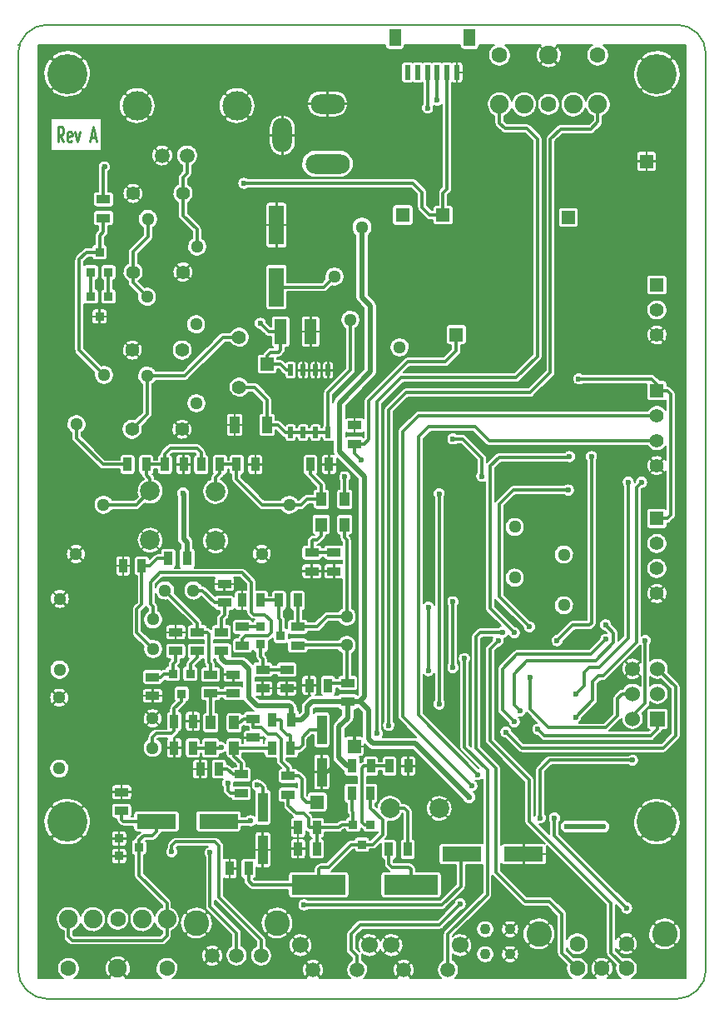
<source format=gtl>
G04 (created by PCBNEW (2012-nov-02)-testing) date Wed 09 Jan 2013 07:50:11 PM PST*
%MOIN*%
G04 Gerber Fmt 3.4, Leading zero omitted, Abs format*
%FSLAX34Y34*%
G01*
G70*
G90*
G04 APERTURE LIST*
%ADD10C,0.006*%
%ADD11C,0.00984252*%
%ADD12C,0.00590551*%
%ADD13C,0.0787*%
%ADD14C,0.0512*%
%ADD15C,0.0748031*%
%ADD16C,0.0629921*%
%ADD17C,0.0433071*%
%ADD18R,0.036X0.036*%
%ADD19R,0.0472441X0.0561024*%
%ADD20R,0.0393701X0.0561024*%
%ADD21R,0.0393701X0.0669291*%
%ADD22R,0.02X0.045*%
%ADD23R,0.055X0.055*%
%ADD24C,0.055*%
%ADD25C,0.102362*%
%ADD26C,0.0590551*%
%ADD27C,0.0669291*%
%ADD28R,0.0472441X0.0708661*%
%ADD29R,0.023622X0.0590551*%
%ADD30R,0.2165X0.0787*%
%ADD31R,0.06X0.06*%
%ADD32C,0.06*%
%ADD33C,0.16*%
%ADD34R,0.055X0.035*%
%ADD35R,0.035X0.055*%
%ADD36R,0.15748X0.0590551*%
%ADD37R,0.0590551X0.15748*%
%ADD38R,0.05X0.1*%
%ADD39R,0.0393701X0.11811*%
%ADD40C,0.1181*%
%ADD41C,0.0591*%
%ADD42O,0.1378X0.0787*%
%ADD43O,0.177211X0.0787*%
%ADD44O,0.0787X0.1378*%
%ADD45C,0.023622*%
%ADD46C,0.019685*%
%ADD47C,0.011811*%
%ADD48C,0.00787402*%
G04 APERTURE END LIST*
G54D10*
G54D11*
X41197Y-24766D02*
X41065Y-24485D01*
X40972Y-24766D02*
X40972Y-24176D01*
X41122Y-24176D01*
X41159Y-24204D01*
X41178Y-24232D01*
X41197Y-24288D01*
X41197Y-24372D01*
X41178Y-24429D01*
X41159Y-24457D01*
X41122Y-24485D01*
X40972Y-24485D01*
X41515Y-24738D02*
X41478Y-24766D01*
X41403Y-24766D01*
X41365Y-24738D01*
X41347Y-24682D01*
X41347Y-24457D01*
X41365Y-24401D01*
X41403Y-24372D01*
X41478Y-24372D01*
X41515Y-24401D01*
X41534Y-24457D01*
X41534Y-24513D01*
X41347Y-24569D01*
X41665Y-24372D02*
X41759Y-24766D01*
X41853Y-24372D01*
X42284Y-24597D02*
X42471Y-24597D01*
X42246Y-24766D02*
X42378Y-24176D01*
X42509Y-24766D01*
G54D12*
X65748Y-59055D02*
G75*
G03X66929Y-57874I0J1181D01*
G74*
G01*
X39370Y-57874D02*
G75*
G03X40551Y-59055I1181J0D01*
G74*
G01*
X40551Y-20078D02*
G75*
G03X39370Y-21259I0J-1181D01*
G74*
G01*
X66929Y-21259D02*
G75*
G03X65748Y-20078I-1181J0D01*
G74*
G01*
X40551Y-20078D02*
X65748Y-20078D01*
X40551Y-59055D02*
X65748Y-59055D01*
X66929Y-57874D02*
X66929Y-21259D01*
X39370Y-20866D02*
X39370Y-20885D01*
X39370Y-57874D02*
X39370Y-21259D01*
G54D13*
X56239Y-51437D03*
X54271Y-51437D03*
X44665Y-40708D03*
X44665Y-38740D03*
X47283Y-40728D03*
X47283Y-38760D03*
G54D14*
X42814Y-34094D03*
X41712Y-36062D03*
X59271Y-40177D03*
X61240Y-41279D03*
X54655Y-32991D03*
X52686Y-31889D03*
X53149Y-28188D03*
X52047Y-30157D03*
X61240Y-43306D03*
X59271Y-42204D03*
X44546Y-34124D03*
X46515Y-35226D03*
X46506Y-32066D03*
X44537Y-30964D03*
X50236Y-39291D03*
X49134Y-41260D03*
X44576Y-27854D03*
X46545Y-28956D03*
X42795Y-39291D03*
X41693Y-41260D03*
X44763Y-49015D03*
X44763Y-47834D03*
X41023Y-49842D03*
X41023Y-47007D03*
X44783Y-45059D03*
X44783Y-43877D03*
X41043Y-45885D03*
X41043Y-43051D03*
G54D15*
X43366Y-57834D03*
X41397Y-55866D03*
X44350Y-55866D03*
X42381Y-55866D03*
X45334Y-55866D03*
G54D16*
X43370Y-55866D03*
X41397Y-57834D03*
X45334Y-57834D03*
G54D15*
X60629Y-21299D03*
X62598Y-23267D03*
X59645Y-23267D03*
X61614Y-23267D03*
X58661Y-23267D03*
G54D16*
X60625Y-23267D03*
X62598Y-21299D03*
X58661Y-21299D03*
G54D17*
X58082Y-57267D03*
X58082Y-56267D03*
X59082Y-56267D03*
X59082Y-57267D03*
G54D18*
X49088Y-44877D03*
X49088Y-44177D03*
X49888Y-44527D03*
X45575Y-46056D03*
X46275Y-46056D03*
X45925Y-46856D03*
X52799Y-52080D03*
X53499Y-52080D03*
X53149Y-52880D03*
X42987Y-29986D03*
X42287Y-29986D03*
X42637Y-29186D03*
X42287Y-30958D03*
X42987Y-30958D03*
X42637Y-31758D03*
X43418Y-53342D03*
X43418Y-52642D03*
X44218Y-52992D03*
G54D19*
X51515Y-40078D03*
G54D20*
X52460Y-40078D03*
X52460Y-39064D03*
X51515Y-39064D03*
G54D19*
X47086Y-49015D03*
G54D20*
X48031Y-49015D03*
X48031Y-48001D03*
X47086Y-48001D03*
G54D21*
X48051Y-36092D03*
X49350Y-36092D03*
G54D22*
X51793Y-36407D03*
X51293Y-36407D03*
X50793Y-36407D03*
X50293Y-36407D03*
X50293Y-33907D03*
X50793Y-33907D03*
X51293Y-33907D03*
X51793Y-33907D03*
G54D23*
X64960Y-34720D03*
G54D24*
X64960Y-35720D03*
X64960Y-36720D03*
X64960Y-37720D03*
G54D23*
X64960Y-39838D03*
G54D24*
X64960Y-40838D03*
X64960Y-41838D03*
X64960Y-42838D03*
G54D23*
X64960Y-30496D03*
G54D24*
X64960Y-31496D03*
X64960Y-32496D03*
G54D23*
X49350Y-33661D03*
X61417Y-27795D03*
X56929Y-32480D03*
X51358Y-51181D03*
X56397Y-27696D03*
X52834Y-48956D03*
X64547Y-25551D03*
X54783Y-27696D03*
G54D25*
X46515Y-56023D03*
X49744Y-56023D03*
G54D26*
X47145Y-57322D03*
X48129Y-57322D03*
X49114Y-57322D03*
G54D27*
X54330Y-56909D03*
X57086Y-56909D03*
G54D26*
X54822Y-57893D03*
X56594Y-57893D03*
G54D27*
X50688Y-56909D03*
X53444Y-56909D03*
G54D26*
X51181Y-57893D03*
X52952Y-57893D03*
G54D28*
X54468Y-20590D03*
X57460Y-20590D03*
G54D29*
X56948Y-21988D03*
X56555Y-21988D03*
X56161Y-21988D03*
X55767Y-21988D03*
X55374Y-21988D03*
X54980Y-21988D03*
G54D25*
X65275Y-56456D03*
X60236Y-56456D03*
G54D16*
X61771Y-57834D03*
X62755Y-57834D03*
X63740Y-57834D03*
X61771Y-56850D03*
X63740Y-56850D03*
G54D24*
X45940Y-36269D03*
X43940Y-36269D03*
X43950Y-33100D03*
X45950Y-33100D03*
X45980Y-29980D03*
X43980Y-29980D03*
X43980Y-26830D03*
X45980Y-26830D03*
G54D14*
X52539Y-44901D03*
X52539Y-43759D03*
X46397Y-42716D03*
X45255Y-42716D03*
G54D30*
X51417Y-54488D03*
X55117Y-54488D03*
G54D31*
X64988Y-47850D03*
G54D32*
X63988Y-47850D03*
X64988Y-46850D03*
X63988Y-46850D03*
X64988Y-45850D03*
X63988Y-45850D03*
G54D33*
X41338Y-22047D03*
X64960Y-22047D03*
X41338Y-51968D03*
X64960Y-51968D03*
G54D34*
X43523Y-51536D03*
X43523Y-50786D03*
X47992Y-46831D03*
X47992Y-46081D03*
G54D35*
X45628Y-47952D03*
X46378Y-47952D03*
G54D34*
X45688Y-45138D03*
X45688Y-44388D03*
X44763Y-46930D03*
X44763Y-46180D03*
X46555Y-44388D03*
X46555Y-45138D03*
X47519Y-45138D03*
X47519Y-44388D03*
X47637Y-43209D03*
X47637Y-42459D03*
X47086Y-46831D03*
X47086Y-46081D03*
G54D35*
X46378Y-49015D03*
X45628Y-49015D03*
X50315Y-47893D03*
X49565Y-47893D03*
G54D34*
X48307Y-50827D03*
X48307Y-50077D03*
G54D35*
X47422Y-49862D03*
X46672Y-49862D03*
X51339Y-53051D03*
X50589Y-53051D03*
X50589Y-52204D03*
X51339Y-52204D03*
X52735Y-50826D03*
X53485Y-50826D03*
X48603Y-53838D03*
X47853Y-53838D03*
X49821Y-43110D03*
X50571Y-43110D03*
G54D34*
X42795Y-27065D03*
X42795Y-27815D03*
G54D35*
X43758Y-37677D03*
X44508Y-37677D03*
X46004Y-37677D03*
X45254Y-37677D03*
X46711Y-37677D03*
X47461Y-37677D03*
X48878Y-37677D03*
X48128Y-37677D03*
X51081Y-37677D03*
X51831Y-37677D03*
G54D34*
X50570Y-44922D03*
X50570Y-44172D03*
X51141Y-41199D03*
X51141Y-41949D03*
X52027Y-41949D03*
X52027Y-41199D03*
X52578Y-47166D03*
X52578Y-46416D03*
G54D35*
X50296Y-49015D03*
X49546Y-49015D03*
G54D34*
X52854Y-36851D03*
X52854Y-36101D03*
G54D35*
X51792Y-46515D03*
X51042Y-46515D03*
X49095Y-43110D03*
X48345Y-43110D03*
G54D34*
X50137Y-45884D03*
X50137Y-46634D03*
X49173Y-46634D03*
X49173Y-45884D03*
X48366Y-44922D03*
X48366Y-44172D03*
G54D35*
X46142Y-41437D03*
X45392Y-41437D03*
X44331Y-41732D03*
X43581Y-41732D03*
X52754Y-49744D03*
X53504Y-49744D03*
X54250Y-49744D03*
X55000Y-49744D03*
X54231Y-53070D03*
X54981Y-53070D03*
G54D34*
X50196Y-50886D03*
X50196Y-50136D03*
X48799Y-47853D03*
X48799Y-48603D03*
G54D36*
X44921Y-51948D03*
X47401Y-51948D03*
G54D37*
X49724Y-28100D03*
X49724Y-30580D03*
G54D38*
X49892Y-32362D03*
X51092Y-32362D03*
G54D24*
X48228Y-34582D03*
X48228Y-32582D03*
G54D36*
X59625Y-53267D03*
X57145Y-53267D03*
G54D39*
X49173Y-53090D03*
X49173Y-51397D03*
X51535Y-49980D03*
X51535Y-48287D03*
G54D40*
X44141Y-23314D03*
X48141Y-23314D03*
G54D41*
X46141Y-25314D03*
X45141Y-25314D03*
G54D42*
X51771Y-23247D03*
G54D43*
X51771Y-25649D03*
G54D44*
X49960Y-24507D03*
G54D45*
X45984Y-38838D03*
X57440Y-50984D03*
X61358Y-52165D03*
X62814Y-52165D03*
X48415Y-26427D03*
X56240Y-38848D03*
X56240Y-47263D03*
X64498Y-44714D03*
X63986Y-49507D03*
X60295Y-51811D03*
X61830Y-34251D03*
X63818Y-38385D03*
X61712Y-46860D03*
X64350Y-38385D03*
X61702Y-47795D03*
X47775Y-50433D03*
X58779Y-44389D03*
X58602Y-44734D03*
X60856Y-51820D03*
X63750Y-55423D03*
X59251Y-44409D03*
X61456Y-37362D03*
X52027Y-49704D03*
X53051Y-47736D03*
X50177Y-52460D03*
X50629Y-47145D03*
X46811Y-43641D03*
X59153Y-51811D03*
X53917Y-29153D03*
X56791Y-45807D03*
X56791Y-43169D03*
X55807Y-43385D03*
X55807Y-45925D03*
X53759Y-48435D03*
X54222Y-48120D03*
X49074Y-32027D03*
X57253Y-45442D03*
X57086Y-55255D03*
X60196Y-48267D03*
X50826Y-55295D03*
X48681Y-51929D03*
X47500Y-48996D03*
X48956Y-50492D03*
X45531Y-53169D03*
X47066Y-53208D03*
X56791Y-36653D03*
X57952Y-38149D03*
X58917Y-48385D03*
X42834Y-25767D03*
X62903Y-44094D03*
X59488Y-47539D03*
X62913Y-44675D03*
X59251Y-47972D03*
X62342Y-37362D03*
X60964Y-44724D03*
X59872Y-46190D03*
X61417Y-38700D03*
X59862Y-44173D03*
X55777Y-23415D03*
X57549Y-50531D03*
X56161Y-23110D03*
X57785Y-50078D03*
X52460Y-38169D03*
X53129Y-37500D03*
G54D46*
X45984Y-38838D02*
X46003Y-38858D01*
X46003Y-38858D02*
X46003Y-40649D01*
X46003Y-40649D02*
X46142Y-40788D01*
X46142Y-40788D02*
X46142Y-41437D01*
X53091Y-47166D02*
X52578Y-47166D01*
X53405Y-47480D02*
X53091Y-47166D01*
X53405Y-48661D02*
X53405Y-47480D01*
X53582Y-48838D02*
X53405Y-48661D01*
X55295Y-48838D02*
X53582Y-48838D01*
X57440Y-50984D02*
X55295Y-48838D01*
X62814Y-52165D02*
X61358Y-52165D01*
X50315Y-47893D02*
X50728Y-47893D01*
X51160Y-47166D02*
X52578Y-47166D01*
X50964Y-47362D02*
X51160Y-47166D01*
X50964Y-47657D02*
X50964Y-47362D01*
X50728Y-47893D02*
X50964Y-47657D01*
X47519Y-45138D02*
X47519Y-45433D01*
X50315Y-47402D02*
X50315Y-47893D01*
X50236Y-47322D02*
X50315Y-47402D01*
X48937Y-47322D02*
X50236Y-47322D01*
X48622Y-47007D02*
X48937Y-47322D01*
X48622Y-45866D02*
X48622Y-47007D01*
X48366Y-45610D02*
X48622Y-45866D01*
X47696Y-45610D02*
X48366Y-45610D01*
X47519Y-45433D02*
X47696Y-45610D01*
X52754Y-49744D02*
X52559Y-49744D01*
X52224Y-48169D02*
X52578Y-47814D01*
X52224Y-49409D02*
X52224Y-48169D01*
X52559Y-49744D02*
X52224Y-49409D01*
X52578Y-47814D02*
X52578Y-47166D01*
X52578Y-47814D02*
X52578Y-47166D01*
X53149Y-28188D02*
X53149Y-30984D01*
X53149Y-30984D02*
X53484Y-31318D01*
X53484Y-31318D02*
X53484Y-33976D01*
X53484Y-33976D02*
X52244Y-35216D01*
X52244Y-35216D02*
X52244Y-37165D01*
X52244Y-37165D02*
X53248Y-38169D01*
X53248Y-38169D02*
X53248Y-46968D01*
X53248Y-46968D02*
X53050Y-47166D01*
X53050Y-47166D02*
X52578Y-47166D01*
G54D47*
X56555Y-21988D02*
X56555Y-26653D01*
X56397Y-26811D02*
X56397Y-27696D01*
X56555Y-26653D02*
X56397Y-26811D01*
X56397Y-27696D02*
X55866Y-27696D01*
X55196Y-26427D02*
X48415Y-26427D01*
X55561Y-26791D02*
X55196Y-26427D01*
X55561Y-27391D02*
X55561Y-26791D01*
X55866Y-27696D02*
X55561Y-27391D01*
X56240Y-47263D02*
X56240Y-38848D01*
X63988Y-47850D02*
X63988Y-47734D01*
X64498Y-47224D02*
X64498Y-44714D01*
X63988Y-47734D02*
X64498Y-47224D01*
X60669Y-49507D02*
X63986Y-49507D01*
X60285Y-49891D02*
X60669Y-49507D01*
X60285Y-51801D02*
X60285Y-49891D01*
X60295Y-51811D02*
X60285Y-51801D01*
X64960Y-34720D02*
X65370Y-34720D01*
X65370Y-34720D02*
X65511Y-34862D01*
X65511Y-34862D02*
X65511Y-39704D01*
X65511Y-39704D02*
X65377Y-39838D01*
X65377Y-39838D02*
X64960Y-39838D01*
X64960Y-34468D02*
X64960Y-34720D01*
X64744Y-34251D02*
X64960Y-34468D01*
X61830Y-34251D02*
X64744Y-34251D01*
X63818Y-44616D02*
X63818Y-38385D01*
X62647Y-45787D02*
X63818Y-44616D01*
X62263Y-45787D02*
X62647Y-45787D01*
X62047Y-46003D02*
X62263Y-45787D01*
X62047Y-46525D02*
X62047Y-46003D01*
X61712Y-46860D02*
X62047Y-46525D01*
X64143Y-38592D02*
X64350Y-38385D01*
X64143Y-44793D02*
X64143Y-38592D01*
X62805Y-46131D02*
X64143Y-44793D01*
X62627Y-46131D02*
X62805Y-46131D01*
X62391Y-46368D02*
X62627Y-46131D01*
X62391Y-47106D02*
X62391Y-46368D01*
X61702Y-47795D02*
X62391Y-47106D01*
X48307Y-50827D02*
X47875Y-50827D01*
X47775Y-50728D02*
X47775Y-50433D01*
X47875Y-50827D02*
X47775Y-50728D01*
X61161Y-57224D02*
X61771Y-57834D01*
X61161Y-55669D02*
X61161Y-57224D01*
X60649Y-55157D02*
X61161Y-55669D01*
X59685Y-55157D02*
X60649Y-55157D01*
X58523Y-53996D02*
X59685Y-55157D01*
X58523Y-49842D02*
X58523Y-53996D01*
X57716Y-49035D02*
X58523Y-49842D01*
X57716Y-44566D02*
X57716Y-49035D01*
X57893Y-44389D02*
X57716Y-44566D01*
X58779Y-44389D02*
X57893Y-44389D01*
X63129Y-57224D02*
X63740Y-57834D01*
X63129Y-55226D02*
X63129Y-57224D01*
X59852Y-51948D02*
X63129Y-55226D01*
X59852Y-50305D02*
X59852Y-51948D01*
X58277Y-48730D02*
X59852Y-50305D01*
X58277Y-45059D02*
X58277Y-48730D01*
X58602Y-44734D02*
X58277Y-45059D01*
X60856Y-52529D02*
X60856Y-51820D01*
X63750Y-55423D02*
X60856Y-52529D01*
X58287Y-43444D02*
X59251Y-44409D01*
X58287Y-37736D02*
X58287Y-43444D01*
X58641Y-37381D02*
X58287Y-37736D01*
X61437Y-37381D02*
X58641Y-37381D01*
X61456Y-37362D02*
X61437Y-37381D01*
X51535Y-49980D02*
X51751Y-49980D01*
X51751Y-49980D02*
X52027Y-49704D01*
X52834Y-48956D02*
X52834Y-47952D01*
X52834Y-47952D02*
X53051Y-47736D01*
X50137Y-46634D02*
X50532Y-46634D01*
X50629Y-46732D02*
X50629Y-47145D01*
X50532Y-46634D02*
X50629Y-46732D01*
X56791Y-45807D02*
X56791Y-43169D01*
X55807Y-45925D02*
X55807Y-43385D01*
X46141Y-25314D02*
X46141Y-26023D01*
X45980Y-26185D02*
X45980Y-26830D01*
X46141Y-26023D02*
X45980Y-26185D01*
X45980Y-26830D02*
X45980Y-27712D01*
X46545Y-28277D02*
X46545Y-28956D01*
X45980Y-27712D02*
X46545Y-28277D01*
X43980Y-29980D02*
X43980Y-30407D01*
X43980Y-30407D02*
X44537Y-30964D01*
X44576Y-27854D02*
X44576Y-28573D01*
X43980Y-29169D02*
X43980Y-29980D01*
X44576Y-28573D02*
X43980Y-29169D01*
X60177Y-33356D02*
X60177Y-24645D01*
X58661Y-24015D02*
X58661Y-23267D01*
X58877Y-24232D02*
X58661Y-24015D01*
X59763Y-24232D02*
X58877Y-24232D01*
X60177Y-24645D02*
X59763Y-24232D01*
X59330Y-34202D02*
X60177Y-33356D01*
X60177Y-33356D02*
X60177Y-33356D01*
X54724Y-34202D02*
X59330Y-34202D01*
X53759Y-35167D02*
X54724Y-34202D01*
X53759Y-48435D02*
X53759Y-35167D01*
X60698Y-24773D02*
X60698Y-24655D01*
X54222Y-48120D02*
X54222Y-35492D01*
X54222Y-35492D02*
X54911Y-34803D01*
X54911Y-34803D02*
X59881Y-34803D01*
X59881Y-34803D02*
X60698Y-33986D01*
X60698Y-33986D02*
X60698Y-24773D01*
X62598Y-23976D02*
X62598Y-23267D01*
X62322Y-24251D02*
X62598Y-23976D01*
X61102Y-24251D02*
X62322Y-24251D01*
X60698Y-24655D02*
X61102Y-24251D01*
X49350Y-33661D02*
X49350Y-33326D01*
X49892Y-33100D02*
X49892Y-32362D01*
X49803Y-33188D02*
X49892Y-33100D01*
X49488Y-33188D02*
X49803Y-33188D01*
X49350Y-33326D02*
X49488Y-33188D01*
X50293Y-33907D02*
X50127Y-33907D01*
X49881Y-33661D02*
X49350Y-33661D01*
X50127Y-33907D02*
X49881Y-33661D01*
X49892Y-32362D02*
X49409Y-32362D01*
X49409Y-32362D02*
X49074Y-32027D01*
X56594Y-57893D02*
X56594Y-56456D01*
X57253Y-48986D02*
X57253Y-45442D01*
X58169Y-49901D02*
X57253Y-48986D01*
X58169Y-54881D02*
X58169Y-49901D01*
X56594Y-56456D02*
X58169Y-54881D01*
X52952Y-57893D02*
X52952Y-57342D01*
X56259Y-56082D02*
X57086Y-55255D01*
X53090Y-56082D02*
X56259Y-56082D01*
X52716Y-56456D02*
X53090Y-56082D01*
X52716Y-57106D02*
X52716Y-56456D01*
X52952Y-57342D02*
X52716Y-57106D01*
X64988Y-48259D02*
X64988Y-47850D01*
X64714Y-48533D02*
X64988Y-48259D01*
X60462Y-48533D02*
X64714Y-48533D01*
X60196Y-48267D02*
X60462Y-48533D01*
X52539Y-44901D02*
X50591Y-44901D01*
X50591Y-44901D02*
X50570Y-44922D01*
X52578Y-46416D02*
X51891Y-46416D01*
X51891Y-46416D02*
X51792Y-46515D01*
X52539Y-44901D02*
X52539Y-46376D01*
X52539Y-46376D02*
X52578Y-46416D01*
X50570Y-44172D02*
X50570Y-43111D01*
X50570Y-43111D02*
X50571Y-43110D01*
X52539Y-43759D02*
X51751Y-43759D01*
X51339Y-44172D02*
X50570Y-44172D01*
X51751Y-43759D02*
X51339Y-44172D01*
X52460Y-40078D02*
X52460Y-40610D01*
X52539Y-40688D02*
X52539Y-43759D01*
X52460Y-40610D02*
X52539Y-40688D01*
X49088Y-44877D02*
X49088Y-45367D01*
X49173Y-45452D02*
X49173Y-45884D01*
X49088Y-45367D02*
X49173Y-45452D01*
X50137Y-45884D02*
X49173Y-45884D01*
X46397Y-42716D02*
X46751Y-42716D01*
X47245Y-43209D02*
X47637Y-43209D01*
X46751Y-42716D02*
X47245Y-43209D01*
X47519Y-44388D02*
X47519Y-43818D01*
X47637Y-43700D02*
X47637Y-43209D01*
X47519Y-43818D02*
X47637Y-43700D01*
X46555Y-45138D02*
X46555Y-45393D01*
X46275Y-45673D02*
X46275Y-46056D01*
X46555Y-45393D02*
X46275Y-45673D01*
X49565Y-47893D02*
X49881Y-47893D01*
X50296Y-48544D02*
X50296Y-49015D01*
X50236Y-48484D02*
X50296Y-48544D01*
X50157Y-48484D02*
X50236Y-48484D01*
X49921Y-48248D02*
X50157Y-48484D01*
X49921Y-47933D02*
X49921Y-48248D01*
X49881Y-47893D02*
X49921Y-47933D01*
X51535Y-48287D02*
X51062Y-48287D01*
X50649Y-49015D02*
X50296Y-49015D01*
X50767Y-48897D02*
X50649Y-49015D01*
X50767Y-48582D02*
X50767Y-48897D01*
X51062Y-48287D02*
X50767Y-48582D01*
X48031Y-49015D02*
X48031Y-49350D01*
X48307Y-49625D02*
X48307Y-50077D01*
X48031Y-49350D02*
X48307Y-49625D01*
X48307Y-50077D02*
X47971Y-50077D01*
X47971Y-50077D02*
X47755Y-49862D01*
X47755Y-49862D02*
X47422Y-49862D01*
X48031Y-49015D02*
X49546Y-49015D01*
X44763Y-46180D02*
X45099Y-46180D01*
X45222Y-46056D02*
X45575Y-46056D01*
X45099Y-46180D02*
X45222Y-46056D01*
X45688Y-45138D02*
X45688Y-45551D01*
X45575Y-45664D02*
X45575Y-46056D01*
X45688Y-45551D02*
X45575Y-45664D01*
X44763Y-49015D02*
X44763Y-48582D01*
X45628Y-48327D02*
X45628Y-47952D01*
X45511Y-48444D02*
X45628Y-48327D01*
X44901Y-48444D02*
X45511Y-48444D01*
X44763Y-48582D02*
X44901Y-48444D01*
X45925Y-46856D02*
X45925Y-47145D01*
X45628Y-47441D02*
X45628Y-47952D01*
X45925Y-47145D02*
X45628Y-47441D01*
X41712Y-36062D02*
X41712Y-36614D01*
X42775Y-37677D02*
X43758Y-37677D01*
X41712Y-36614D02*
X42775Y-37677D01*
X51141Y-41199D02*
X52027Y-41199D01*
X51515Y-40078D02*
X51515Y-40511D01*
X51141Y-40728D02*
X51141Y-41199D01*
X51181Y-40688D02*
X51141Y-40728D01*
X51338Y-40688D02*
X51181Y-40688D01*
X51515Y-40511D02*
X51338Y-40688D01*
X42637Y-29186D02*
X42112Y-29186D01*
X41830Y-33110D02*
X42814Y-34094D01*
X41830Y-29468D02*
X41830Y-33110D01*
X42112Y-29186D02*
X41830Y-29468D01*
X42795Y-27815D02*
X42795Y-28366D01*
X42637Y-28523D02*
X42637Y-29186D01*
X42795Y-28366D02*
X42637Y-28523D01*
X42287Y-29986D02*
X42287Y-30958D01*
X42987Y-29986D02*
X42987Y-30958D01*
X51081Y-37677D02*
X51081Y-38069D01*
X51515Y-38503D02*
X51515Y-39064D01*
X51081Y-38069D02*
X51515Y-38503D01*
X50236Y-39291D02*
X50708Y-39291D01*
X50935Y-39064D02*
X51515Y-39064D01*
X50708Y-39291D02*
X50935Y-39064D01*
X48128Y-37677D02*
X48128Y-38266D01*
X49153Y-39291D02*
X50236Y-39291D01*
X48128Y-38266D02*
X49153Y-39291D01*
X47461Y-37677D02*
X48128Y-37677D01*
X47461Y-37677D02*
X47461Y-38030D01*
X47283Y-38208D02*
X47283Y-38760D01*
X47461Y-38030D02*
X47283Y-38208D01*
X45254Y-37677D02*
X45254Y-37245D01*
X46711Y-37203D02*
X46711Y-37677D01*
X46535Y-37027D02*
X46711Y-37203D01*
X45472Y-37027D02*
X46535Y-37027D01*
X45254Y-37245D02*
X45472Y-37027D01*
X42795Y-39291D02*
X44114Y-39291D01*
X44114Y-39291D02*
X44665Y-38740D01*
X44508Y-37677D02*
X44508Y-38091D01*
X44665Y-38248D02*
X44665Y-38740D01*
X44508Y-38091D02*
X44665Y-38248D01*
X44508Y-37677D02*
X45254Y-37677D01*
X57106Y-53307D02*
X57145Y-53267D01*
X57106Y-54547D02*
X57106Y-53307D01*
X56358Y-55295D02*
X57106Y-54547D01*
X50826Y-55295D02*
X56358Y-55295D01*
X48661Y-51948D02*
X47401Y-51948D01*
X48681Y-51929D02*
X48661Y-51948D01*
X45334Y-55866D02*
X45334Y-56515D01*
X41397Y-56574D02*
X41397Y-55866D01*
X41535Y-56712D02*
X41397Y-56574D01*
X45137Y-56712D02*
X41535Y-56712D01*
X45334Y-56515D02*
X45137Y-56712D01*
X44218Y-52992D02*
X44218Y-54120D01*
X45334Y-55236D02*
X45334Y-55866D01*
X44218Y-54120D02*
X45334Y-55236D01*
X44921Y-51948D02*
X44921Y-52362D01*
X44218Y-52710D02*
X44218Y-52992D01*
X44409Y-52519D02*
X44218Y-52710D01*
X44763Y-52519D02*
X44409Y-52519D01*
X44921Y-52362D02*
X44763Y-52519D01*
X44921Y-51948D02*
X43582Y-51948D01*
X43523Y-51889D02*
X43523Y-51536D01*
X43582Y-51948D02*
X43523Y-51889D01*
X51417Y-54488D02*
X48759Y-54488D01*
X48603Y-54331D02*
X48603Y-53838D01*
X48759Y-54488D02*
X48603Y-54331D01*
X53485Y-50826D02*
X53485Y-51418D01*
X53576Y-52880D02*
X53149Y-52880D01*
X53976Y-52480D02*
X53576Y-52880D01*
X53976Y-51909D02*
X53976Y-52480D01*
X53485Y-51418D02*
X53976Y-51909D01*
X53149Y-52880D02*
X52729Y-52880D01*
X51417Y-53877D02*
X51417Y-54488D01*
X51496Y-53799D02*
X51417Y-53877D01*
X51811Y-53799D02*
X51496Y-53799D01*
X52729Y-52880D02*
X51811Y-53799D01*
X44331Y-41732D02*
X44331Y-43266D01*
X44133Y-44409D02*
X44783Y-45059D01*
X44133Y-43464D02*
X44133Y-44409D01*
X44331Y-43266D02*
X44133Y-43464D01*
X44331Y-41732D02*
X44665Y-41732D01*
X44960Y-41437D02*
X45392Y-41437D01*
X44665Y-41732D02*
X44960Y-41437D01*
X52735Y-50826D02*
X52735Y-51534D01*
X52799Y-51598D02*
X52799Y-52080D01*
X52735Y-51534D02*
X52799Y-51598D01*
X52799Y-52080D02*
X52348Y-52080D01*
X52224Y-52204D02*
X51339Y-52204D01*
X52348Y-52080D02*
X52224Y-52204D01*
X50196Y-50886D02*
X50196Y-51318D01*
X51043Y-52204D02*
X51339Y-52204D01*
X51003Y-52165D02*
X51043Y-52204D01*
X51003Y-51811D02*
X51003Y-52165D01*
X50826Y-51633D02*
X51003Y-51811D01*
X50511Y-51633D02*
X50826Y-51633D01*
X50196Y-51318D02*
X50511Y-51633D01*
X51339Y-52204D02*
X51339Y-53051D01*
X53499Y-52080D02*
X53241Y-52080D01*
X53228Y-49744D02*
X53504Y-49744D01*
X53149Y-49822D02*
X53228Y-49744D01*
X53149Y-51988D02*
X53149Y-49822D01*
X53241Y-52080D02*
X53149Y-51988D01*
X53504Y-49744D02*
X54250Y-49744D01*
X47086Y-46831D02*
X47992Y-46831D01*
X47086Y-48001D02*
X47086Y-46831D01*
X49173Y-51397D02*
X49173Y-50590D01*
X47480Y-49015D02*
X47086Y-49015D01*
X47500Y-48996D02*
X47480Y-49015D01*
X49074Y-50492D02*
X48956Y-50492D01*
X49173Y-50590D02*
X49074Y-50492D01*
X47086Y-49015D02*
X46378Y-49015D01*
X47086Y-46081D02*
X47086Y-45669D01*
X46947Y-44388D02*
X46555Y-44388D01*
X47027Y-44468D02*
X46947Y-44388D01*
X47027Y-45610D02*
X47027Y-44468D01*
X47086Y-45669D02*
X47027Y-45610D01*
X46555Y-44388D02*
X46555Y-44015D01*
X46555Y-44015D02*
X45255Y-42716D01*
X51358Y-51181D02*
X50925Y-51181D01*
X50609Y-50136D02*
X50196Y-50136D01*
X50748Y-50275D02*
X50609Y-50136D01*
X50748Y-51003D02*
X50748Y-50275D01*
X50925Y-51181D02*
X50748Y-51003D01*
X50196Y-50136D02*
X50196Y-49842D01*
X48799Y-48188D02*
X48799Y-47853D01*
X48818Y-48208D02*
X48799Y-48188D01*
X49114Y-48208D02*
X48818Y-48208D01*
X49370Y-48464D02*
X49114Y-48208D01*
X49724Y-48464D02*
X49370Y-48464D01*
X49921Y-48661D02*
X49724Y-48464D01*
X49921Y-49566D02*
X49921Y-48661D01*
X50196Y-49842D02*
X49921Y-49566D01*
X48799Y-47853D02*
X48406Y-47853D01*
X48257Y-48001D02*
X48031Y-48001D01*
X48406Y-47853D02*
X48257Y-48001D01*
X54271Y-51437D02*
X54862Y-51437D01*
X54981Y-51556D02*
X54981Y-53070D01*
X54862Y-51437D02*
X54981Y-51556D01*
X54231Y-53070D02*
X54231Y-53660D01*
X55117Y-53877D02*
X55117Y-54488D01*
X55019Y-53779D02*
X55117Y-53877D01*
X54350Y-53779D02*
X55019Y-53779D01*
X54231Y-53660D02*
X54350Y-53779D01*
X48366Y-44922D02*
X48366Y-44645D01*
X44783Y-43366D02*
X44783Y-43877D01*
X44685Y-43267D02*
X44783Y-43366D01*
X44685Y-42381D02*
X44685Y-43267D01*
X45059Y-42007D02*
X44685Y-42381D01*
X48346Y-42007D02*
X45059Y-42007D01*
X48720Y-42381D02*
X48346Y-42007D01*
X48720Y-43582D02*
X48720Y-42381D01*
X48818Y-43681D02*
X48720Y-43582D01*
X49251Y-43681D02*
X48818Y-43681D01*
X49507Y-43937D02*
X49251Y-43681D01*
X49507Y-44409D02*
X49507Y-43937D01*
X49389Y-44527D02*
X49507Y-44409D01*
X48484Y-44527D02*
X49389Y-44527D01*
X48366Y-44645D02*
X48484Y-44527D01*
X49114Y-57322D02*
X49114Y-56692D01*
X45531Y-52933D02*
X45531Y-53169D01*
X45688Y-52775D02*
X45531Y-52933D01*
X47263Y-52775D02*
X45688Y-52775D01*
X47421Y-52933D02*
X47263Y-52775D01*
X47421Y-55000D02*
X47421Y-52933D01*
X49114Y-56692D02*
X47421Y-55000D01*
X48129Y-56417D02*
X48129Y-57322D01*
X47066Y-55354D02*
X48129Y-56417D01*
X47066Y-53208D02*
X47066Y-55354D01*
X49821Y-43110D02*
X49095Y-43110D01*
X49888Y-44527D02*
X49888Y-43884D01*
X49821Y-43817D02*
X49821Y-43110D01*
X49888Y-43884D02*
X49821Y-43817D01*
X48366Y-44172D02*
X49082Y-44172D01*
X49082Y-44172D02*
X49088Y-44177D01*
X57185Y-36653D02*
X56791Y-36653D01*
X57952Y-37421D02*
X57185Y-36653D01*
X57952Y-38149D02*
X57952Y-37421D01*
X49724Y-30580D02*
X51624Y-30580D01*
X51624Y-30580D02*
X52047Y-30157D01*
X50293Y-36407D02*
X50088Y-36407D01*
X49773Y-36092D02*
X49350Y-36092D01*
X50088Y-36407D02*
X49773Y-36092D01*
X50793Y-36407D02*
X50293Y-36407D01*
X51293Y-36407D02*
X50793Y-36407D01*
X51793Y-36407D02*
X51293Y-36407D01*
X52686Y-31889D02*
X52686Y-33907D01*
X51793Y-34801D02*
X51793Y-36407D01*
X52686Y-33907D02*
X51793Y-34801D01*
X48228Y-34582D02*
X48834Y-34582D01*
X48834Y-34582D02*
X49350Y-35098D01*
X49350Y-35098D02*
X49350Y-36092D01*
X65708Y-46570D02*
X64988Y-45850D01*
X65708Y-48523D02*
X65708Y-46570D01*
X65216Y-49015D02*
X65708Y-48523D01*
X59547Y-49015D02*
X65216Y-49015D01*
X58917Y-48385D02*
X59547Y-49015D01*
X44546Y-34124D02*
X46052Y-34124D01*
X47594Y-32582D02*
X48228Y-32582D01*
X46052Y-34124D02*
X47594Y-32582D01*
X42795Y-25807D02*
X42795Y-27065D01*
X42834Y-25767D02*
X42795Y-25807D01*
X44546Y-34124D02*
X44546Y-35663D01*
X44546Y-35663D02*
X43940Y-36269D01*
X63228Y-44419D02*
X62903Y-44094D01*
X63228Y-44803D02*
X63228Y-44419D01*
X62500Y-45531D02*
X63228Y-44803D01*
X59763Y-45531D02*
X62500Y-45531D01*
X59242Y-46053D02*
X59763Y-45531D01*
X59242Y-47293D02*
X59242Y-46053D01*
X59488Y-47539D02*
X59242Y-47293D01*
X62322Y-45265D02*
X62913Y-44675D01*
X59360Y-45265D02*
X62322Y-45265D01*
X58769Y-45856D02*
X59360Y-45265D01*
X58769Y-47490D02*
X58769Y-45856D01*
X59251Y-47972D02*
X58769Y-47490D01*
X62342Y-44015D02*
X62342Y-37362D01*
X62263Y-44094D02*
X62342Y-44015D01*
X61594Y-44094D02*
X62263Y-44094D01*
X60964Y-44724D02*
X61594Y-44094D01*
X63572Y-46850D02*
X63988Y-46850D01*
X63385Y-47037D02*
X63572Y-46850D01*
X63385Y-47736D02*
X63385Y-47037D01*
X62913Y-48208D02*
X63385Y-47736D01*
X60629Y-48208D02*
X62913Y-48208D01*
X59872Y-47450D02*
X60629Y-48208D01*
X59872Y-46190D02*
X59872Y-47450D01*
X59212Y-38700D02*
X61417Y-38700D01*
X58661Y-39251D02*
X59212Y-38700D01*
X58661Y-42972D02*
X58661Y-39251D01*
X59862Y-44173D02*
X58661Y-42972D01*
X55767Y-21988D02*
X55767Y-23405D01*
X55767Y-23405D02*
X55777Y-23415D01*
X55777Y-23415D02*
X55767Y-23405D01*
X64960Y-35720D02*
X55411Y-35720D01*
X54783Y-47765D02*
X57549Y-50531D01*
X54783Y-36348D02*
X54783Y-47765D01*
X55411Y-35720D02*
X54783Y-36348D01*
X56161Y-21988D02*
X56161Y-23110D01*
X64960Y-36720D02*
X58236Y-36720D01*
X55403Y-47696D02*
X57785Y-50078D01*
X55403Y-36574D02*
X55403Y-47696D01*
X55826Y-36151D02*
X55403Y-36574D01*
X57667Y-36151D02*
X55826Y-36151D01*
X58236Y-36720D02*
X57667Y-36151D01*
X52854Y-36851D02*
X52854Y-37224D01*
X52460Y-38169D02*
X52460Y-39064D01*
X52854Y-37224D02*
X53129Y-37500D01*
X56929Y-32480D02*
X56929Y-33129D01*
X53247Y-36851D02*
X52854Y-36851D01*
X53425Y-36673D02*
X53247Y-36851D01*
X53425Y-35118D02*
X53425Y-36673D01*
X54980Y-33562D02*
X53425Y-35118D01*
X56496Y-33562D02*
X54980Y-33562D01*
X56929Y-33129D02*
X56496Y-33562D01*
G54D10*
G36*
X48976Y-45572D02*
X48884Y-45572D01*
X48858Y-45577D01*
X48833Y-45587D01*
X48810Y-45602D01*
X48791Y-45621D01*
X48776Y-45643D01*
X48772Y-45654D01*
X48547Y-45429D01*
X48528Y-45414D01*
X48510Y-45399D01*
X48509Y-45398D01*
X48508Y-45397D01*
X48487Y-45386D01*
X48466Y-45375D01*
X48465Y-45374D01*
X48464Y-45373D01*
X48441Y-45367D01*
X48419Y-45359D01*
X48418Y-45359D01*
X48416Y-45359D01*
X48393Y-45356D01*
X48369Y-45354D01*
X48367Y-45354D01*
X48367Y-45354D01*
X48366Y-45354D01*
X48366Y-45354D01*
X47947Y-45354D01*
X47952Y-45330D01*
X47952Y-45299D01*
X47952Y-44948D01*
X47946Y-44918D01*
X47934Y-44889D01*
X47917Y-44863D01*
X47895Y-44841D01*
X47869Y-44824D01*
X47841Y-44812D01*
X47811Y-44806D01*
X47780Y-44806D01*
X47229Y-44806D01*
X47224Y-44807D01*
X47224Y-44700D01*
X47230Y-44701D01*
X47257Y-44701D01*
X47808Y-44701D01*
X47834Y-44696D01*
X47859Y-44686D01*
X47882Y-44671D01*
X47901Y-44652D01*
X47916Y-44629D01*
X47926Y-44604D01*
X47932Y-44578D01*
X47932Y-44551D01*
X47932Y-44200D01*
X47927Y-44173D01*
X47916Y-44148D01*
X47901Y-44126D01*
X47882Y-44107D01*
X47860Y-44091D01*
X47835Y-44081D01*
X47809Y-44076D01*
X47782Y-44075D01*
X47716Y-44075D01*
X47716Y-43900D01*
X47776Y-43839D01*
X47788Y-43825D01*
X47800Y-43812D01*
X47800Y-43811D01*
X47801Y-43810D01*
X47809Y-43794D01*
X47818Y-43778D01*
X47819Y-43777D01*
X47819Y-43776D01*
X47824Y-43759D01*
X47830Y-43741D01*
X47830Y-43740D01*
X47830Y-43739D01*
X47832Y-43721D01*
X47834Y-43703D01*
X47834Y-43701D01*
X47834Y-43701D01*
X47834Y-43701D01*
X47834Y-43700D01*
X47834Y-43522D01*
X47926Y-43522D01*
X47952Y-43517D01*
X47977Y-43506D01*
X48000Y-43491D01*
X48019Y-43472D01*
X48034Y-43450D01*
X48041Y-43434D01*
X48048Y-43451D01*
X48063Y-43473D01*
X48082Y-43492D01*
X48105Y-43507D01*
X48130Y-43517D01*
X48156Y-43523D01*
X48301Y-43523D01*
X48335Y-43488D01*
X48335Y-43159D01*
X48335Y-43120D01*
X48335Y-43100D01*
X48335Y-43061D01*
X48335Y-42731D01*
X48301Y-42697D01*
X48156Y-42697D01*
X48130Y-42702D01*
X48105Y-42712D01*
X48082Y-42727D01*
X48063Y-42746D01*
X48050Y-42766D01*
X48050Y-42648D01*
X48050Y-42503D01*
X48016Y-42469D01*
X47647Y-42469D01*
X47647Y-42737D01*
X47682Y-42772D01*
X47900Y-42772D01*
X47927Y-42772D01*
X47953Y-42766D01*
X47978Y-42756D01*
X48001Y-42741D01*
X48020Y-42722D01*
X48035Y-42699D01*
X48045Y-42674D01*
X48050Y-42648D01*
X48050Y-42766D01*
X48048Y-42769D01*
X48038Y-42794D01*
X48032Y-42820D01*
X48032Y-42847D01*
X48032Y-42966D01*
X48020Y-42947D01*
X48001Y-42927D01*
X47978Y-42912D01*
X47953Y-42902D01*
X47927Y-42896D01*
X47900Y-42896D01*
X47627Y-42896D01*
X47627Y-42737D01*
X47627Y-42469D01*
X47259Y-42469D01*
X47225Y-42503D01*
X47224Y-42648D01*
X47230Y-42674D01*
X47240Y-42699D01*
X47255Y-42722D01*
X47274Y-42741D01*
X47296Y-42756D01*
X47321Y-42766D01*
X47348Y-42772D01*
X47375Y-42772D01*
X47593Y-42772D01*
X47627Y-42737D01*
X47627Y-42896D01*
X47349Y-42896D01*
X47322Y-42902D01*
X47297Y-42912D01*
X47275Y-42927D01*
X47258Y-42944D01*
X46891Y-42577D01*
X46877Y-42565D01*
X46863Y-42554D01*
X46862Y-42553D01*
X46861Y-42552D01*
X46845Y-42544D01*
X46829Y-42535D01*
X46828Y-42535D01*
X46827Y-42534D01*
X46810Y-42529D01*
X46792Y-42523D01*
X46791Y-42523D01*
X46790Y-42523D01*
X46772Y-42521D01*
X46754Y-42519D01*
X46752Y-42519D01*
X46752Y-42519D01*
X46752Y-42519D01*
X46751Y-42519D01*
X46739Y-42519D01*
X46704Y-42466D01*
X46649Y-42411D01*
X46585Y-42368D01*
X46514Y-42338D01*
X46438Y-42323D01*
X46361Y-42322D01*
X46285Y-42336D01*
X46214Y-42365D01*
X46149Y-42408D01*
X46094Y-42462D01*
X46050Y-42525D01*
X46020Y-42596D01*
X46004Y-42672D01*
X46003Y-42749D01*
X46017Y-42825D01*
X46045Y-42897D01*
X46087Y-42962D01*
X46141Y-43017D01*
X46204Y-43061D01*
X46275Y-43092D01*
X46350Y-43109D01*
X46427Y-43111D01*
X46504Y-43097D01*
X46576Y-43069D01*
X46641Y-43028D01*
X46697Y-42975D01*
X46711Y-42954D01*
X47105Y-43348D01*
X47119Y-43360D01*
X47133Y-43372D01*
X47134Y-43372D01*
X47135Y-43373D01*
X47151Y-43381D01*
X47167Y-43390D01*
X47168Y-43390D01*
X47169Y-43391D01*
X47186Y-43396D01*
X47204Y-43402D01*
X47205Y-43402D01*
X47206Y-43402D01*
X47224Y-43404D01*
X47226Y-43404D01*
X47230Y-43424D01*
X47240Y-43449D01*
X47255Y-43472D01*
X47274Y-43491D01*
X47296Y-43506D01*
X47321Y-43516D01*
X47348Y-43522D01*
X47375Y-43522D01*
X47440Y-43522D01*
X47440Y-43619D01*
X47380Y-43679D01*
X47368Y-43693D01*
X47357Y-43707D01*
X47356Y-43708D01*
X47356Y-43709D01*
X47347Y-43725D01*
X47338Y-43741D01*
X47338Y-43742D01*
X47337Y-43743D01*
X47332Y-43760D01*
X47327Y-43777D01*
X47327Y-43778D01*
X47326Y-43779D01*
X47324Y-43798D01*
X47322Y-43816D01*
X47322Y-43818D01*
X47322Y-43818D01*
X47322Y-43818D01*
X47322Y-43818D01*
X47322Y-44075D01*
X47231Y-44075D01*
X47204Y-44081D01*
X47179Y-44091D01*
X47157Y-44106D01*
X47137Y-44125D01*
X47122Y-44147D01*
X47112Y-44172D01*
X47106Y-44199D01*
X47106Y-44226D01*
X47106Y-44269D01*
X47087Y-44249D01*
X47072Y-44238D01*
X47059Y-44226D01*
X47058Y-44225D01*
X47057Y-44225D01*
X47041Y-44216D01*
X47025Y-44207D01*
X47024Y-44207D01*
X47023Y-44207D01*
X47006Y-44201D01*
X46988Y-44196D01*
X46987Y-44196D01*
X46986Y-44195D01*
X46968Y-44193D01*
X46966Y-44193D01*
X46962Y-44173D01*
X46952Y-44148D01*
X46937Y-44126D01*
X46918Y-44107D01*
X46895Y-44091D01*
X46871Y-44081D01*
X46844Y-44076D01*
X46817Y-44075D01*
X46751Y-44075D01*
X46751Y-44015D01*
X46750Y-43997D01*
X46748Y-43979D01*
X46748Y-43978D01*
X46748Y-43977D01*
X46742Y-43960D01*
X46737Y-43942D01*
X46737Y-43941D01*
X46737Y-43940D01*
X46728Y-43924D01*
X46720Y-43908D01*
X46719Y-43907D01*
X46719Y-43906D01*
X46707Y-43892D01*
X46696Y-43878D01*
X46694Y-43877D01*
X46694Y-43877D01*
X46694Y-43877D01*
X46694Y-43876D01*
X45636Y-42818D01*
X45648Y-42766D01*
X45649Y-42677D01*
X45634Y-42602D01*
X45605Y-42530D01*
X45562Y-42466D01*
X45508Y-42411D01*
X45444Y-42368D01*
X45372Y-42338D01*
X45297Y-42323D01*
X45220Y-42322D01*
X45144Y-42336D01*
X45072Y-42365D01*
X45007Y-42408D01*
X44952Y-42462D01*
X44909Y-42525D01*
X44881Y-42589D01*
X44881Y-42463D01*
X45140Y-42204D01*
X47250Y-42204D01*
X47240Y-42219D01*
X47230Y-42244D01*
X47224Y-42271D01*
X47225Y-42415D01*
X47259Y-42449D01*
X47588Y-42449D01*
X47627Y-42449D01*
X47647Y-42449D01*
X47687Y-42449D01*
X48016Y-42449D01*
X48050Y-42415D01*
X48050Y-42271D01*
X48045Y-42244D01*
X48035Y-42219D01*
X48025Y-42204D01*
X48264Y-42204D01*
X48523Y-42463D01*
X48523Y-42697D01*
X48389Y-42697D01*
X48355Y-42731D01*
X48355Y-43061D01*
X48355Y-43100D01*
X48355Y-43120D01*
X48355Y-43159D01*
X48355Y-43488D01*
X48389Y-43523D01*
X48523Y-43523D01*
X48523Y-43582D01*
X48525Y-43600D01*
X48526Y-43618D01*
X48527Y-43619D01*
X48527Y-43620D01*
X48532Y-43638D01*
X48537Y-43655D01*
X48538Y-43656D01*
X48538Y-43657D01*
X48547Y-43673D01*
X48555Y-43689D01*
X48556Y-43690D01*
X48556Y-43691D01*
X48568Y-43705D01*
X48579Y-43719D01*
X48580Y-43721D01*
X48580Y-43721D01*
X48580Y-43721D01*
X48581Y-43721D01*
X48679Y-43820D01*
X48693Y-43831D01*
X48707Y-43843D01*
X48708Y-43844D01*
X48709Y-43844D01*
X48725Y-43853D01*
X48741Y-43862D01*
X48742Y-43862D01*
X48743Y-43862D01*
X48760Y-43868D01*
X48777Y-43873D01*
X48778Y-43873D01*
X48779Y-43874D01*
X48798Y-43875D01*
X48816Y-43877D01*
X48818Y-43877D01*
X48818Y-43877D01*
X48818Y-43877D01*
X48818Y-43877D01*
X48839Y-43877D01*
X48820Y-43890D01*
X48801Y-43909D01*
X48786Y-43931D01*
X48775Y-43956D01*
X48774Y-43962D01*
X48773Y-43957D01*
X48763Y-43932D01*
X48748Y-43909D01*
X48729Y-43890D01*
X48706Y-43875D01*
X48682Y-43864D01*
X48655Y-43859D01*
X48628Y-43859D01*
X48077Y-43859D01*
X48051Y-43864D01*
X48026Y-43874D01*
X48003Y-43889D01*
X47984Y-43908D01*
X47969Y-43931D01*
X47958Y-43956D01*
X47953Y-43982D01*
X47953Y-44009D01*
X47953Y-44360D01*
X47958Y-44387D01*
X47968Y-44412D01*
X47983Y-44434D01*
X48002Y-44453D01*
X48025Y-44469D01*
X48050Y-44479D01*
X48076Y-44484D01*
X48103Y-44485D01*
X48248Y-44485D01*
X48226Y-44506D01*
X48215Y-44520D01*
X48203Y-44534D01*
X48203Y-44535D01*
X48202Y-44536D01*
X48193Y-44552D01*
X48185Y-44568D01*
X48184Y-44569D01*
X48184Y-44570D01*
X48179Y-44587D01*
X48173Y-44604D01*
X48173Y-44605D01*
X48173Y-44606D01*
X48172Y-44609D01*
X48077Y-44609D01*
X48051Y-44614D01*
X48026Y-44624D01*
X48003Y-44639D01*
X47984Y-44658D01*
X47969Y-44681D01*
X47958Y-44706D01*
X47953Y-44732D01*
X47953Y-44759D01*
X47953Y-45110D01*
X47958Y-45137D01*
X47968Y-45162D01*
X47983Y-45184D01*
X48002Y-45203D01*
X48025Y-45219D01*
X48050Y-45229D01*
X48076Y-45234D01*
X48103Y-45235D01*
X48654Y-45235D01*
X48681Y-45229D01*
X48706Y-45219D01*
X48728Y-45204D01*
X48747Y-45185D01*
X48762Y-45163D01*
X48773Y-45138D01*
X48778Y-45111D01*
X48778Y-45105D01*
X48785Y-45122D01*
X48800Y-45145D01*
X48819Y-45164D01*
X48842Y-45179D01*
X48867Y-45189D01*
X48891Y-45194D01*
X48891Y-45367D01*
X48893Y-45385D01*
X48894Y-45403D01*
X48894Y-45404D01*
X48895Y-45405D01*
X48900Y-45423D01*
X48905Y-45440D01*
X48905Y-45441D01*
X48906Y-45442D01*
X48914Y-45458D01*
X48923Y-45474D01*
X48923Y-45475D01*
X48924Y-45476D01*
X48935Y-45490D01*
X48947Y-45504D01*
X48948Y-45506D01*
X48948Y-45506D01*
X48948Y-45506D01*
X48948Y-45506D01*
X48976Y-45534D01*
X48976Y-45572D01*
X48976Y-45572D01*
G37*
G54D48*
X48976Y-45572D02*
X48884Y-45572D01*
X48858Y-45577D01*
X48833Y-45587D01*
X48810Y-45602D01*
X48791Y-45621D01*
X48776Y-45643D01*
X48772Y-45654D01*
X48547Y-45429D01*
X48528Y-45414D01*
X48510Y-45399D01*
X48509Y-45398D01*
X48508Y-45397D01*
X48487Y-45386D01*
X48466Y-45375D01*
X48465Y-45374D01*
X48464Y-45373D01*
X48441Y-45367D01*
X48419Y-45359D01*
X48418Y-45359D01*
X48416Y-45359D01*
X48393Y-45356D01*
X48369Y-45354D01*
X48367Y-45354D01*
X48367Y-45354D01*
X48366Y-45354D01*
X48366Y-45354D01*
X47947Y-45354D01*
X47952Y-45330D01*
X47952Y-45299D01*
X47952Y-44948D01*
X47946Y-44918D01*
X47934Y-44889D01*
X47917Y-44863D01*
X47895Y-44841D01*
X47869Y-44824D01*
X47841Y-44812D01*
X47811Y-44806D01*
X47780Y-44806D01*
X47229Y-44806D01*
X47224Y-44807D01*
X47224Y-44700D01*
X47230Y-44701D01*
X47257Y-44701D01*
X47808Y-44701D01*
X47834Y-44696D01*
X47859Y-44686D01*
X47882Y-44671D01*
X47901Y-44652D01*
X47916Y-44629D01*
X47926Y-44604D01*
X47932Y-44578D01*
X47932Y-44551D01*
X47932Y-44200D01*
X47927Y-44173D01*
X47916Y-44148D01*
X47901Y-44126D01*
X47882Y-44107D01*
X47860Y-44091D01*
X47835Y-44081D01*
X47809Y-44076D01*
X47782Y-44075D01*
X47716Y-44075D01*
X47716Y-43900D01*
X47776Y-43839D01*
X47788Y-43825D01*
X47800Y-43812D01*
X47800Y-43811D01*
X47801Y-43810D01*
X47809Y-43794D01*
X47818Y-43778D01*
X47819Y-43777D01*
X47819Y-43776D01*
X47824Y-43759D01*
X47830Y-43741D01*
X47830Y-43740D01*
X47830Y-43739D01*
X47832Y-43721D01*
X47834Y-43703D01*
X47834Y-43701D01*
X47834Y-43701D01*
X47834Y-43701D01*
X47834Y-43700D01*
X47834Y-43522D01*
X47926Y-43522D01*
X47952Y-43517D01*
X47977Y-43506D01*
X48000Y-43491D01*
X48019Y-43472D01*
X48034Y-43450D01*
X48041Y-43434D01*
X48048Y-43451D01*
X48063Y-43473D01*
X48082Y-43492D01*
X48105Y-43507D01*
X48130Y-43517D01*
X48156Y-43523D01*
X48301Y-43523D01*
X48335Y-43488D01*
X48335Y-43159D01*
X48335Y-43120D01*
X48335Y-43100D01*
X48335Y-43061D01*
X48335Y-42731D01*
X48301Y-42697D01*
X48156Y-42697D01*
X48130Y-42702D01*
X48105Y-42712D01*
X48082Y-42727D01*
X48063Y-42746D01*
X48050Y-42766D01*
X48050Y-42648D01*
X48050Y-42503D01*
X48016Y-42469D01*
X47647Y-42469D01*
X47647Y-42737D01*
X47682Y-42772D01*
X47900Y-42772D01*
X47927Y-42772D01*
X47953Y-42766D01*
X47978Y-42756D01*
X48001Y-42741D01*
X48020Y-42722D01*
X48035Y-42699D01*
X48045Y-42674D01*
X48050Y-42648D01*
X48050Y-42766D01*
X48048Y-42769D01*
X48038Y-42794D01*
X48032Y-42820D01*
X48032Y-42847D01*
X48032Y-42966D01*
X48020Y-42947D01*
X48001Y-42927D01*
X47978Y-42912D01*
X47953Y-42902D01*
X47927Y-42896D01*
X47900Y-42896D01*
X47627Y-42896D01*
X47627Y-42737D01*
X47627Y-42469D01*
X47259Y-42469D01*
X47225Y-42503D01*
X47224Y-42648D01*
X47230Y-42674D01*
X47240Y-42699D01*
X47255Y-42722D01*
X47274Y-42741D01*
X47296Y-42756D01*
X47321Y-42766D01*
X47348Y-42772D01*
X47375Y-42772D01*
X47593Y-42772D01*
X47627Y-42737D01*
X47627Y-42896D01*
X47349Y-42896D01*
X47322Y-42902D01*
X47297Y-42912D01*
X47275Y-42927D01*
X47258Y-42944D01*
X46891Y-42577D01*
X46877Y-42565D01*
X46863Y-42554D01*
X46862Y-42553D01*
X46861Y-42552D01*
X46845Y-42544D01*
X46829Y-42535D01*
X46828Y-42535D01*
X46827Y-42534D01*
X46810Y-42529D01*
X46792Y-42523D01*
X46791Y-42523D01*
X46790Y-42523D01*
X46772Y-42521D01*
X46754Y-42519D01*
X46752Y-42519D01*
X46752Y-42519D01*
X46752Y-42519D01*
X46751Y-42519D01*
X46739Y-42519D01*
X46704Y-42466D01*
X46649Y-42411D01*
X46585Y-42368D01*
X46514Y-42338D01*
X46438Y-42323D01*
X46361Y-42322D01*
X46285Y-42336D01*
X46214Y-42365D01*
X46149Y-42408D01*
X46094Y-42462D01*
X46050Y-42525D01*
X46020Y-42596D01*
X46004Y-42672D01*
X46003Y-42749D01*
X46017Y-42825D01*
X46045Y-42897D01*
X46087Y-42962D01*
X46141Y-43017D01*
X46204Y-43061D01*
X46275Y-43092D01*
X46350Y-43109D01*
X46427Y-43111D01*
X46504Y-43097D01*
X46576Y-43069D01*
X46641Y-43028D01*
X46697Y-42975D01*
X46711Y-42954D01*
X47105Y-43348D01*
X47119Y-43360D01*
X47133Y-43372D01*
X47134Y-43372D01*
X47135Y-43373D01*
X47151Y-43381D01*
X47167Y-43390D01*
X47168Y-43390D01*
X47169Y-43391D01*
X47186Y-43396D01*
X47204Y-43402D01*
X47205Y-43402D01*
X47206Y-43402D01*
X47224Y-43404D01*
X47226Y-43404D01*
X47230Y-43424D01*
X47240Y-43449D01*
X47255Y-43472D01*
X47274Y-43491D01*
X47296Y-43506D01*
X47321Y-43516D01*
X47348Y-43522D01*
X47375Y-43522D01*
X47440Y-43522D01*
X47440Y-43619D01*
X47380Y-43679D01*
X47368Y-43693D01*
X47357Y-43707D01*
X47356Y-43708D01*
X47356Y-43709D01*
X47347Y-43725D01*
X47338Y-43741D01*
X47338Y-43742D01*
X47337Y-43743D01*
X47332Y-43760D01*
X47327Y-43777D01*
X47327Y-43778D01*
X47326Y-43779D01*
X47324Y-43798D01*
X47322Y-43816D01*
X47322Y-43818D01*
X47322Y-43818D01*
X47322Y-43818D01*
X47322Y-43818D01*
X47322Y-44075D01*
X47231Y-44075D01*
X47204Y-44081D01*
X47179Y-44091D01*
X47157Y-44106D01*
X47137Y-44125D01*
X47122Y-44147D01*
X47112Y-44172D01*
X47106Y-44199D01*
X47106Y-44226D01*
X47106Y-44269D01*
X47087Y-44249D01*
X47072Y-44238D01*
X47059Y-44226D01*
X47058Y-44225D01*
X47057Y-44225D01*
X47041Y-44216D01*
X47025Y-44207D01*
X47024Y-44207D01*
X47023Y-44207D01*
X47006Y-44201D01*
X46988Y-44196D01*
X46987Y-44196D01*
X46986Y-44195D01*
X46968Y-44193D01*
X46966Y-44193D01*
X46962Y-44173D01*
X46952Y-44148D01*
X46937Y-44126D01*
X46918Y-44107D01*
X46895Y-44091D01*
X46871Y-44081D01*
X46844Y-44076D01*
X46817Y-44075D01*
X46751Y-44075D01*
X46751Y-44015D01*
X46750Y-43997D01*
X46748Y-43979D01*
X46748Y-43978D01*
X46748Y-43977D01*
X46742Y-43960D01*
X46737Y-43942D01*
X46737Y-43941D01*
X46737Y-43940D01*
X46728Y-43924D01*
X46720Y-43908D01*
X46719Y-43907D01*
X46719Y-43906D01*
X46707Y-43892D01*
X46696Y-43878D01*
X46694Y-43877D01*
X46694Y-43877D01*
X46694Y-43877D01*
X46694Y-43876D01*
X45636Y-42818D01*
X45648Y-42766D01*
X45649Y-42677D01*
X45634Y-42602D01*
X45605Y-42530D01*
X45562Y-42466D01*
X45508Y-42411D01*
X45444Y-42368D01*
X45372Y-42338D01*
X45297Y-42323D01*
X45220Y-42322D01*
X45144Y-42336D01*
X45072Y-42365D01*
X45007Y-42408D01*
X44952Y-42462D01*
X44909Y-42525D01*
X44881Y-42589D01*
X44881Y-42463D01*
X45140Y-42204D01*
X47250Y-42204D01*
X47240Y-42219D01*
X47230Y-42244D01*
X47224Y-42271D01*
X47225Y-42415D01*
X47259Y-42449D01*
X47588Y-42449D01*
X47627Y-42449D01*
X47647Y-42449D01*
X47687Y-42449D01*
X48016Y-42449D01*
X48050Y-42415D01*
X48050Y-42271D01*
X48045Y-42244D01*
X48035Y-42219D01*
X48025Y-42204D01*
X48264Y-42204D01*
X48523Y-42463D01*
X48523Y-42697D01*
X48389Y-42697D01*
X48355Y-42731D01*
X48355Y-43061D01*
X48355Y-43100D01*
X48355Y-43120D01*
X48355Y-43159D01*
X48355Y-43488D01*
X48389Y-43523D01*
X48523Y-43523D01*
X48523Y-43582D01*
X48525Y-43600D01*
X48526Y-43618D01*
X48527Y-43619D01*
X48527Y-43620D01*
X48532Y-43638D01*
X48537Y-43655D01*
X48538Y-43656D01*
X48538Y-43657D01*
X48547Y-43673D01*
X48555Y-43689D01*
X48556Y-43690D01*
X48556Y-43691D01*
X48568Y-43705D01*
X48579Y-43719D01*
X48580Y-43721D01*
X48580Y-43721D01*
X48580Y-43721D01*
X48581Y-43721D01*
X48679Y-43820D01*
X48693Y-43831D01*
X48707Y-43843D01*
X48708Y-43844D01*
X48709Y-43844D01*
X48725Y-43853D01*
X48741Y-43862D01*
X48742Y-43862D01*
X48743Y-43862D01*
X48760Y-43868D01*
X48777Y-43873D01*
X48778Y-43873D01*
X48779Y-43874D01*
X48798Y-43875D01*
X48816Y-43877D01*
X48818Y-43877D01*
X48818Y-43877D01*
X48818Y-43877D01*
X48818Y-43877D01*
X48839Y-43877D01*
X48820Y-43890D01*
X48801Y-43909D01*
X48786Y-43931D01*
X48775Y-43956D01*
X48774Y-43962D01*
X48773Y-43957D01*
X48763Y-43932D01*
X48748Y-43909D01*
X48729Y-43890D01*
X48706Y-43875D01*
X48682Y-43864D01*
X48655Y-43859D01*
X48628Y-43859D01*
X48077Y-43859D01*
X48051Y-43864D01*
X48026Y-43874D01*
X48003Y-43889D01*
X47984Y-43908D01*
X47969Y-43931D01*
X47958Y-43956D01*
X47953Y-43982D01*
X47953Y-44009D01*
X47953Y-44360D01*
X47958Y-44387D01*
X47968Y-44412D01*
X47983Y-44434D01*
X48002Y-44453D01*
X48025Y-44469D01*
X48050Y-44479D01*
X48076Y-44484D01*
X48103Y-44485D01*
X48248Y-44485D01*
X48226Y-44506D01*
X48215Y-44520D01*
X48203Y-44534D01*
X48203Y-44535D01*
X48202Y-44536D01*
X48193Y-44552D01*
X48185Y-44568D01*
X48184Y-44569D01*
X48184Y-44570D01*
X48179Y-44587D01*
X48173Y-44604D01*
X48173Y-44605D01*
X48173Y-44606D01*
X48172Y-44609D01*
X48077Y-44609D01*
X48051Y-44614D01*
X48026Y-44624D01*
X48003Y-44639D01*
X47984Y-44658D01*
X47969Y-44681D01*
X47958Y-44706D01*
X47953Y-44732D01*
X47953Y-44759D01*
X47953Y-45110D01*
X47958Y-45137D01*
X47968Y-45162D01*
X47983Y-45184D01*
X48002Y-45203D01*
X48025Y-45219D01*
X48050Y-45229D01*
X48076Y-45234D01*
X48103Y-45235D01*
X48654Y-45235D01*
X48681Y-45229D01*
X48706Y-45219D01*
X48728Y-45204D01*
X48747Y-45185D01*
X48762Y-45163D01*
X48773Y-45138D01*
X48778Y-45111D01*
X48778Y-45105D01*
X48785Y-45122D01*
X48800Y-45145D01*
X48819Y-45164D01*
X48842Y-45179D01*
X48867Y-45189D01*
X48891Y-45194D01*
X48891Y-45367D01*
X48893Y-45385D01*
X48894Y-45403D01*
X48894Y-45404D01*
X48895Y-45405D01*
X48900Y-45423D01*
X48905Y-45440D01*
X48905Y-45441D01*
X48906Y-45442D01*
X48914Y-45458D01*
X48923Y-45474D01*
X48923Y-45475D01*
X48924Y-45476D01*
X48935Y-45490D01*
X48947Y-45504D01*
X48948Y-45506D01*
X48948Y-45506D01*
X48948Y-45506D01*
X48948Y-45506D01*
X48976Y-45534D01*
X48976Y-45572D01*
G54D10*
G36*
X52342Y-46103D02*
X52290Y-46103D01*
X52263Y-46108D01*
X52238Y-46119D01*
X52216Y-46134D01*
X52197Y-46153D01*
X52181Y-46175D01*
X52171Y-46200D01*
X52167Y-46219D01*
X52103Y-46219D01*
X52099Y-46200D01*
X52089Y-46175D01*
X52074Y-46153D01*
X52055Y-46134D01*
X52033Y-46118D01*
X52008Y-46108D01*
X51981Y-46103D01*
X51954Y-46102D01*
X51603Y-46102D01*
X51577Y-46108D01*
X51552Y-46118D01*
X51529Y-46133D01*
X51510Y-46152D01*
X51495Y-46174D01*
X51485Y-46199D01*
X51479Y-46226D01*
X51479Y-46253D01*
X51479Y-46804D01*
X51484Y-46830D01*
X51495Y-46855D01*
X51510Y-46878D01*
X51529Y-46897D01*
X51548Y-46910D01*
X51286Y-46910D01*
X51304Y-46898D01*
X51324Y-46879D01*
X51339Y-46856D01*
X51349Y-46831D01*
X51355Y-46805D01*
X51355Y-46778D01*
X51355Y-46253D01*
X51355Y-46226D01*
X51349Y-46199D01*
X51339Y-46174D01*
X51324Y-46152D01*
X51304Y-46133D01*
X51282Y-46118D01*
X51257Y-46108D01*
X51230Y-46102D01*
X51086Y-46102D01*
X51052Y-46137D01*
X51052Y-46505D01*
X51320Y-46505D01*
X51355Y-46471D01*
X51355Y-46253D01*
X51355Y-46778D01*
X51355Y-46560D01*
X51320Y-46525D01*
X51052Y-46525D01*
X51052Y-46894D01*
X51081Y-46923D01*
X51065Y-46928D01*
X51064Y-46929D01*
X51062Y-46929D01*
X51042Y-46940D01*
X51032Y-46945D01*
X51032Y-46894D01*
X51032Y-46525D01*
X51032Y-46505D01*
X51032Y-46137D01*
X50998Y-46102D01*
X50853Y-46102D01*
X50827Y-46108D01*
X50802Y-46118D01*
X50779Y-46133D01*
X50760Y-46152D01*
X50745Y-46174D01*
X50735Y-46199D01*
X50729Y-46226D01*
X50729Y-46253D01*
X50729Y-46471D01*
X50763Y-46505D01*
X51032Y-46505D01*
X51032Y-46525D01*
X50763Y-46525D01*
X50729Y-46560D01*
X50729Y-46778D01*
X50729Y-46805D01*
X50735Y-46831D01*
X50745Y-46856D01*
X50760Y-46879D01*
X50779Y-46898D01*
X50802Y-46913D01*
X50827Y-46923D01*
X50853Y-46928D01*
X50998Y-46928D01*
X51032Y-46894D01*
X51032Y-46945D01*
X51021Y-46951D01*
X51020Y-46952D01*
X51018Y-46953D01*
X51000Y-46968D01*
X50982Y-46982D01*
X50980Y-46984D01*
X50980Y-46984D01*
X50980Y-46984D01*
X50979Y-46985D01*
X50783Y-47181D01*
X50768Y-47199D01*
X50753Y-47217D01*
X50752Y-47218D01*
X50751Y-47219D01*
X50740Y-47240D01*
X50729Y-47261D01*
X50728Y-47262D01*
X50728Y-47263D01*
X50721Y-47286D01*
X50714Y-47308D01*
X50714Y-47310D01*
X50713Y-47311D01*
X50711Y-47335D01*
X50708Y-47358D01*
X50708Y-47361D01*
X50708Y-47361D01*
X50708Y-47361D01*
X50708Y-47362D01*
X50708Y-47551D01*
X50648Y-47611D01*
X50648Y-47603D01*
X50642Y-47572D01*
X50630Y-47544D01*
X50613Y-47518D01*
X50591Y-47496D01*
X50571Y-47483D01*
X50571Y-47402D01*
X50569Y-47379D01*
X50567Y-47355D01*
X50567Y-47354D01*
X50566Y-47352D01*
X50560Y-47330D01*
X50553Y-47307D01*
X50552Y-47306D01*
X50552Y-47305D01*
X50550Y-47301D01*
X50550Y-46823D01*
X50550Y-46446D01*
X50545Y-46419D01*
X50535Y-46394D01*
X50520Y-46372D01*
X50501Y-46353D01*
X50478Y-46338D01*
X50453Y-46327D01*
X50427Y-46322D01*
X50400Y-46321D01*
X50182Y-46322D01*
X50147Y-46356D01*
X50147Y-46625D01*
X50516Y-46625D01*
X50550Y-46590D01*
X50550Y-46446D01*
X50550Y-46823D01*
X50550Y-46679D01*
X50516Y-46644D01*
X50147Y-46644D01*
X50147Y-46913D01*
X50182Y-46947D01*
X50400Y-46947D01*
X50427Y-46947D01*
X50453Y-46942D01*
X50478Y-46931D01*
X50501Y-46916D01*
X50520Y-46897D01*
X50535Y-46874D01*
X50545Y-46849D01*
X50550Y-46823D01*
X50550Y-47301D01*
X50541Y-47284D01*
X50530Y-47263D01*
X50529Y-47262D01*
X50529Y-47260D01*
X50514Y-47242D01*
X50499Y-47224D01*
X50497Y-47222D01*
X50497Y-47222D01*
X50497Y-47222D01*
X50496Y-47221D01*
X50417Y-47141D01*
X50398Y-47126D01*
X50380Y-47111D01*
X50379Y-47111D01*
X50378Y-47110D01*
X50357Y-47099D01*
X50337Y-47087D01*
X50335Y-47087D01*
X50334Y-47086D01*
X50311Y-47079D01*
X50289Y-47072D01*
X50288Y-47072D01*
X50286Y-47071D01*
X50263Y-47069D01*
X50239Y-47066D01*
X50237Y-47066D01*
X50237Y-47066D01*
X50237Y-47066D01*
X50236Y-47066D01*
X50127Y-47066D01*
X50127Y-46913D01*
X50127Y-46644D01*
X50127Y-46625D01*
X50127Y-46356D01*
X50093Y-46322D01*
X49875Y-46321D01*
X49848Y-46322D01*
X49821Y-46327D01*
X49796Y-46338D01*
X49774Y-46353D01*
X49755Y-46372D01*
X49740Y-46394D01*
X49730Y-46419D01*
X49724Y-46446D01*
X49725Y-46590D01*
X49759Y-46625D01*
X50127Y-46625D01*
X50127Y-46644D01*
X49759Y-46644D01*
X49725Y-46679D01*
X49724Y-46823D01*
X49730Y-46849D01*
X49740Y-46874D01*
X49755Y-46897D01*
X49774Y-46916D01*
X49796Y-46931D01*
X49821Y-46942D01*
X49848Y-46947D01*
X49875Y-46947D01*
X50093Y-46947D01*
X50127Y-46913D01*
X50127Y-47066D01*
X49586Y-47066D01*
X49586Y-46823D01*
X49586Y-46446D01*
X49580Y-46419D01*
X49570Y-46394D01*
X49555Y-46372D01*
X49536Y-46353D01*
X49514Y-46338D01*
X49489Y-46327D01*
X49462Y-46322D01*
X49435Y-46321D01*
X49217Y-46322D01*
X49183Y-46356D01*
X49183Y-46625D01*
X49551Y-46625D01*
X49586Y-46590D01*
X49586Y-46446D01*
X49586Y-46823D01*
X49586Y-46679D01*
X49551Y-46644D01*
X49183Y-46644D01*
X49183Y-46913D01*
X49217Y-46947D01*
X49435Y-46947D01*
X49462Y-46947D01*
X49489Y-46942D01*
X49514Y-46931D01*
X49536Y-46916D01*
X49555Y-46897D01*
X49570Y-46874D01*
X49580Y-46849D01*
X49586Y-46823D01*
X49586Y-47066D01*
X49043Y-47066D01*
X48923Y-46947D01*
X49128Y-46947D01*
X49163Y-46913D01*
X49163Y-46684D01*
X49163Y-46644D01*
X49163Y-46625D01*
X49163Y-46585D01*
X49163Y-46356D01*
X49128Y-46322D01*
X48910Y-46321D01*
X48883Y-46322D01*
X48877Y-46323D01*
X48877Y-46196D01*
X48883Y-46197D01*
X48910Y-46197D01*
X49461Y-46197D01*
X49488Y-46192D01*
X49513Y-46182D01*
X49535Y-46167D01*
X49554Y-46148D01*
X49570Y-46125D01*
X49580Y-46100D01*
X49584Y-46081D01*
X49726Y-46081D01*
X49730Y-46099D01*
X49740Y-46124D01*
X49755Y-46147D01*
X49774Y-46166D01*
X49796Y-46181D01*
X49821Y-46192D01*
X49848Y-46197D01*
X49875Y-46197D01*
X50426Y-46197D01*
X50452Y-46192D01*
X50477Y-46182D01*
X50500Y-46167D01*
X50519Y-46148D01*
X50534Y-46125D01*
X50545Y-46100D01*
X50550Y-46074D01*
X50550Y-46047D01*
X50550Y-45696D01*
X50545Y-45669D01*
X50535Y-45644D01*
X50520Y-45622D01*
X50501Y-45603D01*
X50478Y-45588D01*
X50453Y-45577D01*
X50427Y-45572D01*
X50400Y-45571D01*
X49849Y-45572D01*
X49822Y-45577D01*
X49797Y-45587D01*
X49775Y-45602D01*
X49756Y-45621D01*
X49740Y-45643D01*
X49730Y-45668D01*
X49726Y-45687D01*
X49584Y-45687D01*
X49580Y-45669D01*
X49570Y-45644D01*
X49555Y-45622D01*
X49536Y-45603D01*
X49514Y-45588D01*
X49489Y-45577D01*
X49462Y-45572D01*
X49435Y-45571D01*
X49370Y-45571D01*
X49370Y-45452D01*
X49368Y-45434D01*
X49366Y-45416D01*
X49366Y-45415D01*
X49366Y-45414D01*
X49361Y-45397D01*
X49356Y-45379D01*
X49355Y-45378D01*
X49355Y-45377D01*
X49346Y-45361D01*
X49338Y-45345D01*
X49337Y-45344D01*
X49337Y-45343D01*
X49325Y-45329D01*
X49314Y-45315D01*
X49312Y-45314D01*
X49312Y-45314D01*
X49312Y-45314D01*
X49312Y-45313D01*
X49285Y-45286D01*
X49285Y-45194D01*
X49308Y-45190D01*
X49333Y-45179D01*
X49355Y-45164D01*
X49374Y-45145D01*
X49389Y-45123D01*
X49400Y-45098D01*
X49405Y-45072D01*
X49406Y-45045D01*
X49405Y-44722D01*
X49407Y-44722D01*
X49425Y-44721D01*
X49426Y-44720D01*
X49427Y-44720D01*
X49445Y-44715D01*
X49462Y-44710D01*
X49463Y-44709D01*
X49464Y-44709D01*
X49480Y-44701D01*
X49496Y-44692D01*
X49497Y-44692D01*
X49498Y-44691D01*
X49512Y-44680D01*
X49527Y-44668D01*
X49528Y-44667D01*
X49528Y-44667D01*
X49528Y-44667D01*
X49528Y-44666D01*
X49570Y-44625D01*
X49570Y-44721D01*
X49575Y-44747D01*
X49585Y-44772D01*
X49600Y-44795D01*
X49619Y-44814D01*
X49642Y-44829D01*
X49667Y-44839D01*
X49693Y-44845D01*
X49720Y-44845D01*
X50081Y-44845D01*
X50108Y-44840D01*
X50133Y-44829D01*
X50155Y-44814D01*
X50157Y-44812D01*
X50158Y-45110D01*
X50163Y-45137D01*
X50173Y-45162D01*
X50188Y-45184D01*
X50207Y-45203D01*
X50230Y-45219D01*
X50254Y-45229D01*
X50281Y-45234D01*
X50308Y-45235D01*
X50859Y-45235D01*
X50885Y-45229D01*
X50910Y-45219D01*
X50933Y-45204D01*
X50952Y-45185D01*
X50967Y-45163D01*
X50978Y-45138D01*
X50983Y-45111D01*
X50983Y-45098D01*
X52197Y-45098D01*
X52229Y-45147D01*
X52282Y-45202D01*
X52342Y-45244D01*
X52342Y-46103D01*
X52342Y-46103D01*
G37*
G54D48*
X52342Y-46103D02*
X52290Y-46103D01*
X52263Y-46108D01*
X52238Y-46119D01*
X52216Y-46134D01*
X52197Y-46153D01*
X52181Y-46175D01*
X52171Y-46200D01*
X52167Y-46219D01*
X52103Y-46219D01*
X52099Y-46200D01*
X52089Y-46175D01*
X52074Y-46153D01*
X52055Y-46134D01*
X52033Y-46118D01*
X52008Y-46108D01*
X51981Y-46103D01*
X51954Y-46102D01*
X51603Y-46102D01*
X51577Y-46108D01*
X51552Y-46118D01*
X51529Y-46133D01*
X51510Y-46152D01*
X51495Y-46174D01*
X51485Y-46199D01*
X51479Y-46226D01*
X51479Y-46253D01*
X51479Y-46804D01*
X51484Y-46830D01*
X51495Y-46855D01*
X51510Y-46878D01*
X51529Y-46897D01*
X51548Y-46910D01*
X51286Y-46910D01*
X51304Y-46898D01*
X51324Y-46879D01*
X51339Y-46856D01*
X51349Y-46831D01*
X51355Y-46805D01*
X51355Y-46778D01*
X51355Y-46253D01*
X51355Y-46226D01*
X51349Y-46199D01*
X51339Y-46174D01*
X51324Y-46152D01*
X51304Y-46133D01*
X51282Y-46118D01*
X51257Y-46108D01*
X51230Y-46102D01*
X51086Y-46102D01*
X51052Y-46137D01*
X51052Y-46505D01*
X51320Y-46505D01*
X51355Y-46471D01*
X51355Y-46253D01*
X51355Y-46778D01*
X51355Y-46560D01*
X51320Y-46525D01*
X51052Y-46525D01*
X51052Y-46894D01*
X51081Y-46923D01*
X51065Y-46928D01*
X51064Y-46929D01*
X51062Y-46929D01*
X51042Y-46940D01*
X51032Y-46945D01*
X51032Y-46894D01*
X51032Y-46525D01*
X51032Y-46505D01*
X51032Y-46137D01*
X50998Y-46102D01*
X50853Y-46102D01*
X50827Y-46108D01*
X50802Y-46118D01*
X50779Y-46133D01*
X50760Y-46152D01*
X50745Y-46174D01*
X50735Y-46199D01*
X50729Y-46226D01*
X50729Y-46253D01*
X50729Y-46471D01*
X50763Y-46505D01*
X51032Y-46505D01*
X51032Y-46525D01*
X50763Y-46525D01*
X50729Y-46560D01*
X50729Y-46778D01*
X50729Y-46805D01*
X50735Y-46831D01*
X50745Y-46856D01*
X50760Y-46879D01*
X50779Y-46898D01*
X50802Y-46913D01*
X50827Y-46923D01*
X50853Y-46928D01*
X50998Y-46928D01*
X51032Y-46894D01*
X51032Y-46945D01*
X51021Y-46951D01*
X51020Y-46952D01*
X51018Y-46953D01*
X51000Y-46968D01*
X50982Y-46982D01*
X50980Y-46984D01*
X50980Y-46984D01*
X50980Y-46984D01*
X50979Y-46985D01*
X50783Y-47181D01*
X50768Y-47199D01*
X50753Y-47217D01*
X50752Y-47218D01*
X50751Y-47219D01*
X50740Y-47240D01*
X50729Y-47261D01*
X50728Y-47262D01*
X50728Y-47263D01*
X50721Y-47286D01*
X50714Y-47308D01*
X50714Y-47310D01*
X50713Y-47311D01*
X50711Y-47335D01*
X50708Y-47358D01*
X50708Y-47361D01*
X50708Y-47361D01*
X50708Y-47361D01*
X50708Y-47362D01*
X50708Y-47551D01*
X50648Y-47611D01*
X50648Y-47603D01*
X50642Y-47572D01*
X50630Y-47544D01*
X50613Y-47518D01*
X50591Y-47496D01*
X50571Y-47483D01*
X50571Y-47402D01*
X50569Y-47379D01*
X50567Y-47355D01*
X50567Y-47354D01*
X50566Y-47352D01*
X50560Y-47330D01*
X50553Y-47307D01*
X50552Y-47306D01*
X50552Y-47305D01*
X50550Y-47301D01*
X50550Y-46823D01*
X50550Y-46446D01*
X50545Y-46419D01*
X50535Y-46394D01*
X50520Y-46372D01*
X50501Y-46353D01*
X50478Y-46338D01*
X50453Y-46327D01*
X50427Y-46322D01*
X50400Y-46321D01*
X50182Y-46322D01*
X50147Y-46356D01*
X50147Y-46625D01*
X50516Y-46625D01*
X50550Y-46590D01*
X50550Y-46446D01*
X50550Y-46823D01*
X50550Y-46679D01*
X50516Y-46644D01*
X50147Y-46644D01*
X50147Y-46913D01*
X50182Y-46947D01*
X50400Y-46947D01*
X50427Y-46947D01*
X50453Y-46942D01*
X50478Y-46931D01*
X50501Y-46916D01*
X50520Y-46897D01*
X50535Y-46874D01*
X50545Y-46849D01*
X50550Y-46823D01*
X50550Y-47301D01*
X50541Y-47284D01*
X50530Y-47263D01*
X50529Y-47262D01*
X50529Y-47260D01*
X50514Y-47242D01*
X50499Y-47224D01*
X50497Y-47222D01*
X50497Y-47222D01*
X50497Y-47222D01*
X50496Y-47221D01*
X50417Y-47141D01*
X50398Y-47126D01*
X50380Y-47111D01*
X50379Y-47111D01*
X50378Y-47110D01*
X50357Y-47099D01*
X50337Y-47087D01*
X50335Y-47087D01*
X50334Y-47086D01*
X50311Y-47079D01*
X50289Y-47072D01*
X50288Y-47072D01*
X50286Y-47071D01*
X50263Y-47069D01*
X50239Y-47066D01*
X50237Y-47066D01*
X50237Y-47066D01*
X50237Y-47066D01*
X50236Y-47066D01*
X50127Y-47066D01*
X50127Y-46913D01*
X50127Y-46644D01*
X50127Y-46625D01*
X50127Y-46356D01*
X50093Y-46322D01*
X49875Y-46321D01*
X49848Y-46322D01*
X49821Y-46327D01*
X49796Y-46338D01*
X49774Y-46353D01*
X49755Y-46372D01*
X49740Y-46394D01*
X49730Y-46419D01*
X49724Y-46446D01*
X49725Y-46590D01*
X49759Y-46625D01*
X50127Y-46625D01*
X50127Y-46644D01*
X49759Y-46644D01*
X49725Y-46679D01*
X49724Y-46823D01*
X49730Y-46849D01*
X49740Y-46874D01*
X49755Y-46897D01*
X49774Y-46916D01*
X49796Y-46931D01*
X49821Y-46942D01*
X49848Y-46947D01*
X49875Y-46947D01*
X50093Y-46947D01*
X50127Y-46913D01*
X50127Y-47066D01*
X49586Y-47066D01*
X49586Y-46823D01*
X49586Y-46446D01*
X49580Y-46419D01*
X49570Y-46394D01*
X49555Y-46372D01*
X49536Y-46353D01*
X49514Y-46338D01*
X49489Y-46327D01*
X49462Y-46322D01*
X49435Y-46321D01*
X49217Y-46322D01*
X49183Y-46356D01*
X49183Y-46625D01*
X49551Y-46625D01*
X49586Y-46590D01*
X49586Y-46446D01*
X49586Y-46823D01*
X49586Y-46679D01*
X49551Y-46644D01*
X49183Y-46644D01*
X49183Y-46913D01*
X49217Y-46947D01*
X49435Y-46947D01*
X49462Y-46947D01*
X49489Y-46942D01*
X49514Y-46931D01*
X49536Y-46916D01*
X49555Y-46897D01*
X49570Y-46874D01*
X49580Y-46849D01*
X49586Y-46823D01*
X49586Y-47066D01*
X49043Y-47066D01*
X48923Y-46947D01*
X49128Y-46947D01*
X49163Y-46913D01*
X49163Y-46684D01*
X49163Y-46644D01*
X49163Y-46625D01*
X49163Y-46585D01*
X49163Y-46356D01*
X49128Y-46322D01*
X48910Y-46321D01*
X48883Y-46322D01*
X48877Y-46323D01*
X48877Y-46196D01*
X48883Y-46197D01*
X48910Y-46197D01*
X49461Y-46197D01*
X49488Y-46192D01*
X49513Y-46182D01*
X49535Y-46167D01*
X49554Y-46148D01*
X49570Y-46125D01*
X49580Y-46100D01*
X49584Y-46081D01*
X49726Y-46081D01*
X49730Y-46099D01*
X49740Y-46124D01*
X49755Y-46147D01*
X49774Y-46166D01*
X49796Y-46181D01*
X49821Y-46192D01*
X49848Y-46197D01*
X49875Y-46197D01*
X50426Y-46197D01*
X50452Y-46192D01*
X50477Y-46182D01*
X50500Y-46167D01*
X50519Y-46148D01*
X50534Y-46125D01*
X50545Y-46100D01*
X50550Y-46074D01*
X50550Y-46047D01*
X50550Y-45696D01*
X50545Y-45669D01*
X50535Y-45644D01*
X50520Y-45622D01*
X50501Y-45603D01*
X50478Y-45588D01*
X50453Y-45577D01*
X50427Y-45572D01*
X50400Y-45571D01*
X49849Y-45572D01*
X49822Y-45577D01*
X49797Y-45587D01*
X49775Y-45602D01*
X49756Y-45621D01*
X49740Y-45643D01*
X49730Y-45668D01*
X49726Y-45687D01*
X49584Y-45687D01*
X49580Y-45669D01*
X49570Y-45644D01*
X49555Y-45622D01*
X49536Y-45603D01*
X49514Y-45588D01*
X49489Y-45577D01*
X49462Y-45572D01*
X49435Y-45571D01*
X49370Y-45571D01*
X49370Y-45452D01*
X49368Y-45434D01*
X49366Y-45416D01*
X49366Y-45415D01*
X49366Y-45414D01*
X49361Y-45397D01*
X49356Y-45379D01*
X49355Y-45378D01*
X49355Y-45377D01*
X49346Y-45361D01*
X49338Y-45345D01*
X49337Y-45344D01*
X49337Y-45343D01*
X49325Y-45329D01*
X49314Y-45315D01*
X49312Y-45314D01*
X49312Y-45314D01*
X49312Y-45314D01*
X49312Y-45313D01*
X49285Y-45286D01*
X49285Y-45194D01*
X49308Y-45190D01*
X49333Y-45179D01*
X49355Y-45164D01*
X49374Y-45145D01*
X49389Y-45123D01*
X49400Y-45098D01*
X49405Y-45072D01*
X49406Y-45045D01*
X49405Y-44722D01*
X49407Y-44722D01*
X49425Y-44721D01*
X49426Y-44720D01*
X49427Y-44720D01*
X49445Y-44715D01*
X49462Y-44710D01*
X49463Y-44709D01*
X49464Y-44709D01*
X49480Y-44701D01*
X49496Y-44692D01*
X49497Y-44692D01*
X49498Y-44691D01*
X49512Y-44680D01*
X49527Y-44668D01*
X49528Y-44667D01*
X49528Y-44667D01*
X49528Y-44667D01*
X49528Y-44666D01*
X49570Y-44625D01*
X49570Y-44721D01*
X49575Y-44747D01*
X49585Y-44772D01*
X49600Y-44795D01*
X49619Y-44814D01*
X49642Y-44829D01*
X49667Y-44839D01*
X49693Y-44845D01*
X49720Y-44845D01*
X50081Y-44845D01*
X50108Y-44840D01*
X50133Y-44829D01*
X50155Y-44814D01*
X50157Y-44812D01*
X50158Y-45110D01*
X50163Y-45137D01*
X50173Y-45162D01*
X50188Y-45184D01*
X50207Y-45203D01*
X50230Y-45219D01*
X50254Y-45229D01*
X50281Y-45234D01*
X50308Y-45235D01*
X50859Y-45235D01*
X50885Y-45229D01*
X50910Y-45219D01*
X50933Y-45204D01*
X50952Y-45185D01*
X50967Y-45163D01*
X50978Y-45138D01*
X50983Y-45111D01*
X50983Y-45098D01*
X52197Y-45098D01*
X52229Y-45147D01*
X52282Y-45202D01*
X52342Y-45244D01*
X52342Y-46103D01*
G54D10*
G36*
X52952Y-50420D02*
X52951Y-50419D01*
X52924Y-50414D01*
X52897Y-50413D01*
X52546Y-50413D01*
X52520Y-50419D01*
X52495Y-50429D01*
X52472Y-50444D01*
X52453Y-50463D01*
X52438Y-50485D01*
X52427Y-50510D01*
X52422Y-50537D01*
X52422Y-50564D01*
X52422Y-51115D01*
X52427Y-51141D01*
X52437Y-51166D01*
X52452Y-51189D01*
X52471Y-51208D01*
X52494Y-51223D01*
X52519Y-51234D01*
X52538Y-51237D01*
X52538Y-51534D01*
X52540Y-51552D01*
X52541Y-51570D01*
X52542Y-51571D01*
X52542Y-51572D01*
X52547Y-51590D01*
X52552Y-51607D01*
X52552Y-51608D01*
X52553Y-51609D01*
X52561Y-51625D01*
X52570Y-51641D01*
X52570Y-51642D01*
X52571Y-51643D01*
X52582Y-51657D01*
X52594Y-51671D01*
X52595Y-51673D01*
X52595Y-51673D01*
X52595Y-51673D01*
X52596Y-51673D01*
X52602Y-51680D01*
X52602Y-51763D01*
X52579Y-51767D01*
X52554Y-51778D01*
X52532Y-51793D01*
X52512Y-51812D01*
X52497Y-51834D01*
X52487Y-51859D01*
X52482Y-51883D01*
X52348Y-51883D01*
X52330Y-51885D01*
X52312Y-51886D01*
X52311Y-51887D01*
X52310Y-51887D01*
X52293Y-51892D01*
X52275Y-51897D01*
X52274Y-51898D01*
X52273Y-51898D01*
X52257Y-51906D01*
X52241Y-51915D01*
X52240Y-51915D01*
X52239Y-51916D01*
X52225Y-51927D01*
X52211Y-51939D01*
X52210Y-51940D01*
X52210Y-51940D01*
X52210Y-51940D01*
X52209Y-51941D01*
X52142Y-52007D01*
X51870Y-52007D01*
X51870Y-50558D01*
X51870Y-49402D01*
X51869Y-49375D01*
X51864Y-49348D01*
X51854Y-49323D01*
X51838Y-49301D01*
X51819Y-49282D01*
X51797Y-49267D01*
X51772Y-49257D01*
X51745Y-49251D01*
X51579Y-49251D01*
X51545Y-49286D01*
X51545Y-49970D01*
X51835Y-49970D01*
X51870Y-49936D01*
X51870Y-49402D01*
X51870Y-50558D01*
X51870Y-50024D01*
X51835Y-49990D01*
X51545Y-49990D01*
X51545Y-50674D01*
X51579Y-50708D01*
X51745Y-50708D01*
X51772Y-50703D01*
X51797Y-50693D01*
X51819Y-50678D01*
X51838Y-50659D01*
X51854Y-50636D01*
X51864Y-50611D01*
X51869Y-50585D01*
X51870Y-50558D01*
X51870Y-52007D01*
X51652Y-52007D01*
X51652Y-51916D01*
X51647Y-51889D01*
X51636Y-51864D01*
X51621Y-51842D01*
X51602Y-51823D01*
X51580Y-51807D01*
X51555Y-51797D01*
X51529Y-51792D01*
X51502Y-51791D01*
X51198Y-51791D01*
X51197Y-51774D01*
X51197Y-51773D01*
X51197Y-51772D01*
X51191Y-51755D01*
X51186Y-51737D01*
X51186Y-51737D01*
X51185Y-51736D01*
X51177Y-51719D01*
X51169Y-51703D01*
X51168Y-51703D01*
X51167Y-51702D01*
X51156Y-51687D01*
X51145Y-51673D01*
X51143Y-51672D01*
X51143Y-51672D01*
X51143Y-51672D01*
X51143Y-51671D01*
X51064Y-51592D01*
X51068Y-51593D01*
X51095Y-51593D01*
X51646Y-51593D01*
X51673Y-51588D01*
X51698Y-51578D01*
X51720Y-51563D01*
X51739Y-51544D01*
X51755Y-51521D01*
X51765Y-51497D01*
X51770Y-51470D01*
X51771Y-51443D01*
X51771Y-50892D01*
X51765Y-50866D01*
X51755Y-50841D01*
X51740Y-50818D01*
X51721Y-50799D01*
X51699Y-50784D01*
X51674Y-50773D01*
X51647Y-50768D01*
X51620Y-50768D01*
X51525Y-50768D01*
X51525Y-50674D01*
X51525Y-49990D01*
X51525Y-49970D01*
X51525Y-49286D01*
X51491Y-49251D01*
X51325Y-49251D01*
X51298Y-49257D01*
X51273Y-49267D01*
X51251Y-49282D01*
X51231Y-49301D01*
X51216Y-49323D01*
X51206Y-49348D01*
X51200Y-49375D01*
X51200Y-49402D01*
X51200Y-49936D01*
X51235Y-49970D01*
X51525Y-49970D01*
X51525Y-49990D01*
X51235Y-49990D01*
X51200Y-50024D01*
X51200Y-50558D01*
X51200Y-50585D01*
X51206Y-50611D01*
X51216Y-50636D01*
X51231Y-50659D01*
X51251Y-50678D01*
X51273Y-50693D01*
X51298Y-50703D01*
X51325Y-50708D01*
X51491Y-50708D01*
X51525Y-50674D01*
X51525Y-50768D01*
X51069Y-50768D01*
X51043Y-50773D01*
X51018Y-50783D01*
X50995Y-50798D01*
X50976Y-50817D01*
X50961Y-50840D01*
X50950Y-50865D01*
X50945Y-50891D01*
X50945Y-50918D01*
X50945Y-50922D01*
X50944Y-50922D01*
X50944Y-50275D01*
X50943Y-50257D01*
X50941Y-50239D01*
X50941Y-50238D01*
X50941Y-50237D01*
X50935Y-50219D01*
X50930Y-50202D01*
X50930Y-50201D01*
X50930Y-50200D01*
X50921Y-50184D01*
X50913Y-50168D01*
X50912Y-50167D01*
X50911Y-50166D01*
X50900Y-50152D01*
X50889Y-50138D01*
X50887Y-50136D01*
X50887Y-50136D01*
X50887Y-50136D01*
X50887Y-50136D01*
X50748Y-49997D01*
X50734Y-49986D01*
X50720Y-49974D01*
X50719Y-49973D01*
X50718Y-49973D01*
X50702Y-49964D01*
X50686Y-49955D01*
X50685Y-49955D01*
X50684Y-49955D01*
X50667Y-49949D01*
X50650Y-49944D01*
X50649Y-49944D01*
X50648Y-49943D01*
X50630Y-49942D01*
X50612Y-49939D01*
X50609Y-49939D01*
X50609Y-49939D01*
X50609Y-49939D01*
X50609Y-49939D01*
X50608Y-49939D01*
X50604Y-49921D01*
X50594Y-49896D01*
X50579Y-49874D01*
X50560Y-49855D01*
X50537Y-49840D01*
X50512Y-49829D01*
X50486Y-49824D01*
X50459Y-49823D01*
X50391Y-49823D01*
X50390Y-49806D01*
X50390Y-49805D01*
X50389Y-49804D01*
X50384Y-49786D01*
X50379Y-49769D01*
X50379Y-49768D01*
X50378Y-49767D01*
X50370Y-49751D01*
X50361Y-49735D01*
X50361Y-49734D01*
X50360Y-49733D01*
X50349Y-49719D01*
X50337Y-49705D01*
X50336Y-49703D01*
X50336Y-49703D01*
X50336Y-49703D01*
X50336Y-49703D01*
X50118Y-49485D01*
X50118Y-49428D01*
X50133Y-49428D01*
X50484Y-49428D01*
X50511Y-49423D01*
X50536Y-49413D01*
X50558Y-49398D01*
X50577Y-49379D01*
X50593Y-49356D01*
X50603Y-49331D01*
X50608Y-49305D01*
X50609Y-49278D01*
X50609Y-49212D01*
X50649Y-49212D01*
X50667Y-49210D01*
X50685Y-49209D01*
X50686Y-49208D01*
X50687Y-49208D01*
X50705Y-49203D01*
X50722Y-49198D01*
X50723Y-49198D01*
X50724Y-49197D01*
X50740Y-49189D01*
X50756Y-49180D01*
X50757Y-49180D01*
X50758Y-49179D01*
X50772Y-49168D01*
X50786Y-49156D01*
X50788Y-49155D01*
X50788Y-49155D01*
X50788Y-49155D01*
X50788Y-49154D01*
X50906Y-49036D01*
X50918Y-49022D01*
X50930Y-49008D01*
X50930Y-49007D01*
X50931Y-49007D01*
X50939Y-48991D01*
X50948Y-48975D01*
X50948Y-48974D01*
X50949Y-48973D01*
X50954Y-48955D01*
X50960Y-48938D01*
X50960Y-48937D01*
X50960Y-48936D01*
X50962Y-48918D01*
X50964Y-48900D01*
X50964Y-48898D01*
X50964Y-48898D01*
X50964Y-48898D01*
X50964Y-48897D01*
X50964Y-48664D01*
X51144Y-48484D01*
X51200Y-48484D01*
X51200Y-48891D01*
X51206Y-48917D01*
X51216Y-48942D01*
X51231Y-48965D01*
X51250Y-48984D01*
X51272Y-48999D01*
X51297Y-49010D01*
X51324Y-49015D01*
X51351Y-49015D01*
X51745Y-49015D01*
X51772Y-49010D01*
X51797Y-49000D01*
X51819Y-48985D01*
X51838Y-48966D01*
X51854Y-48943D01*
X51864Y-48918D01*
X51869Y-48892D01*
X51870Y-48865D01*
X51870Y-47683D01*
X51864Y-47656D01*
X51854Y-47631D01*
X51839Y-47609D01*
X51820Y-47590D01*
X51798Y-47575D01*
X51773Y-47564D01*
X51746Y-47559D01*
X51719Y-47558D01*
X51325Y-47559D01*
X51298Y-47564D01*
X51273Y-47574D01*
X51251Y-47589D01*
X51231Y-47608D01*
X51220Y-47625D01*
X51220Y-47468D01*
X51266Y-47422D01*
X52168Y-47422D01*
X52181Y-47441D01*
X52202Y-47463D01*
X52228Y-47480D01*
X52256Y-47492D01*
X52287Y-47498D01*
X52318Y-47498D01*
X52322Y-47498D01*
X52322Y-47708D01*
X52043Y-47988D01*
X52028Y-48006D01*
X52013Y-48024D01*
X52012Y-48025D01*
X52011Y-48026D01*
X52000Y-48047D01*
X51989Y-48068D01*
X51988Y-48069D01*
X51988Y-48070D01*
X51981Y-48093D01*
X51974Y-48116D01*
X51973Y-48117D01*
X51973Y-48118D01*
X51971Y-48142D01*
X51968Y-48165D01*
X51968Y-48168D01*
X51968Y-48168D01*
X51968Y-48168D01*
X51968Y-48169D01*
X51968Y-49409D01*
X51970Y-49432D01*
X51972Y-49456D01*
X51973Y-49457D01*
X51973Y-49459D01*
X51980Y-49481D01*
X51986Y-49504D01*
X51987Y-49505D01*
X51987Y-49506D01*
X51998Y-49527D01*
X52009Y-49548D01*
X52010Y-49549D01*
X52011Y-49551D01*
X52026Y-49569D01*
X52040Y-49587D01*
X52042Y-49589D01*
X52042Y-49589D01*
X52042Y-49589D01*
X52043Y-49590D01*
X52378Y-49925D01*
X52396Y-49940D01*
X52414Y-49955D01*
X52415Y-49955D01*
X52416Y-49956D01*
X52422Y-49959D01*
X52422Y-50034D01*
X52428Y-50064D01*
X52440Y-50093D01*
X52457Y-50119D01*
X52479Y-50141D01*
X52504Y-50158D01*
X52533Y-50170D01*
X52563Y-50176D01*
X52594Y-50176D01*
X52945Y-50176D01*
X52952Y-50175D01*
X52952Y-50420D01*
X52952Y-50420D01*
G37*
G54D48*
X52952Y-50420D02*
X52951Y-50419D01*
X52924Y-50414D01*
X52897Y-50413D01*
X52546Y-50413D01*
X52520Y-50419D01*
X52495Y-50429D01*
X52472Y-50444D01*
X52453Y-50463D01*
X52438Y-50485D01*
X52427Y-50510D01*
X52422Y-50537D01*
X52422Y-50564D01*
X52422Y-51115D01*
X52427Y-51141D01*
X52437Y-51166D01*
X52452Y-51189D01*
X52471Y-51208D01*
X52494Y-51223D01*
X52519Y-51234D01*
X52538Y-51237D01*
X52538Y-51534D01*
X52540Y-51552D01*
X52541Y-51570D01*
X52542Y-51571D01*
X52542Y-51572D01*
X52547Y-51590D01*
X52552Y-51607D01*
X52552Y-51608D01*
X52553Y-51609D01*
X52561Y-51625D01*
X52570Y-51641D01*
X52570Y-51642D01*
X52571Y-51643D01*
X52582Y-51657D01*
X52594Y-51671D01*
X52595Y-51673D01*
X52595Y-51673D01*
X52595Y-51673D01*
X52596Y-51673D01*
X52602Y-51680D01*
X52602Y-51763D01*
X52579Y-51767D01*
X52554Y-51778D01*
X52532Y-51793D01*
X52512Y-51812D01*
X52497Y-51834D01*
X52487Y-51859D01*
X52482Y-51883D01*
X52348Y-51883D01*
X52330Y-51885D01*
X52312Y-51886D01*
X52311Y-51887D01*
X52310Y-51887D01*
X52293Y-51892D01*
X52275Y-51897D01*
X52274Y-51898D01*
X52273Y-51898D01*
X52257Y-51906D01*
X52241Y-51915D01*
X52240Y-51915D01*
X52239Y-51916D01*
X52225Y-51927D01*
X52211Y-51939D01*
X52210Y-51940D01*
X52210Y-51940D01*
X52210Y-51940D01*
X52209Y-51941D01*
X52142Y-52007D01*
X51870Y-52007D01*
X51870Y-50558D01*
X51870Y-49402D01*
X51869Y-49375D01*
X51864Y-49348D01*
X51854Y-49323D01*
X51838Y-49301D01*
X51819Y-49282D01*
X51797Y-49267D01*
X51772Y-49257D01*
X51745Y-49251D01*
X51579Y-49251D01*
X51545Y-49286D01*
X51545Y-49970D01*
X51835Y-49970D01*
X51870Y-49936D01*
X51870Y-49402D01*
X51870Y-50558D01*
X51870Y-50024D01*
X51835Y-49990D01*
X51545Y-49990D01*
X51545Y-50674D01*
X51579Y-50708D01*
X51745Y-50708D01*
X51772Y-50703D01*
X51797Y-50693D01*
X51819Y-50678D01*
X51838Y-50659D01*
X51854Y-50636D01*
X51864Y-50611D01*
X51869Y-50585D01*
X51870Y-50558D01*
X51870Y-52007D01*
X51652Y-52007D01*
X51652Y-51916D01*
X51647Y-51889D01*
X51636Y-51864D01*
X51621Y-51842D01*
X51602Y-51823D01*
X51580Y-51807D01*
X51555Y-51797D01*
X51529Y-51792D01*
X51502Y-51791D01*
X51198Y-51791D01*
X51197Y-51774D01*
X51197Y-51773D01*
X51197Y-51772D01*
X51191Y-51755D01*
X51186Y-51737D01*
X51186Y-51737D01*
X51185Y-51736D01*
X51177Y-51719D01*
X51169Y-51703D01*
X51168Y-51703D01*
X51167Y-51702D01*
X51156Y-51687D01*
X51145Y-51673D01*
X51143Y-51672D01*
X51143Y-51672D01*
X51143Y-51672D01*
X51143Y-51671D01*
X51064Y-51592D01*
X51068Y-51593D01*
X51095Y-51593D01*
X51646Y-51593D01*
X51673Y-51588D01*
X51698Y-51578D01*
X51720Y-51563D01*
X51739Y-51544D01*
X51755Y-51521D01*
X51765Y-51497D01*
X51770Y-51470D01*
X51771Y-51443D01*
X51771Y-50892D01*
X51765Y-50866D01*
X51755Y-50841D01*
X51740Y-50818D01*
X51721Y-50799D01*
X51699Y-50784D01*
X51674Y-50773D01*
X51647Y-50768D01*
X51620Y-50768D01*
X51525Y-50768D01*
X51525Y-50674D01*
X51525Y-49990D01*
X51525Y-49970D01*
X51525Y-49286D01*
X51491Y-49251D01*
X51325Y-49251D01*
X51298Y-49257D01*
X51273Y-49267D01*
X51251Y-49282D01*
X51231Y-49301D01*
X51216Y-49323D01*
X51206Y-49348D01*
X51200Y-49375D01*
X51200Y-49402D01*
X51200Y-49936D01*
X51235Y-49970D01*
X51525Y-49970D01*
X51525Y-49990D01*
X51235Y-49990D01*
X51200Y-50024D01*
X51200Y-50558D01*
X51200Y-50585D01*
X51206Y-50611D01*
X51216Y-50636D01*
X51231Y-50659D01*
X51251Y-50678D01*
X51273Y-50693D01*
X51298Y-50703D01*
X51325Y-50708D01*
X51491Y-50708D01*
X51525Y-50674D01*
X51525Y-50768D01*
X51069Y-50768D01*
X51043Y-50773D01*
X51018Y-50783D01*
X50995Y-50798D01*
X50976Y-50817D01*
X50961Y-50840D01*
X50950Y-50865D01*
X50945Y-50891D01*
X50945Y-50918D01*
X50945Y-50922D01*
X50944Y-50922D01*
X50944Y-50275D01*
X50943Y-50257D01*
X50941Y-50239D01*
X50941Y-50238D01*
X50941Y-50237D01*
X50935Y-50219D01*
X50930Y-50202D01*
X50930Y-50201D01*
X50930Y-50200D01*
X50921Y-50184D01*
X50913Y-50168D01*
X50912Y-50167D01*
X50911Y-50166D01*
X50900Y-50152D01*
X50889Y-50138D01*
X50887Y-50136D01*
X50887Y-50136D01*
X50887Y-50136D01*
X50887Y-50136D01*
X50748Y-49997D01*
X50734Y-49986D01*
X50720Y-49974D01*
X50719Y-49973D01*
X50718Y-49973D01*
X50702Y-49964D01*
X50686Y-49955D01*
X50685Y-49955D01*
X50684Y-49955D01*
X50667Y-49949D01*
X50650Y-49944D01*
X50649Y-49944D01*
X50648Y-49943D01*
X50630Y-49942D01*
X50612Y-49939D01*
X50609Y-49939D01*
X50609Y-49939D01*
X50609Y-49939D01*
X50609Y-49939D01*
X50608Y-49939D01*
X50604Y-49921D01*
X50594Y-49896D01*
X50579Y-49874D01*
X50560Y-49855D01*
X50537Y-49840D01*
X50512Y-49829D01*
X50486Y-49824D01*
X50459Y-49823D01*
X50391Y-49823D01*
X50390Y-49806D01*
X50390Y-49805D01*
X50389Y-49804D01*
X50384Y-49786D01*
X50379Y-49769D01*
X50379Y-49768D01*
X50378Y-49767D01*
X50370Y-49751D01*
X50361Y-49735D01*
X50361Y-49734D01*
X50360Y-49733D01*
X50349Y-49719D01*
X50337Y-49705D01*
X50336Y-49703D01*
X50336Y-49703D01*
X50336Y-49703D01*
X50336Y-49703D01*
X50118Y-49485D01*
X50118Y-49428D01*
X50133Y-49428D01*
X50484Y-49428D01*
X50511Y-49423D01*
X50536Y-49413D01*
X50558Y-49398D01*
X50577Y-49379D01*
X50593Y-49356D01*
X50603Y-49331D01*
X50608Y-49305D01*
X50609Y-49278D01*
X50609Y-49212D01*
X50649Y-49212D01*
X50667Y-49210D01*
X50685Y-49209D01*
X50686Y-49208D01*
X50687Y-49208D01*
X50705Y-49203D01*
X50722Y-49198D01*
X50723Y-49198D01*
X50724Y-49197D01*
X50740Y-49189D01*
X50756Y-49180D01*
X50757Y-49180D01*
X50758Y-49179D01*
X50772Y-49168D01*
X50786Y-49156D01*
X50788Y-49155D01*
X50788Y-49155D01*
X50788Y-49155D01*
X50788Y-49154D01*
X50906Y-49036D01*
X50918Y-49022D01*
X50930Y-49008D01*
X50930Y-49007D01*
X50931Y-49007D01*
X50939Y-48991D01*
X50948Y-48975D01*
X50948Y-48974D01*
X50949Y-48973D01*
X50954Y-48955D01*
X50960Y-48938D01*
X50960Y-48937D01*
X50960Y-48936D01*
X50962Y-48918D01*
X50964Y-48900D01*
X50964Y-48898D01*
X50964Y-48898D01*
X50964Y-48898D01*
X50964Y-48897D01*
X50964Y-48664D01*
X51144Y-48484D01*
X51200Y-48484D01*
X51200Y-48891D01*
X51206Y-48917D01*
X51216Y-48942D01*
X51231Y-48965D01*
X51250Y-48984D01*
X51272Y-48999D01*
X51297Y-49010D01*
X51324Y-49015D01*
X51351Y-49015D01*
X51745Y-49015D01*
X51772Y-49010D01*
X51797Y-49000D01*
X51819Y-48985D01*
X51838Y-48966D01*
X51854Y-48943D01*
X51864Y-48918D01*
X51869Y-48892D01*
X51870Y-48865D01*
X51870Y-47683D01*
X51864Y-47656D01*
X51854Y-47631D01*
X51839Y-47609D01*
X51820Y-47590D01*
X51798Y-47575D01*
X51773Y-47564D01*
X51746Y-47559D01*
X51719Y-47558D01*
X51325Y-47559D01*
X51298Y-47564D01*
X51273Y-47574D01*
X51251Y-47589D01*
X51231Y-47608D01*
X51220Y-47625D01*
X51220Y-47468D01*
X51266Y-47422D01*
X52168Y-47422D01*
X52181Y-47441D01*
X52202Y-47463D01*
X52228Y-47480D01*
X52256Y-47492D01*
X52287Y-47498D01*
X52318Y-47498D01*
X52322Y-47498D01*
X52322Y-47708D01*
X52043Y-47988D01*
X52028Y-48006D01*
X52013Y-48024D01*
X52012Y-48025D01*
X52011Y-48026D01*
X52000Y-48047D01*
X51989Y-48068D01*
X51988Y-48069D01*
X51988Y-48070D01*
X51981Y-48093D01*
X51974Y-48116D01*
X51973Y-48117D01*
X51973Y-48118D01*
X51971Y-48142D01*
X51968Y-48165D01*
X51968Y-48168D01*
X51968Y-48168D01*
X51968Y-48168D01*
X51968Y-48169D01*
X51968Y-49409D01*
X51970Y-49432D01*
X51972Y-49456D01*
X51973Y-49457D01*
X51973Y-49459D01*
X51980Y-49481D01*
X51986Y-49504D01*
X51987Y-49505D01*
X51987Y-49506D01*
X51998Y-49527D01*
X52009Y-49548D01*
X52010Y-49549D01*
X52011Y-49551D01*
X52026Y-49569D01*
X52040Y-49587D01*
X52042Y-49589D01*
X52042Y-49589D01*
X52042Y-49589D01*
X52043Y-49590D01*
X52378Y-49925D01*
X52396Y-49940D01*
X52414Y-49955D01*
X52415Y-49955D01*
X52416Y-49956D01*
X52422Y-49959D01*
X52422Y-50034D01*
X52428Y-50064D01*
X52440Y-50093D01*
X52457Y-50119D01*
X52479Y-50141D01*
X52504Y-50158D01*
X52533Y-50170D01*
X52563Y-50176D01*
X52594Y-50176D01*
X52945Y-50176D01*
X52952Y-50175D01*
X52952Y-50420D01*
G54D10*
G36*
X61544Y-58228D02*
X60888Y-58228D01*
X60888Y-56474D01*
X60879Y-56347D01*
X60846Y-56224D01*
X60789Y-56110D01*
X60770Y-56081D01*
X60680Y-56026D01*
X60666Y-56040D01*
X60666Y-56012D01*
X60611Y-55922D01*
X60501Y-55860D01*
X60380Y-55820D01*
X60253Y-55804D01*
X60126Y-55813D01*
X60003Y-55846D01*
X59889Y-55903D01*
X59860Y-55922D01*
X59806Y-56012D01*
X60236Y-56442D01*
X60666Y-56012D01*
X60666Y-56040D01*
X60250Y-56456D01*
X60680Y-56886D01*
X60770Y-56832D01*
X60832Y-56721D01*
X60872Y-56600D01*
X60888Y-56474D01*
X60888Y-58228D01*
X60666Y-58228D01*
X60666Y-56900D01*
X60236Y-56470D01*
X60222Y-56484D01*
X60222Y-56456D01*
X59792Y-56026D01*
X59702Y-56081D01*
X59639Y-56191D01*
X59599Y-56312D01*
X59583Y-56439D01*
X59592Y-56566D01*
X59626Y-56689D01*
X59683Y-56803D01*
X59702Y-56832D01*
X59792Y-56886D01*
X60222Y-56456D01*
X60222Y-56484D01*
X59806Y-56900D01*
X59860Y-56990D01*
X59971Y-57053D01*
X60092Y-57093D01*
X60218Y-57109D01*
X60345Y-57100D01*
X60468Y-57066D01*
X60582Y-57009D01*
X60611Y-56990D01*
X60666Y-56900D01*
X60666Y-58228D01*
X59438Y-58228D01*
X59438Y-57272D01*
X59438Y-56272D01*
X59432Y-56203D01*
X59413Y-56136D01*
X59382Y-56074D01*
X59376Y-56066D01*
X59316Y-56047D01*
X59303Y-56061D01*
X59303Y-56033D01*
X59283Y-55973D01*
X59223Y-55940D01*
X59156Y-55919D01*
X59087Y-55911D01*
X59018Y-55917D01*
X58951Y-55936D01*
X58889Y-55968D01*
X58881Y-55973D01*
X58862Y-56033D01*
X59082Y-56253D01*
X59303Y-56033D01*
X59303Y-56061D01*
X59096Y-56267D01*
X59316Y-56488D01*
X59376Y-56468D01*
X59409Y-56408D01*
X59430Y-56341D01*
X59438Y-56272D01*
X59438Y-57272D01*
X59432Y-57203D01*
X59413Y-57136D01*
X59382Y-57074D01*
X59376Y-57066D01*
X59316Y-57047D01*
X59303Y-57061D01*
X59303Y-57033D01*
X59303Y-56501D01*
X59082Y-56281D01*
X59068Y-56295D01*
X59068Y-56267D01*
X58848Y-56047D01*
X58788Y-56066D01*
X58755Y-56127D01*
X58734Y-56193D01*
X58726Y-56262D01*
X58732Y-56331D01*
X58751Y-56398D01*
X58783Y-56460D01*
X58788Y-56468D01*
X58848Y-56488D01*
X59068Y-56267D01*
X59068Y-56295D01*
X58862Y-56501D01*
X58881Y-56561D01*
X58942Y-56594D01*
X59008Y-56615D01*
X59077Y-56623D01*
X59146Y-56617D01*
X59213Y-56598D01*
X59275Y-56567D01*
X59283Y-56561D01*
X59303Y-56501D01*
X59303Y-57033D01*
X59283Y-56973D01*
X59223Y-56940D01*
X59156Y-56919D01*
X59087Y-56911D01*
X59018Y-56917D01*
X58951Y-56936D01*
X58889Y-56968D01*
X58881Y-56973D01*
X58862Y-57033D01*
X59082Y-57253D01*
X59303Y-57033D01*
X59303Y-57061D01*
X59096Y-57267D01*
X59316Y-57488D01*
X59376Y-57468D01*
X59409Y-57408D01*
X59430Y-57341D01*
X59438Y-57272D01*
X59438Y-58228D01*
X59303Y-58228D01*
X59303Y-57501D01*
X59082Y-57281D01*
X59068Y-57295D01*
X59068Y-57267D01*
X58848Y-57047D01*
X58788Y-57066D01*
X58755Y-57127D01*
X58734Y-57193D01*
X58726Y-57262D01*
X58732Y-57331D01*
X58751Y-57398D01*
X58783Y-57460D01*
X58788Y-57468D01*
X58848Y-57488D01*
X59068Y-57267D01*
X59068Y-57295D01*
X58862Y-57501D01*
X58881Y-57561D01*
X58942Y-57594D01*
X59008Y-57615D01*
X59077Y-57623D01*
X59146Y-57617D01*
X59213Y-57598D01*
X59275Y-57567D01*
X59283Y-57561D01*
X59303Y-57501D01*
X59303Y-58228D01*
X58437Y-58228D01*
X58437Y-57232D01*
X58437Y-56232D01*
X58423Y-56164D01*
X58397Y-56100D01*
X58358Y-56042D01*
X58309Y-55993D01*
X58252Y-55954D01*
X58187Y-55927D01*
X58119Y-55913D01*
X58050Y-55913D01*
X57982Y-55926D01*
X57917Y-55952D01*
X57859Y-55990D01*
X57809Y-56038D01*
X57770Y-56096D01*
X57743Y-56160D01*
X57728Y-56228D01*
X57727Y-56297D01*
X57740Y-56365D01*
X57766Y-56430D01*
X57803Y-56488D01*
X57851Y-56538D01*
X57908Y-56578D01*
X57972Y-56606D01*
X58040Y-56621D01*
X58109Y-56622D01*
X58178Y-56610D01*
X58243Y-56585D01*
X58301Y-56548D01*
X58352Y-56500D01*
X58392Y-56443D01*
X58420Y-56380D01*
X58435Y-56312D01*
X58437Y-56232D01*
X58437Y-57232D01*
X58423Y-57164D01*
X58397Y-57100D01*
X58358Y-57042D01*
X58309Y-56993D01*
X58252Y-56954D01*
X58187Y-56927D01*
X58119Y-56913D01*
X58050Y-56913D01*
X57982Y-56926D01*
X57917Y-56952D01*
X57859Y-56990D01*
X57809Y-57038D01*
X57770Y-57096D01*
X57743Y-57160D01*
X57728Y-57228D01*
X57727Y-57297D01*
X57740Y-57365D01*
X57766Y-57430D01*
X57803Y-57488D01*
X57851Y-57538D01*
X57908Y-57578D01*
X57972Y-57606D01*
X58040Y-57621D01*
X58109Y-57622D01*
X58178Y-57610D01*
X58243Y-57585D01*
X58301Y-57548D01*
X58352Y-57500D01*
X58392Y-57443D01*
X58420Y-57380D01*
X58435Y-57312D01*
X58437Y-57232D01*
X58437Y-58228D01*
X57561Y-58228D01*
X57561Y-56919D01*
X57554Y-56827D01*
X57529Y-56737D01*
X57487Y-56655D01*
X57476Y-56638D01*
X57404Y-56605D01*
X57100Y-56909D01*
X57404Y-57213D01*
X57476Y-57180D01*
X57521Y-57099D01*
X57550Y-57011D01*
X57561Y-56919D01*
X57561Y-58228D01*
X56871Y-58228D01*
X56923Y-58178D01*
X56972Y-58108D01*
X57007Y-58031D01*
X57026Y-57948D01*
X57027Y-57851D01*
X57011Y-57767D01*
X56978Y-57689D01*
X56931Y-57618D01*
X56871Y-57558D01*
X56801Y-57510D01*
X56791Y-57506D01*
X56791Y-57274D01*
X56799Y-57265D01*
X56815Y-57299D01*
X56896Y-57344D01*
X56984Y-57373D01*
X57076Y-57384D01*
X57168Y-57376D01*
X57258Y-57352D01*
X57340Y-57310D01*
X57357Y-57299D01*
X57390Y-57227D01*
X57114Y-56951D01*
X57086Y-56923D01*
X57072Y-56909D01*
X57086Y-56895D01*
X57114Y-56867D01*
X57390Y-56591D01*
X57357Y-56519D01*
X57276Y-56474D01*
X57188Y-56445D01*
X57096Y-56434D01*
X57004Y-56441D01*
X56915Y-56466D01*
X56832Y-56508D01*
X56815Y-56519D01*
X56799Y-56553D01*
X56791Y-56544D01*
X56791Y-56538D01*
X58308Y-55021D01*
X58320Y-55007D01*
X58331Y-54993D01*
X58332Y-54992D01*
X58332Y-54991D01*
X58341Y-54975D01*
X58350Y-54959D01*
X58350Y-54958D01*
X58351Y-54957D01*
X58356Y-54940D01*
X58361Y-54922D01*
X58361Y-54921D01*
X58362Y-54920D01*
X58364Y-54902D01*
X58366Y-54884D01*
X58366Y-54882D01*
X58366Y-54882D01*
X58366Y-54882D01*
X58366Y-54881D01*
X58366Y-54112D01*
X58371Y-54119D01*
X58382Y-54133D01*
X58383Y-54134D01*
X58383Y-54134D01*
X58383Y-54134D01*
X58384Y-54135D01*
X59545Y-55296D01*
X59559Y-55308D01*
X59573Y-55319D01*
X59574Y-55320D01*
X59575Y-55321D01*
X59591Y-55329D01*
X59607Y-55338D01*
X59608Y-55338D01*
X59609Y-55339D01*
X59626Y-55344D01*
X59644Y-55350D01*
X59645Y-55350D01*
X59646Y-55350D01*
X59664Y-55352D01*
X59682Y-55354D01*
X59684Y-55354D01*
X59684Y-55354D01*
X59684Y-55354D01*
X59685Y-55354D01*
X60568Y-55354D01*
X60964Y-55750D01*
X60964Y-57224D01*
X60966Y-57242D01*
X60967Y-57260D01*
X60968Y-57261D01*
X60968Y-57262D01*
X60973Y-57280D01*
X60978Y-57297D01*
X60979Y-57298D01*
X60979Y-57299D01*
X60987Y-57315D01*
X60996Y-57331D01*
X60996Y-57332D01*
X60997Y-57333D01*
X61008Y-57347D01*
X61020Y-57361D01*
X61021Y-57363D01*
X61021Y-57363D01*
X61021Y-57363D01*
X61022Y-57363D01*
X61343Y-57684D01*
X61338Y-57697D01*
X61319Y-57783D01*
X61318Y-57872D01*
X61334Y-57960D01*
X61367Y-58042D01*
X61415Y-58117D01*
X61476Y-58181D01*
X61544Y-58228D01*
X61544Y-58228D01*
G37*
G54D48*
X61544Y-58228D02*
X60888Y-58228D01*
X60888Y-56474D01*
X60879Y-56347D01*
X60846Y-56224D01*
X60789Y-56110D01*
X60770Y-56081D01*
X60680Y-56026D01*
X60666Y-56040D01*
X60666Y-56012D01*
X60611Y-55922D01*
X60501Y-55860D01*
X60380Y-55820D01*
X60253Y-55804D01*
X60126Y-55813D01*
X60003Y-55846D01*
X59889Y-55903D01*
X59860Y-55922D01*
X59806Y-56012D01*
X60236Y-56442D01*
X60666Y-56012D01*
X60666Y-56040D01*
X60250Y-56456D01*
X60680Y-56886D01*
X60770Y-56832D01*
X60832Y-56721D01*
X60872Y-56600D01*
X60888Y-56474D01*
X60888Y-58228D01*
X60666Y-58228D01*
X60666Y-56900D01*
X60236Y-56470D01*
X60222Y-56484D01*
X60222Y-56456D01*
X59792Y-56026D01*
X59702Y-56081D01*
X59639Y-56191D01*
X59599Y-56312D01*
X59583Y-56439D01*
X59592Y-56566D01*
X59626Y-56689D01*
X59683Y-56803D01*
X59702Y-56832D01*
X59792Y-56886D01*
X60222Y-56456D01*
X60222Y-56484D01*
X59806Y-56900D01*
X59860Y-56990D01*
X59971Y-57053D01*
X60092Y-57093D01*
X60218Y-57109D01*
X60345Y-57100D01*
X60468Y-57066D01*
X60582Y-57009D01*
X60611Y-56990D01*
X60666Y-56900D01*
X60666Y-58228D01*
X59438Y-58228D01*
X59438Y-57272D01*
X59438Y-56272D01*
X59432Y-56203D01*
X59413Y-56136D01*
X59382Y-56074D01*
X59376Y-56066D01*
X59316Y-56047D01*
X59303Y-56061D01*
X59303Y-56033D01*
X59283Y-55973D01*
X59223Y-55940D01*
X59156Y-55919D01*
X59087Y-55911D01*
X59018Y-55917D01*
X58951Y-55936D01*
X58889Y-55968D01*
X58881Y-55973D01*
X58862Y-56033D01*
X59082Y-56253D01*
X59303Y-56033D01*
X59303Y-56061D01*
X59096Y-56267D01*
X59316Y-56488D01*
X59376Y-56468D01*
X59409Y-56408D01*
X59430Y-56341D01*
X59438Y-56272D01*
X59438Y-57272D01*
X59432Y-57203D01*
X59413Y-57136D01*
X59382Y-57074D01*
X59376Y-57066D01*
X59316Y-57047D01*
X59303Y-57061D01*
X59303Y-57033D01*
X59303Y-56501D01*
X59082Y-56281D01*
X59068Y-56295D01*
X59068Y-56267D01*
X58848Y-56047D01*
X58788Y-56066D01*
X58755Y-56127D01*
X58734Y-56193D01*
X58726Y-56262D01*
X58732Y-56331D01*
X58751Y-56398D01*
X58783Y-56460D01*
X58788Y-56468D01*
X58848Y-56488D01*
X59068Y-56267D01*
X59068Y-56295D01*
X58862Y-56501D01*
X58881Y-56561D01*
X58942Y-56594D01*
X59008Y-56615D01*
X59077Y-56623D01*
X59146Y-56617D01*
X59213Y-56598D01*
X59275Y-56567D01*
X59283Y-56561D01*
X59303Y-56501D01*
X59303Y-57033D01*
X59283Y-56973D01*
X59223Y-56940D01*
X59156Y-56919D01*
X59087Y-56911D01*
X59018Y-56917D01*
X58951Y-56936D01*
X58889Y-56968D01*
X58881Y-56973D01*
X58862Y-57033D01*
X59082Y-57253D01*
X59303Y-57033D01*
X59303Y-57061D01*
X59096Y-57267D01*
X59316Y-57488D01*
X59376Y-57468D01*
X59409Y-57408D01*
X59430Y-57341D01*
X59438Y-57272D01*
X59438Y-58228D01*
X59303Y-58228D01*
X59303Y-57501D01*
X59082Y-57281D01*
X59068Y-57295D01*
X59068Y-57267D01*
X58848Y-57047D01*
X58788Y-57066D01*
X58755Y-57127D01*
X58734Y-57193D01*
X58726Y-57262D01*
X58732Y-57331D01*
X58751Y-57398D01*
X58783Y-57460D01*
X58788Y-57468D01*
X58848Y-57488D01*
X59068Y-57267D01*
X59068Y-57295D01*
X58862Y-57501D01*
X58881Y-57561D01*
X58942Y-57594D01*
X59008Y-57615D01*
X59077Y-57623D01*
X59146Y-57617D01*
X59213Y-57598D01*
X59275Y-57567D01*
X59283Y-57561D01*
X59303Y-57501D01*
X59303Y-58228D01*
X58437Y-58228D01*
X58437Y-57232D01*
X58437Y-56232D01*
X58423Y-56164D01*
X58397Y-56100D01*
X58358Y-56042D01*
X58309Y-55993D01*
X58252Y-55954D01*
X58187Y-55927D01*
X58119Y-55913D01*
X58050Y-55913D01*
X57982Y-55926D01*
X57917Y-55952D01*
X57859Y-55990D01*
X57809Y-56038D01*
X57770Y-56096D01*
X57743Y-56160D01*
X57728Y-56228D01*
X57727Y-56297D01*
X57740Y-56365D01*
X57766Y-56430D01*
X57803Y-56488D01*
X57851Y-56538D01*
X57908Y-56578D01*
X57972Y-56606D01*
X58040Y-56621D01*
X58109Y-56622D01*
X58178Y-56610D01*
X58243Y-56585D01*
X58301Y-56548D01*
X58352Y-56500D01*
X58392Y-56443D01*
X58420Y-56380D01*
X58435Y-56312D01*
X58437Y-56232D01*
X58437Y-57232D01*
X58423Y-57164D01*
X58397Y-57100D01*
X58358Y-57042D01*
X58309Y-56993D01*
X58252Y-56954D01*
X58187Y-56927D01*
X58119Y-56913D01*
X58050Y-56913D01*
X57982Y-56926D01*
X57917Y-56952D01*
X57859Y-56990D01*
X57809Y-57038D01*
X57770Y-57096D01*
X57743Y-57160D01*
X57728Y-57228D01*
X57727Y-57297D01*
X57740Y-57365D01*
X57766Y-57430D01*
X57803Y-57488D01*
X57851Y-57538D01*
X57908Y-57578D01*
X57972Y-57606D01*
X58040Y-57621D01*
X58109Y-57622D01*
X58178Y-57610D01*
X58243Y-57585D01*
X58301Y-57548D01*
X58352Y-57500D01*
X58392Y-57443D01*
X58420Y-57380D01*
X58435Y-57312D01*
X58437Y-57232D01*
X58437Y-58228D01*
X57561Y-58228D01*
X57561Y-56919D01*
X57554Y-56827D01*
X57529Y-56737D01*
X57487Y-56655D01*
X57476Y-56638D01*
X57404Y-56605D01*
X57100Y-56909D01*
X57404Y-57213D01*
X57476Y-57180D01*
X57521Y-57099D01*
X57550Y-57011D01*
X57561Y-56919D01*
X57561Y-58228D01*
X56871Y-58228D01*
X56923Y-58178D01*
X56972Y-58108D01*
X57007Y-58031D01*
X57026Y-57948D01*
X57027Y-57851D01*
X57011Y-57767D01*
X56978Y-57689D01*
X56931Y-57618D01*
X56871Y-57558D01*
X56801Y-57510D01*
X56791Y-57506D01*
X56791Y-57274D01*
X56799Y-57265D01*
X56815Y-57299D01*
X56896Y-57344D01*
X56984Y-57373D01*
X57076Y-57384D01*
X57168Y-57376D01*
X57258Y-57352D01*
X57340Y-57310D01*
X57357Y-57299D01*
X57390Y-57227D01*
X57114Y-56951D01*
X57086Y-56923D01*
X57072Y-56909D01*
X57086Y-56895D01*
X57114Y-56867D01*
X57390Y-56591D01*
X57357Y-56519D01*
X57276Y-56474D01*
X57188Y-56445D01*
X57096Y-56434D01*
X57004Y-56441D01*
X56915Y-56466D01*
X56832Y-56508D01*
X56815Y-56519D01*
X56799Y-56553D01*
X56791Y-56544D01*
X56791Y-56538D01*
X58308Y-55021D01*
X58320Y-55007D01*
X58331Y-54993D01*
X58332Y-54992D01*
X58332Y-54991D01*
X58341Y-54975D01*
X58350Y-54959D01*
X58350Y-54958D01*
X58351Y-54957D01*
X58356Y-54940D01*
X58361Y-54922D01*
X58361Y-54921D01*
X58362Y-54920D01*
X58364Y-54902D01*
X58366Y-54884D01*
X58366Y-54882D01*
X58366Y-54882D01*
X58366Y-54882D01*
X58366Y-54881D01*
X58366Y-54112D01*
X58371Y-54119D01*
X58382Y-54133D01*
X58383Y-54134D01*
X58383Y-54134D01*
X58383Y-54134D01*
X58384Y-54135D01*
X59545Y-55296D01*
X59559Y-55308D01*
X59573Y-55319D01*
X59574Y-55320D01*
X59575Y-55321D01*
X59591Y-55329D01*
X59607Y-55338D01*
X59608Y-55338D01*
X59609Y-55339D01*
X59626Y-55344D01*
X59644Y-55350D01*
X59645Y-55350D01*
X59646Y-55350D01*
X59664Y-55352D01*
X59682Y-55354D01*
X59684Y-55354D01*
X59684Y-55354D01*
X59684Y-55354D01*
X59685Y-55354D01*
X60568Y-55354D01*
X60964Y-55750D01*
X60964Y-57224D01*
X60966Y-57242D01*
X60967Y-57260D01*
X60968Y-57261D01*
X60968Y-57262D01*
X60973Y-57280D01*
X60978Y-57297D01*
X60979Y-57298D01*
X60979Y-57299D01*
X60987Y-57315D01*
X60996Y-57331D01*
X60996Y-57332D01*
X60997Y-57333D01*
X61008Y-57347D01*
X61020Y-57361D01*
X61021Y-57363D01*
X61021Y-57363D01*
X61021Y-57363D01*
X61022Y-57363D01*
X61343Y-57684D01*
X61338Y-57697D01*
X61319Y-57783D01*
X61318Y-57872D01*
X61334Y-57960D01*
X61367Y-58042D01*
X61415Y-58117D01*
X61476Y-58181D01*
X61544Y-58228D01*
G54D10*
G36*
X63513Y-58228D02*
X63210Y-58228D01*
X63210Y-57843D01*
X63203Y-57755D01*
X63179Y-57669D01*
X63139Y-57590D01*
X63129Y-57575D01*
X63060Y-57544D01*
X63046Y-57558D01*
X63046Y-57530D01*
X63015Y-57460D01*
X62937Y-57417D01*
X62853Y-57390D01*
X62765Y-57379D01*
X62676Y-57386D01*
X62591Y-57410D01*
X62511Y-57450D01*
X62496Y-57460D01*
X62465Y-57530D01*
X62755Y-57820D01*
X63046Y-57530D01*
X63046Y-57558D01*
X62769Y-57834D01*
X63060Y-58124D01*
X63129Y-58094D01*
X63172Y-58016D01*
X63200Y-57932D01*
X63210Y-57843D01*
X63210Y-58228D01*
X62980Y-58228D01*
X62999Y-58218D01*
X63015Y-58208D01*
X63046Y-58138D01*
X62755Y-57848D01*
X62741Y-57862D01*
X62741Y-57834D01*
X62451Y-57544D01*
X62382Y-57575D01*
X62338Y-57652D01*
X62311Y-57737D01*
X62301Y-57825D01*
X62307Y-57913D01*
X62331Y-57999D01*
X62371Y-58078D01*
X62382Y-58094D01*
X62451Y-58124D01*
X62741Y-57834D01*
X62741Y-57862D01*
X62465Y-58138D01*
X62496Y-58208D01*
X62532Y-58228D01*
X61996Y-58228D01*
X62051Y-58193D01*
X62116Y-58131D01*
X62167Y-58059D01*
X62203Y-57978D01*
X62223Y-57891D01*
X62224Y-57790D01*
X62207Y-57703D01*
X62173Y-57621D01*
X62124Y-57547D01*
X62061Y-57484D01*
X61988Y-57434D01*
X61906Y-57400D01*
X61819Y-57382D01*
X61730Y-57381D01*
X61643Y-57398D01*
X61622Y-57406D01*
X61358Y-57142D01*
X61358Y-57036D01*
X61367Y-57058D01*
X61415Y-57132D01*
X61476Y-57196D01*
X61549Y-57247D01*
X61631Y-57283D01*
X61717Y-57302D01*
X61806Y-57303D01*
X61893Y-57288D01*
X61976Y-57256D01*
X62051Y-57208D01*
X62116Y-57147D01*
X62167Y-57075D01*
X62203Y-56993D01*
X62223Y-56907D01*
X62224Y-56805D01*
X62207Y-56718D01*
X62173Y-56636D01*
X62124Y-56562D01*
X62061Y-56499D01*
X61988Y-56450D01*
X61906Y-56415D01*
X61819Y-56397D01*
X61730Y-56397D01*
X61643Y-56413D01*
X61560Y-56447D01*
X61486Y-56495D01*
X61423Y-56557D01*
X61372Y-56631D01*
X61358Y-56665D01*
X61358Y-55669D01*
X61356Y-55651D01*
X61354Y-55633D01*
X61354Y-55632D01*
X61354Y-55631D01*
X61349Y-55613D01*
X61344Y-55596D01*
X61343Y-55595D01*
X61343Y-55594D01*
X61334Y-55578D01*
X61326Y-55562D01*
X61325Y-55561D01*
X61325Y-55560D01*
X61313Y-55546D01*
X61302Y-55532D01*
X61301Y-55530D01*
X61301Y-55530D01*
X61301Y-55530D01*
X61300Y-55530D01*
X60788Y-55018D01*
X60774Y-55006D01*
X60760Y-54995D01*
X60759Y-54994D01*
X60759Y-54993D01*
X60743Y-54985D01*
X60727Y-54976D01*
X60726Y-54976D01*
X60725Y-54975D01*
X60707Y-54970D01*
X60690Y-54964D01*
X60689Y-54964D01*
X60688Y-54964D01*
X60670Y-54962D01*
X60652Y-54960D01*
X60650Y-54960D01*
X60650Y-54960D01*
X60650Y-54960D01*
X60649Y-54960D01*
X60551Y-54960D01*
X60551Y-53576D01*
X60551Y-53312D01*
X60516Y-53277D01*
X59635Y-53277D01*
X59635Y-53666D01*
X59670Y-53700D01*
X60400Y-53700D01*
X60427Y-53700D01*
X60454Y-53695D01*
X60479Y-53684D01*
X60501Y-53669D01*
X60520Y-53650D01*
X60535Y-53627D01*
X60545Y-53603D01*
X60551Y-53576D01*
X60551Y-54960D01*
X59766Y-54960D01*
X58720Y-53914D01*
X58720Y-53634D01*
X58731Y-53650D01*
X58750Y-53669D01*
X58772Y-53684D01*
X58797Y-53695D01*
X58824Y-53700D01*
X58851Y-53700D01*
X59581Y-53700D01*
X59616Y-53666D01*
X59616Y-53316D01*
X59616Y-53277D01*
X59616Y-53257D01*
X59616Y-53218D01*
X59616Y-52869D01*
X59581Y-52834D01*
X58851Y-52834D01*
X58824Y-52834D01*
X58797Y-52840D01*
X58772Y-52850D01*
X58750Y-52865D01*
X58731Y-52884D01*
X58720Y-52901D01*
X58720Y-49842D01*
X58718Y-49824D01*
X58717Y-49806D01*
X58716Y-49805D01*
X58716Y-49804D01*
X58711Y-49786D01*
X58706Y-49769D01*
X58705Y-49768D01*
X58705Y-49767D01*
X58697Y-49751D01*
X58688Y-49735D01*
X58688Y-49734D01*
X58687Y-49733D01*
X58676Y-49719D01*
X58664Y-49705D01*
X58663Y-49703D01*
X58663Y-49703D01*
X58663Y-49703D01*
X58662Y-49703D01*
X57913Y-48953D01*
X57913Y-44648D01*
X57975Y-44586D01*
X58393Y-44586D01*
X58377Y-44610D01*
X58357Y-44656D01*
X58346Y-44705D01*
X58346Y-44711D01*
X58138Y-44919D01*
X58126Y-44933D01*
X58115Y-44947D01*
X58114Y-44948D01*
X58113Y-44949D01*
X58105Y-44965D01*
X58096Y-44981D01*
X58096Y-44982D01*
X58095Y-44983D01*
X58090Y-45000D01*
X58085Y-45018D01*
X58084Y-45019D01*
X58084Y-45020D01*
X58082Y-45038D01*
X58080Y-45056D01*
X58080Y-45058D01*
X58080Y-45058D01*
X58080Y-45058D01*
X58080Y-45059D01*
X58080Y-48730D01*
X58082Y-48748D01*
X58084Y-48766D01*
X58084Y-48767D01*
X58084Y-48768D01*
X58089Y-48785D01*
X58094Y-48803D01*
X58095Y-48804D01*
X58095Y-48805D01*
X58104Y-48821D01*
X58112Y-48837D01*
X58113Y-48838D01*
X58113Y-48839D01*
X58125Y-48853D01*
X58136Y-48867D01*
X58137Y-48868D01*
X58137Y-48869D01*
X58137Y-48869D01*
X58138Y-48869D01*
X59655Y-50386D01*
X59655Y-51948D01*
X59657Y-51966D01*
X59658Y-51985D01*
X59659Y-51986D01*
X59659Y-51987D01*
X59664Y-52004D01*
X59669Y-52021D01*
X59670Y-52022D01*
X59670Y-52023D01*
X59678Y-52039D01*
X59687Y-52056D01*
X59687Y-52056D01*
X59688Y-52057D01*
X59699Y-52071D01*
X59711Y-52086D01*
X59712Y-52087D01*
X59712Y-52087D01*
X59712Y-52087D01*
X59713Y-52088D01*
X60473Y-52848D01*
X60454Y-52840D01*
X60427Y-52834D01*
X60400Y-52834D01*
X59670Y-52834D01*
X59635Y-52869D01*
X59635Y-53257D01*
X60516Y-53257D01*
X60551Y-53223D01*
X60551Y-52958D01*
X60545Y-52932D01*
X60537Y-52912D01*
X62933Y-55307D01*
X62933Y-57224D01*
X62934Y-57242D01*
X62936Y-57260D01*
X62936Y-57261D01*
X62936Y-57262D01*
X62942Y-57280D01*
X62947Y-57297D01*
X62947Y-57298D01*
X62947Y-57299D01*
X62956Y-57315D01*
X62964Y-57331D01*
X62965Y-57332D01*
X62965Y-57333D01*
X62977Y-57347D01*
X62988Y-57361D01*
X62990Y-57363D01*
X62990Y-57363D01*
X62990Y-57363D01*
X62990Y-57363D01*
X63311Y-57684D01*
X63306Y-57697D01*
X63288Y-57783D01*
X63286Y-57872D01*
X63302Y-57960D01*
X63335Y-58042D01*
X63383Y-58117D01*
X63445Y-58181D01*
X63513Y-58228D01*
X63513Y-58228D01*
G37*
G54D48*
X63513Y-58228D02*
X63210Y-58228D01*
X63210Y-57843D01*
X63203Y-57755D01*
X63179Y-57669D01*
X63139Y-57590D01*
X63129Y-57575D01*
X63060Y-57544D01*
X63046Y-57558D01*
X63046Y-57530D01*
X63015Y-57460D01*
X62937Y-57417D01*
X62853Y-57390D01*
X62765Y-57379D01*
X62676Y-57386D01*
X62591Y-57410D01*
X62511Y-57450D01*
X62496Y-57460D01*
X62465Y-57530D01*
X62755Y-57820D01*
X63046Y-57530D01*
X63046Y-57558D01*
X62769Y-57834D01*
X63060Y-58124D01*
X63129Y-58094D01*
X63172Y-58016D01*
X63200Y-57932D01*
X63210Y-57843D01*
X63210Y-58228D01*
X62980Y-58228D01*
X62999Y-58218D01*
X63015Y-58208D01*
X63046Y-58138D01*
X62755Y-57848D01*
X62741Y-57862D01*
X62741Y-57834D01*
X62451Y-57544D01*
X62382Y-57575D01*
X62338Y-57652D01*
X62311Y-57737D01*
X62301Y-57825D01*
X62307Y-57913D01*
X62331Y-57999D01*
X62371Y-58078D01*
X62382Y-58094D01*
X62451Y-58124D01*
X62741Y-57834D01*
X62741Y-57862D01*
X62465Y-58138D01*
X62496Y-58208D01*
X62532Y-58228D01*
X61996Y-58228D01*
X62051Y-58193D01*
X62116Y-58131D01*
X62167Y-58059D01*
X62203Y-57978D01*
X62223Y-57891D01*
X62224Y-57790D01*
X62207Y-57703D01*
X62173Y-57621D01*
X62124Y-57547D01*
X62061Y-57484D01*
X61988Y-57434D01*
X61906Y-57400D01*
X61819Y-57382D01*
X61730Y-57381D01*
X61643Y-57398D01*
X61622Y-57406D01*
X61358Y-57142D01*
X61358Y-57036D01*
X61367Y-57058D01*
X61415Y-57132D01*
X61476Y-57196D01*
X61549Y-57247D01*
X61631Y-57283D01*
X61717Y-57302D01*
X61806Y-57303D01*
X61893Y-57288D01*
X61976Y-57256D01*
X62051Y-57208D01*
X62116Y-57147D01*
X62167Y-57075D01*
X62203Y-56993D01*
X62223Y-56907D01*
X62224Y-56805D01*
X62207Y-56718D01*
X62173Y-56636D01*
X62124Y-56562D01*
X62061Y-56499D01*
X61988Y-56450D01*
X61906Y-56415D01*
X61819Y-56397D01*
X61730Y-56397D01*
X61643Y-56413D01*
X61560Y-56447D01*
X61486Y-56495D01*
X61423Y-56557D01*
X61372Y-56631D01*
X61358Y-56665D01*
X61358Y-55669D01*
X61356Y-55651D01*
X61354Y-55633D01*
X61354Y-55632D01*
X61354Y-55631D01*
X61349Y-55613D01*
X61344Y-55596D01*
X61343Y-55595D01*
X61343Y-55594D01*
X61334Y-55578D01*
X61326Y-55562D01*
X61325Y-55561D01*
X61325Y-55560D01*
X61313Y-55546D01*
X61302Y-55532D01*
X61301Y-55530D01*
X61301Y-55530D01*
X61301Y-55530D01*
X61300Y-55530D01*
X60788Y-55018D01*
X60774Y-55006D01*
X60760Y-54995D01*
X60759Y-54994D01*
X60759Y-54993D01*
X60743Y-54985D01*
X60727Y-54976D01*
X60726Y-54976D01*
X60725Y-54975D01*
X60707Y-54970D01*
X60690Y-54964D01*
X60689Y-54964D01*
X60688Y-54964D01*
X60670Y-54962D01*
X60652Y-54960D01*
X60650Y-54960D01*
X60650Y-54960D01*
X60650Y-54960D01*
X60649Y-54960D01*
X60551Y-54960D01*
X60551Y-53576D01*
X60551Y-53312D01*
X60516Y-53277D01*
X59635Y-53277D01*
X59635Y-53666D01*
X59670Y-53700D01*
X60400Y-53700D01*
X60427Y-53700D01*
X60454Y-53695D01*
X60479Y-53684D01*
X60501Y-53669D01*
X60520Y-53650D01*
X60535Y-53627D01*
X60545Y-53603D01*
X60551Y-53576D01*
X60551Y-54960D01*
X59766Y-54960D01*
X58720Y-53914D01*
X58720Y-53634D01*
X58731Y-53650D01*
X58750Y-53669D01*
X58772Y-53684D01*
X58797Y-53695D01*
X58824Y-53700D01*
X58851Y-53700D01*
X59581Y-53700D01*
X59616Y-53666D01*
X59616Y-53316D01*
X59616Y-53277D01*
X59616Y-53257D01*
X59616Y-53218D01*
X59616Y-52869D01*
X59581Y-52834D01*
X58851Y-52834D01*
X58824Y-52834D01*
X58797Y-52840D01*
X58772Y-52850D01*
X58750Y-52865D01*
X58731Y-52884D01*
X58720Y-52901D01*
X58720Y-49842D01*
X58718Y-49824D01*
X58717Y-49806D01*
X58716Y-49805D01*
X58716Y-49804D01*
X58711Y-49786D01*
X58706Y-49769D01*
X58705Y-49768D01*
X58705Y-49767D01*
X58697Y-49751D01*
X58688Y-49735D01*
X58688Y-49734D01*
X58687Y-49733D01*
X58676Y-49719D01*
X58664Y-49705D01*
X58663Y-49703D01*
X58663Y-49703D01*
X58663Y-49703D01*
X58662Y-49703D01*
X57913Y-48953D01*
X57913Y-44648D01*
X57975Y-44586D01*
X58393Y-44586D01*
X58377Y-44610D01*
X58357Y-44656D01*
X58346Y-44705D01*
X58346Y-44711D01*
X58138Y-44919D01*
X58126Y-44933D01*
X58115Y-44947D01*
X58114Y-44948D01*
X58113Y-44949D01*
X58105Y-44965D01*
X58096Y-44981D01*
X58096Y-44982D01*
X58095Y-44983D01*
X58090Y-45000D01*
X58085Y-45018D01*
X58084Y-45019D01*
X58084Y-45020D01*
X58082Y-45038D01*
X58080Y-45056D01*
X58080Y-45058D01*
X58080Y-45058D01*
X58080Y-45058D01*
X58080Y-45059D01*
X58080Y-48730D01*
X58082Y-48748D01*
X58084Y-48766D01*
X58084Y-48767D01*
X58084Y-48768D01*
X58089Y-48785D01*
X58094Y-48803D01*
X58095Y-48804D01*
X58095Y-48805D01*
X58104Y-48821D01*
X58112Y-48837D01*
X58113Y-48838D01*
X58113Y-48839D01*
X58125Y-48853D01*
X58136Y-48867D01*
X58137Y-48868D01*
X58137Y-48869D01*
X58137Y-48869D01*
X58138Y-48869D01*
X59655Y-50386D01*
X59655Y-51948D01*
X59657Y-51966D01*
X59658Y-51985D01*
X59659Y-51986D01*
X59659Y-51987D01*
X59664Y-52004D01*
X59669Y-52021D01*
X59670Y-52022D01*
X59670Y-52023D01*
X59678Y-52039D01*
X59687Y-52056D01*
X59687Y-52056D01*
X59688Y-52057D01*
X59699Y-52071D01*
X59711Y-52086D01*
X59712Y-52087D01*
X59712Y-52087D01*
X59712Y-52087D01*
X59713Y-52088D01*
X60473Y-52848D01*
X60454Y-52840D01*
X60427Y-52834D01*
X60400Y-52834D01*
X59670Y-52834D01*
X59635Y-52869D01*
X59635Y-53257D01*
X60516Y-53257D01*
X60551Y-53223D01*
X60551Y-52958D01*
X60545Y-52932D01*
X60537Y-52912D01*
X62933Y-55307D01*
X62933Y-57224D01*
X62934Y-57242D01*
X62936Y-57260D01*
X62936Y-57261D01*
X62936Y-57262D01*
X62942Y-57280D01*
X62947Y-57297D01*
X62947Y-57298D01*
X62947Y-57299D01*
X62956Y-57315D01*
X62964Y-57331D01*
X62965Y-57332D01*
X62965Y-57333D01*
X62977Y-57347D01*
X62988Y-57361D01*
X62990Y-57363D01*
X62990Y-57363D01*
X62990Y-57363D01*
X62990Y-57363D01*
X63311Y-57684D01*
X63306Y-57697D01*
X63288Y-57783D01*
X63286Y-57872D01*
X63302Y-57960D01*
X63335Y-58042D01*
X63383Y-58117D01*
X63445Y-58181D01*
X63513Y-58228D01*
G54D10*
G36*
X64301Y-46544D02*
X64268Y-46511D01*
X64267Y-46510D01*
X64267Y-46143D01*
X63988Y-45864D01*
X63974Y-45878D01*
X63974Y-45850D01*
X63694Y-45570D01*
X63626Y-45599D01*
X63584Y-45674D01*
X63558Y-45756D01*
X63548Y-45841D01*
X63555Y-45927D01*
X63578Y-46010D01*
X63617Y-46086D01*
X63626Y-46100D01*
X63694Y-46130D01*
X63974Y-45850D01*
X63974Y-45878D01*
X63708Y-46143D01*
X63737Y-46211D01*
X63812Y-46253D01*
X63894Y-46280D01*
X63979Y-46290D01*
X64065Y-46283D01*
X64147Y-46260D01*
X64224Y-46221D01*
X64238Y-46211D01*
X64267Y-46143D01*
X64267Y-46510D01*
X64197Y-46463D01*
X64118Y-46430D01*
X64034Y-46412D01*
X63948Y-46412D01*
X63863Y-46428D01*
X63784Y-46460D01*
X63712Y-46507D01*
X63651Y-46567D01*
X63602Y-46638D01*
X63596Y-46653D01*
X63572Y-46653D01*
X63554Y-46655D01*
X63536Y-46656D01*
X63535Y-46657D01*
X63534Y-46657D01*
X63517Y-46662D01*
X63499Y-46667D01*
X63498Y-46668D01*
X63497Y-46668D01*
X63481Y-46676D01*
X63465Y-46685D01*
X63464Y-46685D01*
X63463Y-46686D01*
X63449Y-46697D01*
X63435Y-46709D01*
X63434Y-46710D01*
X63434Y-46710D01*
X63434Y-46710D01*
X63433Y-46711D01*
X63246Y-46898D01*
X63235Y-46912D01*
X63223Y-46926D01*
X63222Y-46927D01*
X63222Y-46927D01*
X63213Y-46943D01*
X63204Y-46959D01*
X63204Y-46960D01*
X63204Y-46961D01*
X63198Y-46979D01*
X63193Y-46996D01*
X63193Y-46997D01*
X63192Y-46998D01*
X63191Y-47016D01*
X63188Y-47034D01*
X63188Y-47036D01*
X63188Y-47036D01*
X63188Y-47036D01*
X63188Y-47037D01*
X63188Y-47654D01*
X62831Y-48011D01*
X61839Y-48011D01*
X61861Y-47997D01*
X61897Y-47963D01*
X61926Y-47922D01*
X61946Y-47876D01*
X61957Y-47827D01*
X61957Y-47818D01*
X62530Y-47245D01*
X62542Y-47231D01*
X62554Y-47217D01*
X62554Y-47216D01*
X62555Y-47215D01*
X62563Y-47199D01*
X62572Y-47183D01*
X62572Y-47182D01*
X62573Y-47181D01*
X62578Y-47164D01*
X62584Y-47147D01*
X62584Y-47146D01*
X62584Y-47145D01*
X62586Y-47127D01*
X62588Y-47109D01*
X62588Y-47107D01*
X62588Y-47106D01*
X62588Y-47106D01*
X62588Y-47106D01*
X62588Y-46449D01*
X62709Y-46328D01*
X62805Y-46328D01*
X62823Y-46326D01*
X62841Y-46325D01*
X62842Y-46325D01*
X62843Y-46324D01*
X62860Y-46319D01*
X62878Y-46314D01*
X62879Y-46314D01*
X62880Y-46313D01*
X62896Y-46305D01*
X62912Y-46296D01*
X62913Y-46296D01*
X62914Y-46295D01*
X62928Y-46284D01*
X62942Y-46273D01*
X62943Y-46271D01*
X62943Y-46271D01*
X62943Y-46271D01*
X62944Y-46271D01*
X64282Y-44932D01*
X64294Y-44918D01*
X64301Y-44910D01*
X64301Y-45579D01*
X64281Y-45570D01*
X64267Y-45584D01*
X64267Y-45556D01*
X64238Y-45488D01*
X64163Y-45447D01*
X64082Y-45420D01*
X63996Y-45410D01*
X63911Y-45417D01*
X63828Y-45440D01*
X63751Y-45479D01*
X63737Y-45488D01*
X63708Y-45556D01*
X63988Y-45836D01*
X64267Y-45556D01*
X64267Y-45584D01*
X64002Y-45850D01*
X64281Y-46130D01*
X64301Y-46121D01*
X64301Y-46544D01*
X64301Y-46544D01*
G37*
G54D48*
X64301Y-46544D02*
X64268Y-46511D01*
X64267Y-46510D01*
X64267Y-46143D01*
X63988Y-45864D01*
X63974Y-45878D01*
X63974Y-45850D01*
X63694Y-45570D01*
X63626Y-45599D01*
X63584Y-45674D01*
X63558Y-45756D01*
X63548Y-45841D01*
X63555Y-45927D01*
X63578Y-46010D01*
X63617Y-46086D01*
X63626Y-46100D01*
X63694Y-46130D01*
X63974Y-45850D01*
X63974Y-45878D01*
X63708Y-46143D01*
X63737Y-46211D01*
X63812Y-46253D01*
X63894Y-46280D01*
X63979Y-46290D01*
X64065Y-46283D01*
X64147Y-46260D01*
X64224Y-46221D01*
X64238Y-46211D01*
X64267Y-46143D01*
X64267Y-46510D01*
X64197Y-46463D01*
X64118Y-46430D01*
X64034Y-46412D01*
X63948Y-46412D01*
X63863Y-46428D01*
X63784Y-46460D01*
X63712Y-46507D01*
X63651Y-46567D01*
X63602Y-46638D01*
X63596Y-46653D01*
X63572Y-46653D01*
X63554Y-46655D01*
X63536Y-46656D01*
X63535Y-46657D01*
X63534Y-46657D01*
X63517Y-46662D01*
X63499Y-46667D01*
X63498Y-46668D01*
X63497Y-46668D01*
X63481Y-46676D01*
X63465Y-46685D01*
X63464Y-46685D01*
X63463Y-46686D01*
X63449Y-46697D01*
X63435Y-46709D01*
X63434Y-46710D01*
X63434Y-46710D01*
X63434Y-46710D01*
X63433Y-46711D01*
X63246Y-46898D01*
X63235Y-46912D01*
X63223Y-46926D01*
X63222Y-46927D01*
X63222Y-46927D01*
X63213Y-46943D01*
X63204Y-46959D01*
X63204Y-46960D01*
X63204Y-46961D01*
X63198Y-46979D01*
X63193Y-46996D01*
X63193Y-46997D01*
X63192Y-46998D01*
X63191Y-47016D01*
X63188Y-47034D01*
X63188Y-47036D01*
X63188Y-47036D01*
X63188Y-47036D01*
X63188Y-47037D01*
X63188Y-47654D01*
X62831Y-48011D01*
X61839Y-48011D01*
X61861Y-47997D01*
X61897Y-47963D01*
X61926Y-47922D01*
X61946Y-47876D01*
X61957Y-47827D01*
X61957Y-47818D01*
X62530Y-47245D01*
X62542Y-47231D01*
X62554Y-47217D01*
X62554Y-47216D01*
X62555Y-47215D01*
X62563Y-47199D01*
X62572Y-47183D01*
X62572Y-47182D01*
X62573Y-47181D01*
X62578Y-47164D01*
X62584Y-47147D01*
X62584Y-47146D01*
X62584Y-47145D01*
X62586Y-47127D01*
X62588Y-47109D01*
X62588Y-47107D01*
X62588Y-47106D01*
X62588Y-47106D01*
X62588Y-47106D01*
X62588Y-46449D01*
X62709Y-46328D01*
X62805Y-46328D01*
X62823Y-46326D01*
X62841Y-46325D01*
X62842Y-46325D01*
X62843Y-46324D01*
X62860Y-46319D01*
X62878Y-46314D01*
X62879Y-46314D01*
X62880Y-46313D01*
X62896Y-46305D01*
X62912Y-46296D01*
X62913Y-46296D01*
X62914Y-46295D01*
X62928Y-46284D01*
X62942Y-46273D01*
X62943Y-46271D01*
X62943Y-46271D01*
X62943Y-46271D01*
X62944Y-46271D01*
X64282Y-44932D01*
X64294Y-44918D01*
X64301Y-44910D01*
X64301Y-45579D01*
X64281Y-45570D01*
X64267Y-45584D01*
X64267Y-45556D01*
X64238Y-45488D01*
X64163Y-45447D01*
X64082Y-45420D01*
X63996Y-45410D01*
X63911Y-45417D01*
X63828Y-45440D01*
X63751Y-45479D01*
X63737Y-45488D01*
X63708Y-45556D01*
X63988Y-45836D01*
X64267Y-45556D01*
X64267Y-45584D01*
X64002Y-45850D01*
X64281Y-46130D01*
X64301Y-46121D01*
X64301Y-46544D01*
G54D10*
G36*
X66102Y-58228D02*
X65928Y-58228D01*
X65928Y-56474D01*
X65919Y-56347D01*
X65905Y-56297D01*
X65905Y-48523D01*
X65905Y-46570D01*
X65903Y-46552D01*
X65902Y-46538D01*
X65902Y-22076D01*
X65890Y-21893D01*
X65842Y-21715D01*
X65761Y-21550D01*
X65728Y-21501D01*
X65609Y-21412D01*
X65595Y-21426D01*
X65595Y-21398D01*
X65506Y-21279D01*
X65346Y-21187D01*
X65172Y-21129D01*
X64990Y-21105D01*
X64806Y-21117D01*
X64629Y-21165D01*
X64464Y-21246D01*
X64414Y-21279D01*
X64325Y-21398D01*
X64960Y-22033D01*
X65595Y-21398D01*
X65595Y-21426D01*
X64974Y-22047D01*
X65609Y-22682D01*
X65728Y-22593D01*
X65820Y-22433D01*
X65878Y-22259D01*
X65902Y-22076D01*
X65902Y-46538D01*
X65902Y-46534D01*
X65901Y-46533D01*
X65901Y-46532D01*
X65896Y-46515D01*
X65891Y-46497D01*
X65890Y-46496D01*
X65890Y-46495D01*
X65882Y-46479D01*
X65873Y-46463D01*
X65873Y-46462D01*
X65872Y-46461D01*
X65861Y-46447D01*
X65849Y-46433D01*
X65848Y-46432D01*
X65848Y-46432D01*
X65848Y-46432D01*
X65847Y-46431D01*
X65405Y-45989D01*
X65405Y-45989D01*
X65424Y-45905D01*
X65426Y-45807D01*
X65409Y-45723D01*
X65376Y-45643D01*
X65375Y-45641D01*
X65375Y-42846D01*
X65373Y-42822D01*
X65373Y-41798D01*
X65373Y-40798D01*
X65357Y-40718D01*
X65326Y-40643D01*
X65282Y-40576D01*
X65225Y-40518D01*
X65157Y-40473D01*
X65083Y-40442D01*
X65003Y-40426D01*
X64923Y-40425D01*
X64843Y-40440D01*
X64768Y-40470D01*
X64700Y-40515D01*
X64642Y-40571D01*
X64597Y-40638D01*
X64565Y-40713D01*
X64548Y-40792D01*
X64547Y-40873D01*
X64561Y-40952D01*
X64591Y-41028D01*
X64635Y-41096D01*
X64691Y-41154D01*
X64758Y-41200D01*
X64832Y-41233D01*
X64911Y-41250D01*
X64992Y-41252D01*
X65072Y-41238D01*
X65147Y-41208D01*
X65216Y-41165D01*
X65274Y-41109D01*
X65321Y-41043D01*
X65354Y-40969D01*
X65372Y-40890D01*
X65373Y-40798D01*
X65373Y-41798D01*
X65357Y-41718D01*
X65326Y-41643D01*
X65282Y-41576D01*
X65225Y-41518D01*
X65157Y-41473D01*
X65083Y-41442D01*
X65003Y-41426D01*
X64923Y-41425D01*
X64843Y-41440D01*
X64768Y-41470D01*
X64700Y-41515D01*
X64642Y-41571D01*
X64597Y-41638D01*
X64565Y-41713D01*
X64548Y-41792D01*
X64547Y-41873D01*
X64561Y-41952D01*
X64591Y-42028D01*
X64635Y-42096D01*
X64691Y-42154D01*
X64758Y-42200D01*
X64832Y-42233D01*
X64911Y-42250D01*
X64992Y-42252D01*
X65072Y-42238D01*
X65147Y-42208D01*
X65216Y-42165D01*
X65274Y-42109D01*
X65321Y-42043D01*
X65354Y-41969D01*
X65372Y-41890D01*
X65373Y-41798D01*
X65373Y-42822D01*
X65368Y-42765D01*
X65346Y-42687D01*
X65310Y-42615D01*
X65301Y-42602D01*
X65236Y-42576D01*
X65222Y-42590D01*
X65222Y-42562D01*
X65196Y-42497D01*
X65125Y-42458D01*
X65048Y-42433D01*
X64968Y-42423D01*
X64887Y-42430D01*
X64809Y-42452D01*
X64737Y-42488D01*
X64724Y-42497D01*
X64698Y-42562D01*
X64960Y-42824D01*
X65222Y-42562D01*
X65222Y-42590D01*
X64974Y-42838D01*
X65236Y-43100D01*
X65301Y-43074D01*
X65341Y-43003D01*
X65365Y-42926D01*
X65375Y-42846D01*
X65375Y-45641D01*
X65329Y-45572D01*
X65268Y-45511D01*
X65222Y-45480D01*
X65222Y-43114D01*
X64960Y-42852D01*
X64946Y-42866D01*
X64946Y-42838D01*
X64684Y-42576D01*
X64619Y-42602D01*
X64580Y-42673D01*
X64555Y-42750D01*
X64545Y-42831D01*
X64552Y-42911D01*
X64574Y-42989D01*
X64611Y-43061D01*
X64619Y-43074D01*
X64684Y-43100D01*
X64946Y-42838D01*
X64946Y-42866D01*
X64698Y-43114D01*
X64724Y-43179D01*
X64795Y-43219D01*
X64872Y-43243D01*
X64953Y-43253D01*
X65033Y-43246D01*
X65111Y-43224D01*
X65183Y-43188D01*
X65196Y-43179D01*
X65222Y-43114D01*
X65222Y-45480D01*
X65197Y-45463D01*
X65118Y-45430D01*
X65034Y-45412D01*
X64948Y-45412D01*
X64863Y-45428D01*
X64784Y-45460D01*
X64712Y-45507D01*
X64694Y-45524D01*
X64694Y-44879D01*
X64721Y-44841D01*
X64742Y-44795D01*
X64753Y-44746D01*
X64753Y-44689D01*
X64744Y-44640D01*
X64725Y-44593D01*
X64697Y-44552D01*
X64661Y-44516D01*
X64620Y-44488D01*
X64574Y-44468D01*
X64524Y-44458D01*
X64474Y-44458D01*
X64425Y-44467D01*
X64378Y-44486D01*
X64340Y-44511D01*
X64340Y-38674D01*
X64372Y-38641D01*
X64419Y-38633D01*
X64466Y-38615D01*
X64508Y-38588D01*
X64545Y-38553D01*
X64573Y-38512D01*
X64594Y-38466D01*
X64605Y-38418D01*
X64606Y-38360D01*
X64596Y-38311D01*
X64577Y-38265D01*
X64549Y-38223D01*
X64514Y-38187D01*
X64472Y-38159D01*
X64426Y-38140D01*
X64377Y-38130D01*
X64327Y-38129D01*
X64277Y-38139D01*
X64231Y-38157D01*
X64189Y-38185D01*
X64153Y-38220D01*
X64125Y-38261D01*
X64105Y-38308D01*
X64094Y-38357D01*
X64094Y-38363D01*
X64074Y-38383D01*
X64074Y-38360D01*
X64065Y-38311D01*
X64045Y-38265D01*
X64018Y-38223D01*
X63982Y-38187D01*
X63941Y-38159D01*
X63894Y-38140D01*
X63845Y-38130D01*
X63795Y-38129D01*
X63746Y-38139D01*
X63699Y-38157D01*
X63657Y-38185D01*
X63621Y-38220D01*
X63593Y-38261D01*
X63573Y-38308D01*
X63563Y-38357D01*
X63562Y-38407D01*
X63571Y-38456D01*
X63590Y-38503D01*
X63617Y-38545D01*
X63622Y-38550D01*
X63622Y-44534D01*
X63425Y-44731D01*
X63425Y-44419D01*
X63423Y-44401D01*
X63421Y-44383D01*
X63421Y-44382D01*
X63421Y-44381D01*
X63416Y-44363D01*
X63411Y-44346D01*
X63410Y-44345D01*
X63410Y-44344D01*
X63401Y-44328D01*
X63393Y-44312D01*
X63392Y-44311D01*
X63392Y-44310D01*
X63380Y-44296D01*
X63369Y-44282D01*
X63368Y-44280D01*
X63368Y-44280D01*
X63367Y-44280D01*
X63367Y-44280D01*
X63159Y-44071D01*
X63159Y-44069D01*
X63149Y-44020D01*
X63130Y-43973D01*
X63102Y-43931D01*
X63067Y-43896D01*
X63025Y-43868D01*
X62979Y-43848D01*
X62930Y-43838D01*
X62880Y-43838D01*
X62830Y-43847D01*
X62784Y-43866D01*
X62742Y-43894D01*
X62706Y-43929D01*
X62678Y-43970D01*
X62658Y-44016D01*
X62648Y-44065D01*
X62647Y-44116D01*
X62656Y-44165D01*
X62674Y-44212D01*
X62702Y-44254D01*
X62736Y-44290D01*
X62778Y-44318D01*
X62824Y-44339D01*
X62873Y-44349D01*
X62880Y-44349D01*
X62952Y-44422D01*
X62940Y-44419D01*
X62890Y-44419D01*
X62840Y-44428D01*
X62794Y-44447D01*
X62752Y-44474D01*
X62716Y-44509D01*
X62688Y-44551D01*
X62668Y-44597D01*
X62657Y-44646D01*
X62657Y-44652D01*
X62598Y-44711D01*
X62598Y-37337D01*
X62588Y-37287D01*
X62569Y-37241D01*
X62541Y-37199D01*
X62506Y-37164D01*
X62464Y-37136D01*
X62418Y-37116D01*
X62369Y-37106D01*
X62319Y-37106D01*
X62269Y-37115D01*
X62223Y-37134D01*
X62181Y-37161D01*
X62145Y-37196D01*
X62117Y-37238D01*
X62097Y-37284D01*
X62086Y-37333D01*
X62086Y-37383D01*
X62095Y-37433D01*
X62113Y-37479D01*
X62140Y-37521D01*
X62145Y-37526D01*
X62145Y-43897D01*
X61634Y-43897D01*
X61634Y-43268D01*
X61634Y-43268D01*
X61634Y-41240D01*
X61619Y-41164D01*
X61589Y-41093D01*
X61547Y-41029D01*
X61492Y-40974D01*
X61428Y-40931D01*
X61357Y-40901D01*
X61281Y-40885D01*
X61204Y-40885D01*
X61128Y-40899D01*
X61057Y-40928D01*
X60992Y-40970D01*
X60937Y-41024D01*
X60893Y-41088D01*
X60863Y-41159D01*
X60847Y-41235D01*
X60846Y-41312D01*
X60860Y-41388D01*
X60888Y-41460D01*
X60930Y-41525D01*
X60983Y-41580D01*
X61047Y-41624D01*
X61118Y-41655D01*
X61193Y-41672D01*
X61270Y-41673D01*
X61346Y-41660D01*
X61418Y-41632D01*
X61484Y-41591D01*
X61539Y-41537D01*
X61584Y-41474D01*
X61615Y-41404D01*
X61632Y-41328D01*
X61634Y-41240D01*
X61634Y-43268D01*
X61619Y-43192D01*
X61589Y-43121D01*
X61547Y-43056D01*
X61492Y-43002D01*
X61428Y-42958D01*
X61357Y-42928D01*
X61281Y-42913D01*
X61204Y-42912D01*
X61128Y-42927D01*
X61057Y-42956D01*
X60992Y-42998D01*
X60937Y-43052D01*
X60893Y-43116D01*
X60863Y-43187D01*
X60847Y-43262D01*
X60846Y-43340D01*
X60860Y-43415D01*
X60888Y-43487D01*
X60930Y-43552D01*
X60983Y-43608D01*
X61047Y-43652D01*
X61118Y-43683D01*
X61193Y-43699D01*
X61270Y-43701D01*
X61346Y-43688D01*
X61418Y-43660D01*
X61484Y-43618D01*
X61539Y-43565D01*
X61584Y-43502D01*
X61615Y-43431D01*
X61632Y-43356D01*
X61634Y-43268D01*
X61634Y-43897D01*
X61594Y-43897D01*
X61576Y-43899D01*
X61558Y-43900D01*
X61557Y-43901D01*
X61556Y-43901D01*
X61538Y-43906D01*
X61521Y-43911D01*
X61520Y-43912D01*
X61519Y-43912D01*
X61503Y-43921D01*
X61487Y-43929D01*
X61486Y-43930D01*
X61485Y-43930D01*
X61471Y-43942D01*
X61457Y-43953D01*
X61455Y-43954D01*
X61455Y-43954D01*
X61455Y-43954D01*
X61455Y-43955D01*
X60942Y-44468D01*
X60941Y-44468D01*
X60891Y-44477D01*
X60845Y-44496D01*
X60803Y-44524D01*
X60767Y-44559D01*
X60739Y-44600D01*
X60719Y-44646D01*
X60709Y-44695D01*
X60708Y-44745D01*
X60717Y-44795D01*
X60735Y-44841D01*
X60763Y-44884D01*
X60797Y-44920D01*
X60839Y-44948D01*
X60885Y-44968D01*
X60934Y-44979D01*
X60984Y-44980D01*
X61033Y-44972D01*
X61080Y-44953D01*
X61122Y-44927D01*
X61159Y-44892D01*
X61188Y-44851D01*
X61208Y-44805D01*
X61219Y-44756D01*
X61219Y-44747D01*
X61676Y-44291D01*
X62263Y-44291D01*
X62281Y-44289D01*
X62299Y-44287D01*
X62300Y-44287D01*
X62302Y-44287D01*
X62319Y-44282D01*
X62336Y-44277D01*
X62337Y-44276D01*
X62338Y-44276D01*
X62354Y-44267D01*
X62370Y-44259D01*
X62371Y-44258D01*
X62372Y-44258D01*
X62386Y-44246D01*
X62401Y-44235D01*
X62402Y-44234D01*
X62402Y-44234D01*
X62402Y-44234D01*
X62402Y-44233D01*
X62481Y-44154D01*
X62493Y-44140D01*
X62504Y-44126D01*
X62505Y-44126D01*
X62506Y-44125D01*
X62514Y-44109D01*
X62523Y-44093D01*
X62523Y-44092D01*
X62524Y-44091D01*
X62529Y-44074D01*
X62535Y-44056D01*
X62535Y-44055D01*
X62535Y-44054D01*
X62537Y-44036D01*
X62539Y-44018D01*
X62539Y-44016D01*
X62539Y-44016D01*
X62539Y-44016D01*
X62539Y-44015D01*
X62539Y-37527D01*
X62566Y-37489D01*
X62586Y-37443D01*
X62597Y-37394D01*
X62598Y-37337D01*
X62598Y-44711D01*
X62241Y-45068D01*
X59360Y-45068D01*
X59342Y-45070D01*
X59324Y-45072D01*
X59323Y-45072D01*
X59322Y-45072D01*
X59304Y-45077D01*
X59287Y-45082D01*
X59286Y-45083D01*
X59285Y-45083D01*
X59269Y-45092D01*
X59253Y-45100D01*
X59252Y-45101D01*
X59251Y-45101D01*
X59237Y-45113D01*
X59222Y-45124D01*
X59221Y-45126D01*
X59221Y-45126D01*
X59221Y-45126D01*
X59221Y-45126D01*
X58630Y-45717D01*
X58618Y-45731D01*
X58607Y-45745D01*
X58606Y-45745D01*
X58606Y-45746D01*
X58597Y-45762D01*
X58588Y-45778D01*
X58588Y-45779D01*
X58587Y-45780D01*
X58582Y-45798D01*
X58577Y-45815D01*
X58577Y-45816D01*
X58576Y-45817D01*
X58574Y-45835D01*
X58572Y-45853D01*
X58572Y-45855D01*
X58572Y-45855D01*
X58572Y-45855D01*
X58572Y-45856D01*
X58572Y-47490D01*
X58574Y-47508D01*
X58576Y-47526D01*
X58576Y-47527D01*
X58576Y-47528D01*
X58581Y-47545D01*
X58586Y-47563D01*
X58587Y-47564D01*
X58587Y-47565D01*
X58596Y-47581D01*
X58604Y-47597D01*
X58605Y-47598D01*
X58605Y-47599D01*
X58617Y-47613D01*
X58628Y-47627D01*
X58629Y-47628D01*
X58630Y-47628D01*
X58630Y-47628D01*
X58630Y-47629D01*
X58995Y-47994D01*
X59004Y-48043D01*
X59023Y-48089D01*
X59050Y-48132D01*
X59085Y-48168D01*
X59126Y-48196D01*
X59172Y-48216D01*
X59221Y-48227D01*
X59271Y-48228D01*
X59321Y-48220D01*
X59367Y-48201D01*
X59410Y-48175D01*
X59446Y-48140D01*
X59475Y-48099D01*
X59495Y-48053D01*
X59507Y-48004D01*
X59507Y-47947D01*
X59498Y-47898D01*
X59479Y-47851D01*
X59451Y-47809D01*
X59430Y-47788D01*
X59457Y-47794D01*
X59507Y-47795D01*
X59557Y-47787D01*
X59604Y-47768D01*
X59646Y-47742D01*
X59682Y-47707D01*
X59711Y-47666D01*
X59732Y-47620D01*
X59737Y-47595D01*
X60157Y-48014D01*
X60124Y-48021D01*
X60077Y-48039D01*
X60035Y-48067D01*
X59999Y-48102D01*
X59971Y-48143D01*
X59951Y-48189D01*
X59941Y-48239D01*
X59940Y-48289D01*
X59949Y-48338D01*
X59968Y-48385D01*
X59995Y-48427D01*
X60030Y-48463D01*
X60071Y-48492D01*
X60117Y-48512D01*
X60166Y-48523D01*
X60173Y-48523D01*
X60323Y-48672D01*
X60337Y-48684D01*
X60351Y-48695D01*
X60352Y-48696D01*
X60353Y-48697D01*
X60369Y-48705D01*
X60385Y-48714D01*
X60386Y-48714D01*
X60386Y-48715D01*
X60404Y-48720D01*
X60421Y-48726D01*
X60422Y-48726D01*
X60423Y-48726D01*
X60441Y-48728D01*
X60459Y-48730D01*
X60461Y-48730D01*
X60461Y-48730D01*
X60461Y-48730D01*
X60462Y-48730D01*
X64714Y-48730D01*
X64732Y-48728D01*
X64750Y-48726D01*
X64751Y-48726D01*
X64752Y-48726D01*
X64770Y-48721D01*
X64787Y-48716D01*
X64788Y-48715D01*
X64789Y-48715D01*
X64805Y-48706D01*
X64821Y-48698D01*
X64822Y-48697D01*
X64823Y-48697D01*
X64837Y-48685D01*
X64851Y-48674D01*
X64853Y-48673D01*
X64853Y-48673D01*
X64853Y-48673D01*
X64853Y-48672D01*
X65127Y-48399D01*
X65138Y-48384D01*
X65150Y-48371D01*
X65151Y-48370D01*
X65151Y-48369D01*
X65160Y-48353D01*
X65169Y-48337D01*
X65169Y-48336D01*
X65169Y-48335D01*
X65175Y-48318D01*
X65180Y-48300D01*
X65180Y-48299D01*
X65181Y-48298D01*
X65182Y-48288D01*
X65301Y-48288D01*
X65328Y-48282D01*
X65353Y-48272D01*
X65375Y-48257D01*
X65394Y-48238D01*
X65409Y-48216D01*
X65420Y-48191D01*
X65425Y-48164D01*
X65426Y-48137D01*
X65425Y-47536D01*
X65420Y-47510D01*
X65410Y-47485D01*
X65395Y-47462D01*
X65376Y-47443D01*
X65354Y-47428D01*
X65329Y-47418D01*
X65302Y-47412D01*
X65275Y-47412D01*
X64674Y-47412D01*
X64648Y-47417D01*
X64623Y-47428D01*
X64600Y-47443D01*
X64581Y-47462D01*
X64566Y-47484D01*
X64555Y-47509D01*
X64550Y-47535D01*
X64550Y-47562D01*
X64550Y-48163D01*
X64555Y-48190D01*
X64565Y-48215D01*
X64580Y-48237D01*
X64599Y-48257D01*
X64622Y-48272D01*
X64647Y-48282D01*
X64673Y-48288D01*
X64681Y-48288D01*
X64633Y-48336D01*
X63063Y-48336D01*
X63525Y-47875D01*
X63536Y-47861D01*
X63548Y-47847D01*
X63548Y-47846D01*
X63549Y-47845D01*
X63550Y-47843D01*
X63549Y-47887D01*
X63565Y-47971D01*
X63596Y-48051D01*
X63643Y-48123D01*
X63703Y-48185D01*
X63773Y-48234D01*
X63852Y-48268D01*
X63936Y-48287D01*
X64021Y-48289D01*
X64106Y-48274D01*
X64186Y-48243D01*
X64259Y-48197D01*
X64321Y-48137D01*
X64370Y-48067D01*
X64405Y-47989D01*
X64424Y-47905D01*
X64426Y-47807D01*
X64409Y-47723D01*
X64376Y-47643D01*
X64368Y-47632D01*
X64637Y-47363D01*
X64648Y-47349D01*
X64660Y-47335D01*
X64660Y-47334D01*
X64661Y-47333D01*
X64670Y-47317D01*
X64678Y-47301D01*
X64679Y-47300D01*
X64679Y-47300D01*
X64685Y-47282D01*
X64690Y-47265D01*
X64690Y-47264D01*
X64690Y-47263D01*
X64692Y-47245D01*
X64694Y-47227D01*
X64694Y-47225D01*
X64694Y-47225D01*
X64694Y-47225D01*
X64694Y-47224D01*
X64694Y-47176D01*
X64703Y-47185D01*
X64773Y-47234D01*
X64852Y-47268D01*
X64936Y-47287D01*
X65021Y-47289D01*
X65106Y-47274D01*
X65186Y-47243D01*
X65259Y-47197D01*
X65321Y-47137D01*
X65370Y-47067D01*
X65405Y-46989D01*
X65424Y-46905D01*
X65426Y-46807D01*
X65409Y-46723D01*
X65376Y-46643D01*
X65329Y-46572D01*
X65268Y-46511D01*
X65197Y-46463D01*
X65118Y-46430D01*
X65034Y-46412D01*
X64948Y-46412D01*
X64863Y-46428D01*
X64784Y-46460D01*
X64712Y-46507D01*
X64694Y-46524D01*
X64694Y-46176D01*
X64703Y-46185D01*
X64773Y-46234D01*
X64852Y-46268D01*
X64936Y-46287D01*
X65021Y-46289D01*
X65106Y-46274D01*
X65125Y-46266D01*
X65511Y-46652D01*
X65511Y-48442D01*
X65134Y-48818D01*
X59628Y-48818D01*
X59173Y-48363D01*
X59173Y-48360D01*
X59163Y-48311D01*
X59144Y-48265D01*
X59116Y-48223D01*
X59081Y-48187D01*
X59039Y-48159D01*
X58993Y-48140D01*
X58944Y-48130D01*
X58894Y-48129D01*
X58844Y-48139D01*
X58798Y-48157D01*
X58756Y-48185D01*
X58720Y-48220D01*
X58691Y-48261D01*
X58672Y-48308D01*
X58661Y-48357D01*
X58661Y-48407D01*
X58670Y-48456D01*
X58688Y-48503D01*
X58715Y-48545D01*
X58750Y-48581D01*
X58791Y-48610D01*
X58837Y-48630D01*
X58886Y-48641D01*
X58894Y-48641D01*
X59408Y-49154D01*
X59422Y-49166D01*
X59436Y-49178D01*
X59436Y-49178D01*
X59437Y-49179D01*
X59453Y-49187D01*
X59469Y-49196D01*
X59470Y-49196D01*
X59471Y-49197D01*
X59488Y-49202D01*
X59506Y-49208D01*
X59507Y-49208D01*
X59508Y-49208D01*
X59526Y-49210D01*
X59544Y-49212D01*
X59546Y-49212D01*
X59546Y-49212D01*
X59546Y-49212D01*
X59547Y-49212D01*
X65216Y-49212D01*
X65234Y-49210D01*
X65252Y-49209D01*
X65253Y-49208D01*
X65254Y-49208D01*
X65272Y-49203D01*
X65289Y-49198D01*
X65290Y-49198D01*
X65291Y-49197D01*
X65307Y-49189D01*
X65323Y-49180D01*
X65324Y-49180D01*
X65325Y-49179D01*
X65339Y-49168D01*
X65353Y-49156D01*
X65355Y-49155D01*
X65355Y-49155D01*
X65355Y-49155D01*
X65355Y-49154D01*
X65847Y-48662D01*
X65859Y-48648D01*
X65871Y-48634D01*
X65871Y-48633D01*
X65872Y-48633D01*
X65880Y-48617D01*
X65889Y-48601D01*
X65889Y-48600D01*
X65890Y-48599D01*
X65895Y-48581D01*
X65901Y-48564D01*
X65901Y-48563D01*
X65901Y-48562D01*
X65903Y-48544D01*
X65905Y-48526D01*
X65905Y-48524D01*
X65905Y-48524D01*
X65905Y-48524D01*
X65905Y-48523D01*
X65905Y-56297D01*
X65902Y-56286D01*
X65902Y-51998D01*
X65890Y-51814D01*
X65842Y-51636D01*
X65761Y-51471D01*
X65728Y-51422D01*
X65609Y-51333D01*
X65595Y-51347D01*
X65595Y-51319D01*
X65506Y-51200D01*
X65346Y-51108D01*
X65172Y-51050D01*
X64990Y-51026D01*
X64806Y-51038D01*
X64629Y-51086D01*
X64464Y-51167D01*
X64414Y-51200D01*
X64325Y-51319D01*
X64960Y-51954D01*
X65595Y-51319D01*
X65595Y-51347D01*
X64974Y-51968D01*
X65609Y-52603D01*
X65728Y-52514D01*
X65820Y-52354D01*
X65878Y-52180D01*
X65902Y-51998D01*
X65902Y-56286D01*
X65885Y-56224D01*
X65828Y-56110D01*
X65809Y-56081D01*
X65719Y-56026D01*
X65705Y-56040D01*
X65705Y-56012D01*
X65651Y-55922D01*
X65595Y-55891D01*
X65595Y-52617D01*
X64960Y-51982D01*
X64946Y-51996D01*
X64946Y-51968D01*
X64311Y-51333D01*
X64192Y-51422D01*
X64101Y-51582D01*
X64042Y-51756D01*
X64018Y-51938D01*
X64030Y-52122D01*
X64078Y-52300D01*
X64159Y-52465D01*
X64192Y-52514D01*
X64311Y-52603D01*
X64946Y-51968D01*
X64946Y-51996D01*
X64325Y-52617D01*
X64414Y-52736D01*
X64574Y-52828D01*
X64748Y-52886D01*
X64931Y-52910D01*
X65114Y-52898D01*
X65292Y-52850D01*
X65457Y-52769D01*
X65506Y-52736D01*
X65595Y-52617D01*
X65595Y-55891D01*
X65540Y-55860D01*
X65419Y-55820D01*
X65293Y-55804D01*
X65166Y-55813D01*
X65043Y-55846D01*
X64929Y-55903D01*
X64899Y-55922D01*
X64845Y-56012D01*
X65275Y-56442D01*
X65705Y-56012D01*
X65705Y-56040D01*
X65289Y-56456D01*
X65719Y-56886D01*
X65809Y-56832D01*
X65872Y-56721D01*
X65912Y-56600D01*
X65928Y-56474D01*
X65928Y-58228D01*
X65705Y-58228D01*
X65705Y-56900D01*
X65275Y-56470D01*
X65261Y-56484D01*
X65261Y-56456D01*
X64831Y-56026D01*
X64741Y-56081D01*
X64678Y-56191D01*
X64638Y-56312D01*
X64623Y-56439D01*
X64632Y-56566D01*
X64665Y-56689D01*
X64722Y-56803D01*
X64741Y-56832D01*
X64831Y-56886D01*
X65261Y-56456D01*
X65261Y-56484D01*
X64845Y-56900D01*
X64899Y-56990D01*
X65010Y-57053D01*
X65131Y-57093D01*
X65258Y-57109D01*
X65385Y-57100D01*
X65508Y-57066D01*
X65622Y-57009D01*
X65651Y-56990D01*
X65705Y-56900D01*
X65705Y-58228D01*
X64195Y-58228D01*
X64195Y-56859D01*
X64188Y-56771D01*
X64164Y-56685D01*
X64124Y-56606D01*
X64113Y-56591D01*
X64044Y-56560D01*
X64030Y-56574D01*
X64030Y-56546D01*
X63999Y-56476D01*
X63922Y-56433D01*
X63837Y-56405D01*
X63749Y-56395D01*
X63660Y-56402D01*
X63575Y-56426D01*
X63496Y-56466D01*
X63480Y-56476D01*
X63449Y-56546D01*
X63740Y-56836D01*
X64030Y-56546D01*
X64030Y-56574D01*
X63754Y-56850D01*
X64044Y-57140D01*
X64113Y-57109D01*
X64157Y-57032D01*
X64184Y-56947D01*
X64195Y-56859D01*
X64195Y-58228D01*
X63964Y-58228D01*
X64020Y-58193D01*
X64084Y-58131D01*
X64135Y-58059D01*
X64171Y-57978D01*
X64191Y-57891D01*
X64192Y-57790D01*
X64175Y-57703D01*
X64141Y-57621D01*
X64092Y-57547D01*
X64030Y-57484D01*
X64030Y-57154D01*
X63740Y-56864D01*
X63449Y-57154D01*
X63480Y-57224D01*
X63558Y-57267D01*
X63642Y-57294D01*
X63730Y-57305D01*
X63819Y-57298D01*
X63904Y-57274D01*
X63984Y-57234D01*
X63999Y-57224D01*
X64030Y-57154D01*
X64030Y-57484D01*
X64030Y-57484D01*
X63956Y-57434D01*
X63874Y-57400D01*
X63787Y-57382D01*
X63698Y-57381D01*
X63611Y-57398D01*
X63590Y-57406D01*
X63326Y-57142D01*
X63326Y-57036D01*
X63356Y-57094D01*
X63366Y-57109D01*
X63435Y-57140D01*
X63726Y-56850D01*
X63435Y-56560D01*
X63366Y-56591D01*
X63326Y-56662D01*
X63326Y-55278D01*
X63493Y-55445D01*
X63502Y-55494D01*
X63521Y-55540D01*
X63548Y-55582D01*
X63583Y-55619D01*
X63624Y-55647D01*
X63670Y-55667D01*
X63719Y-55678D01*
X63769Y-55679D01*
X63819Y-55670D01*
X63865Y-55652D01*
X63908Y-55625D01*
X63944Y-55591D01*
X63973Y-55550D01*
X63993Y-55504D01*
X64005Y-55455D01*
X64005Y-55398D01*
X63996Y-55348D01*
X63977Y-55302D01*
X63949Y-55260D01*
X63913Y-55225D01*
X63872Y-55197D01*
X63826Y-55177D01*
X63776Y-55167D01*
X63772Y-55167D01*
X63090Y-54485D01*
X63090Y-52138D01*
X63080Y-52085D01*
X63059Y-52035D01*
X63029Y-51990D01*
X62991Y-51951D01*
X62946Y-51921D01*
X62896Y-51900D01*
X62843Y-51889D01*
X62789Y-51889D01*
X62736Y-51899D01*
X62712Y-51909D01*
X61460Y-51909D01*
X61440Y-51900D01*
X61387Y-51889D01*
X61333Y-51889D01*
X61280Y-51899D01*
X61229Y-51919D01*
X61184Y-51949D01*
X61146Y-51987D01*
X61115Y-52031D01*
X61094Y-52081D01*
X61083Y-52134D01*
X61082Y-52188D01*
X61092Y-52241D01*
X61111Y-52291D01*
X61141Y-52337D01*
X61178Y-52376D01*
X61223Y-52407D01*
X61272Y-52428D01*
X61325Y-52440D01*
X61379Y-52441D01*
X61432Y-52432D01*
X61460Y-52421D01*
X62712Y-52421D01*
X62729Y-52428D01*
X62782Y-52440D01*
X62836Y-52441D01*
X62889Y-52432D01*
X62939Y-52412D01*
X62985Y-52383D01*
X63024Y-52346D01*
X63055Y-52302D01*
X63077Y-52252D01*
X63089Y-52200D01*
X63090Y-52138D01*
X63090Y-54485D01*
X61053Y-52447D01*
X61053Y-51985D01*
X61079Y-51947D01*
X61100Y-51902D01*
X61111Y-51853D01*
X61112Y-51795D01*
X61102Y-51746D01*
X61083Y-51700D01*
X61055Y-51658D01*
X61020Y-51622D01*
X60978Y-51594D01*
X60932Y-51575D01*
X60883Y-51565D01*
X60832Y-51564D01*
X60783Y-51574D01*
X60737Y-51592D01*
X60695Y-51620D01*
X60659Y-51655D01*
X60630Y-51696D01*
X60611Y-51743D01*
X60600Y-51792D01*
X60600Y-51842D01*
X60609Y-51891D01*
X60627Y-51938D01*
X60654Y-51980D01*
X60659Y-51985D01*
X60659Y-52477D01*
X60243Y-52061D01*
X60264Y-52066D01*
X60315Y-52067D01*
X60364Y-52058D01*
X60411Y-52040D01*
X60453Y-52013D01*
X60489Y-51979D01*
X60518Y-51938D01*
X60539Y-51892D01*
X60550Y-51843D01*
X60551Y-51785D01*
X60541Y-51736D01*
X60522Y-51690D01*
X60494Y-51648D01*
X60482Y-51636D01*
X60482Y-49973D01*
X60750Y-49704D01*
X63821Y-49704D01*
X63860Y-49732D01*
X63906Y-49752D01*
X63955Y-49763D01*
X64005Y-49764D01*
X64055Y-49755D01*
X64102Y-49737D01*
X64144Y-49710D01*
X64180Y-49675D01*
X64209Y-49634D01*
X64230Y-49589D01*
X64241Y-49540D01*
X64242Y-49482D01*
X64232Y-49433D01*
X64213Y-49387D01*
X64185Y-49345D01*
X64150Y-49309D01*
X64108Y-49281D01*
X64062Y-49262D01*
X64013Y-49252D01*
X63962Y-49251D01*
X63913Y-49261D01*
X63867Y-49279D01*
X63825Y-49307D01*
X63821Y-49311D01*
X60669Y-49311D01*
X60651Y-49312D01*
X60633Y-49314D01*
X60632Y-49314D01*
X60631Y-49314D01*
X60613Y-49320D01*
X60596Y-49325D01*
X60595Y-49325D01*
X60594Y-49325D01*
X60578Y-49334D01*
X60562Y-49342D01*
X60561Y-49343D01*
X60560Y-49343D01*
X60546Y-49355D01*
X60532Y-49366D01*
X60530Y-49368D01*
X60530Y-49368D01*
X60530Y-49368D01*
X60530Y-49368D01*
X60146Y-49752D01*
X60134Y-49766D01*
X60123Y-49780D01*
X60122Y-49781D01*
X60121Y-49782D01*
X60113Y-49798D01*
X60104Y-49814D01*
X60104Y-49815D01*
X60103Y-49816D01*
X60098Y-49833D01*
X60092Y-49850D01*
X60092Y-49851D01*
X60092Y-49852D01*
X60090Y-49870D01*
X60088Y-49888D01*
X60088Y-49891D01*
X60088Y-49891D01*
X60088Y-49891D01*
X60088Y-49891D01*
X60088Y-51659D01*
X60069Y-51687D01*
X60050Y-51733D01*
X60049Y-51737D01*
X60049Y-50305D01*
X60047Y-50287D01*
X60045Y-50268D01*
X60045Y-50267D01*
X60045Y-50266D01*
X60040Y-50249D01*
X60035Y-50232D01*
X60034Y-50231D01*
X60034Y-50230D01*
X60025Y-50214D01*
X60017Y-50197D01*
X60016Y-50197D01*
X60016Y-50196D01*
X60004Y-50182D01*
X59993Y-50167D01*
X59992Y-50166D01*
X59992Y-50166D01*
X59992Y-50166D01*
X59991Y-50165D01*
X58474Y-48648D01*
X58474Y-45140D01*
X58624Y-44990D01*
X58671Y-44981D01*
X58718Y-44963D01*
X58760Y-44936D01*
X58797Y-44902D01*
X58825Y-44861D01*
X58846Y-44815D01*
X58857Y-44766D01*
X58858Y-44709D01*
X58848Y-44659D01*
X58839Y-44638D01*
X58848Y-44637D01*
X58895Y-44619D01*
X58937Y-44592D01*
X58974Y-44557D01*
X59003Y-44516D01*
X59011Y-44497D01*
X59023Y-44526D01*
X59050Y-44569D01*
X59085Y-44605D01*
X59126Y-44633D01*
X59172Y-44654D01*
X59221Y-44664D01*
X59271Y-44665D01*
X59321Y-44657D01*
X59367Y-44638D01*
X59410Y-44612D01*
X59446Y-44577D01*
X59475Y-44536D01*
X59495Y-44490D01*
X59507Y-44441D01*
X59507Y-44384D01*
X59498Y-44335D01*
X59479Y-44288D01*
X59451Y-44246D01*
X59415Y-44211D01*
X59374Y-44183D01*
X59328Y-44163D01*
X59278Y-44153D01*
X59274Y-44153D01*
X58484Y-43363D01*
X58484Y-43056D01*
X58487Y-43063D01*
X58496Y-43079D01*
X58496Y-43080D01*
X58497Y-43081D01*
X58508Y-43095D01*
X58520Y-43109D01*
X58521Y-43111D01*
X58521Y-43111D01*
X58521Y-43111D01*
X58522Y-43111D01*
X59606Y-44195D01*
X59615Y-44244D01*
X59633Y-44290D01*
X59660Y-44332D01*
X59695Y-44369D01*
X59736Y-44397D01*
X59782Y-44417D01*
X59831Y-44428D01*
X59881Y-44429D01*
X59931Y-44420D01*
X59978Y-44402D01*
X60020Y-44375D01*
X60056Y-44341D01*
X60085Y-44300D01*
X60106Y-44254D01*
X60117Y-44205D01*
X60118Y-44148D01*
X60108Y-44098D01*
X60089Y-44052D01*
X60061Y-44010D01*
X60026Y-43975D01*
X59984Y-43947D01*
X59938Y-43927D01*
X59889Y-43917D01*
X59884Y-43917D01*
X59665Y-43697D01*
X59665Y-42166D01*
X59665Y-42166D01*
X59665Y-40138D01*
X59650Y-40062D01*
X59620Y-39991D01*
X59578Y-39927D01*
X59523Y-39872D01*
X59459Y-39829D01*
X59388Y-39799D01*
X59312Y-39783D01*
X59235Y-39783D01*
X59159Y-39797D01*
X59088Y-39826D01*
X59023Y-39868D01*
X58968Y-39922D01*
X58924Y-39986D01*
X58894Y-40057D01*
X58878Y-40133D01*
X58877Y-40210D01*
X58891Y-40286D01*
X58919Y-40358D01*
X58961Y-40423D01*
X59014Y-40478D01*
X59078Y-40522D01*
X59149Y-40553D01*
X59224Y-40570D01*
X59301Y-40571D01*
X59377Y-40558D01*
X59449Y-40530D01*
X59515Y-40489D01*
X59570Y-40435D01*
X59615Y-40372D01*
X59646Y-40302D01*
X59663Y-40226D01*
X59665Y-40138D01*
X59665Y-42166D01*
X59650Y-42090D01*
X59620Y-42019D01*
X59578Y-41954D01*
X59523Y-41900D01*
X59459Y-41856D01*
X59388Y-41826D01*
X59312Y-41811D01*
X59235Y-41810D01*
X59159Y-41825D01*
X59088Y-41854D01*
X59023Y-41896D01*
X58968Y-41950D01*
X58924Y-42014D01*
X58894Y-42085D01*
X58878Y-42160D01*
X58877Y-42238D01*
X58891Y-42313D01*
X58919Y-42385D01*
X58961Y-42450D01*
X59014Y-42506D01*
X59078Y-42550D01*
X59149Y-42581D01*
X59224Y-42597D01*
X59301Y-42599D01*
X59377Y-42586D01*
X59449Y-42558D01*
X59515Y-42516D01*
X59570Y-42463D01*
X59615Y-42400D01*
X59646Y-42329D01*
X59663Y-42254D01*
X59665Y-42166D01*
X59665Y-43697D01*
X58858Y-42890D01*
X58858Y-39333D01*
X59294Y-38897D01*
X61252Y-38897D01*
X61291Y-38925D01*
X61337Y-38945D01*
X61386Y-38956D01*
X61437Y-38957D01*
X61486Y-38948D01*
X61533Y-38930D01*
X61575Y-38903D01*
X61611Y-38868D01*
X61640Y-38827D01*
X61661Y-38781D01*
X61672Y-38733D01*
X61673Y-38675D01*
X61663Y-38626D01*
X61644Y-38580D01*
X61616Y-38538D01*
X61581Y-38502D01*
X61539Y-38474D01*
X61493Y-38455D01*
X61444Y-38445D01*
X61394Y-38444D01*
X61344Y-38454D01*
X61298Y-38472D01*
X61256Y-38500D01*
X61252Y-38503D01*
X59212Y-38503D01*
X59194Y-38505D01*
X59176Y-38507D01*
X59175Y-38507D01*
X59174Y-38507D01*
X59156Y-38512D01*
X59139Y-38518D01*
X59138Y-38518D01*
X59137Y-38518D01*
X59121Y-38527D01*
X59105Y-38535D01*
X59104Y-38536D01*
X59103Y-38536D01*
X59089Y-38548D01*
X59075Y-38559D01*
X59073Y-38561D01*
X59073Y-38561D01*
X59073Y-38561D01*
X59073Y-38561D01*
X58522Y-39112D01*
X58510Y-39126D01*
X58498Y-39140D01*
X58498Y-39141D01*
X58497Y-39142D01*
X58489Y-39158D01*
X58484Y-39167D01*
X58484Y-37817D01*
X58723Y-37578D01*
X61319Y-37578D01*
X61331Y-37586D01*
X61377Y-37606D01*
X61426Y-37617D01*
X61476Y-37618D01*
X61525Y-37609D01*
X61572Y-37591D01*
X61615Y-37564D01*
X61651Y-37530D01*
X61680Y-37489D01*
X61700Y-37443D01*
X61711Y-37394D01*
X61712Y-37337D01*
X61702Y-37287D01*
X61683Y-37241D01*
X61655Y-37199D01*
X61620Y-37164D01*
X61578Y-37136D01*
X61532Y-37116D01*
X61483Y-37106D01*
X61433Y-37106D01*
X61384Y-37115D01*
X61337Y-37134D01*
X61295Y-37161D01*
X61271Y-37185D01*
X58641Y-37185D01*
X58623Y-37186D01*
X58605Y-37188D01*
X58604Y-37188D01*
X58603Y-37188D01*
X58586Y-37194D01*
X58568Y-37199D01*
X58567Y-37199D01*
X58566Y-37199D01*
X58550Y-37208D01*
X58534Y-37216D01*
X58533Y-37217D01*
X58532Y-37217D01*
X58518Y-37229D01*
X58504Y-37240D01*
X58503Y-37242D01*
X58503Y-37242D01*
X58503Y-37242D01*
X58502Y-37242D01*
X58149Y-37595D01*
X58149Y-37421D01*
X58147Y-37403D01*
X58146Y-37385D01*
X58145Y-37384D01*
X58145Y-37383D01*
X58140Y-37365D01*
X58135Y-37348D01*
X58135Y-37347D01*
X58134Y-37346D01*
X58126Y-37330D01*
X58117Y-37314D01*
X58117Y-37313D01*
X58116Y-37312D01*
X58105Y-37298D01*
X58093Y-37284D01*
X58092Y-37282D01*
X58092Y-37282D01*
X58092Y-37282D01*
X58091Y-37282D01*
X57324Y-36514D01*
X57310Y-36502D01*
X57296Y-36491D01*
X57295Y-36490D01*
X57294Y-36489D01*
X57278Y-36481D01*
X57262Y-36472D01*
X57261Y-36472D01*
X57260Y-36471D01*
X57243Y-36466D01*
X57225Y-36460D01*
X57224Y-36460D01*
X57223Y-36460D01*
X57205Y-36458D01*
X57187Y-36456D01*
X57185Y-36456D01*
X57185Y-36456D01*
X57185Y-36456D01*
X57185Y-36456D01*
X56956Y-36456D01*
X56955Y-36455D01*
X56913Y-36427D01*
X56867Y-36407D01*
X56818Y-36397D01*
X56768Y-36397D01*
X56718Y-36406D01*
X56672Y-36425D01*
X56630Y-36453D01*
X56594Y-36488D01*
X56566Y-36529D01*
X56546Y-36575D01*
X56535Y-36624D01*
X56535Y-36675D01*
X56544Y-36724D01*
X56562Y-36771D01*
X56589Y-36813D01*
X56624Y-36849D01*
X56665Y-36878D01*
X56711Y-36898D01*
X56760Y-36908D01*
X56811Y-36909D01*
X56860Y-36901D01*
X56907Y-36883D01*
X56949Y-36856D01*
X56955Y-36850D01*
X57103Y-36850D01*
X57755Y-37502D01*
X57755Y-37984D01*
X57755Y-37984D01*
X57727Y-38025D01*
X57707Y-38071D01*
X57697Y-38120D01*
X57696Y-38171D01*
X57705Y-38220D01*
X57724Y-38267D01*
X57751Y-38309D01*
X57786Y-38345D01*
X57827Y-38374D01*
X57873Y-38394D01*
X57922Y-38404D01*
X57972Y-38405D01*
X58021Y-38397D01*
X58068Y-38379D01*
X58090Y-38365D01*
X58090Y-43444D01*
X58092Y-43462D01*
X58093Y-43481D01*
X58094Y-43482D01*
X58094Y-43483D01*
X58099Y-43500D01*
X58104Y-43517D01*
X58105Y-43518D01*
X58105Y-43519D01*
X58113Y-43535D01*
X58122Y-43552D01*
X58122Y-43552D01*
X58123Y-43553D01*
X58134Y-43567D01*
X58146Y-43582D01*
X58147Y-43583D01*
X58147Y-43583D01*
X58147Y-43583D01*
X58148Y-43584D01*
X58707Y-44143D01*
X58706Y-44143D01*
X58660Y-44161D01*
X58618Y-44189D01*
X58614Y-44192D01*
X57893Y-44192D01*
X57875Y-44194D01*
X57857Y-44196D01*
X57856Y-44196D01*
X57855Y-44196D01*
X57838Y-44201D01*
X57820Y-44206D01*
X57819Y-44207D01*
X57818Y-44207D01*
X57802Y-44216D01*
X57786Y-44224D01*
X57785Y-44225D01*
X57784Y-44225D01*
X57770Y-44237D01*
X57756Y-44248D01*
X57755Y-44250D01*
X57754Y-44250D01*
X57754Y-44250D01*
X57754Y-44250D01*
X57577Y-44427D01*
X57565Y-44441D01*
X57554Y-44455D01*
X57553Y-44456D01*
X57552Y-44457D01*
X57544Y-44473D01*
X57535Y-44489D01*
X57535Y-44490D01*
X57534Y-44491D01*
X57529Y-44508D01*
X57523Y-44526D01*
X57523Y-44527D01*
X57523Y-44528D01*
X57521Y-44546D01*
X57519Y-44564D01*
X57519Y-44566D01*
X57519Y-44566D01*
X57519Y-44566D01*
X57519Y-44566D01*
X57519Y-48973D01*
X57450Y-48904D01*
X57450Y-45607D01*
X57477Y-45569D01*
X57497Y-45524D01*
X57509Y-45475D01*
X57509Y-45417D01*
X57500Y-45368D01*
X57480Y-45322D01*
X57453Y-45280D01*
X57417Y-45244D01*
X57376Y-45216D01*
X57329Y-45197D01*
X57280Y-45187D01*
X57230Y-45186D01*
X57181Y-45196D01*
X57134Y-45215D01*
X57092Y-45242D01*
X57056Y-45277D01*
X57028Y-45319D01*
X57008Y-45365D01*
X56998Y-45414D01*
X56997Y-45464D01*
X57006Y-45513D01*
X57025Y-45560D01*
X57052Y-45602D01*
X57057Y-45607D01*
X57057Y-48986D01*
X57058Y-49004D01*
X57060Y-49022D01*
X57060Y-49023D01*
X57060Y-49024D01*
X57066Y-49041D01*
X57071Y-49059D01*
X57071Y-49060D01*
X57071Y-49061D01*
X57080Y-49077D01*
X57088Y-49093D01*
X57089Y-49094D01*
X57089Y-49095D01*
X57101Y-49109D01*
X57112Y-49123D01*
X57114Y-49124D01*
X57114Y-49124D01*
X57114Y-49124D01*
X57114Y-49125D01*
X57812Y-49823D01*
X57812Y-49823D01*
X57808Y-49822D01*
X57047Y-49062D01*
X57047Y-45781D01*
X57037Y-45732D01*
X57018Y-45686D01*
X56990Y-45644D01*
X56988Y-45642D01*
X56988Y-43334D01*
X57014Y-43296D01*
X57035Y-43250D01*
X57046Y-43201D01*
X57047Y-43144D01*
X57037Y-43094D01*
X57018Y-43048D01*
X56990Y-43006D01*
X56955Y-42971D01*
X56913Y-42943D01*
X56867Y-42923D01*
X56818Y-42913D01*
X56768Y-42913D01*
X56718Y-42922D01*
X56672Y-42941D01*
X56630Y-42968D01*
X56594Y-43004D01*
X56566Y-43045D01*
X56546Y-43091D01*
X56535Y-43140D01*
X56535Y-43190D01*
X56544Y-43240D01*
X56562Y-43286D01*
X56589Y-43329D01*
X56594Y-43333D01*
X56594Y-45641D01*
X56594Y-45641D01*
X56566Y-45683D01*
X56546Y-45729D01*
X56535Y-45778D01*
X56535Y-45828D01*
X56544Y-45877D01*
X56562Y-45924D01*
X56589Y-45966D01*
X56624Y-46002D01*
X56665Y-46031D01*
X56711Y-46051D01*
X56760Y-46062D01*
X56811Y-46063D01*
X56860Y-46054D01*
X56907Y-46036D01*
X56949Y-46009D01*
X56985Y-45975D01*
X57014Y-45934D01*
X57035Y-45888D01*
X57046Y-45839D01*
X57047Y-45781D01*
X57047Y-49062D01*
X55600Y-47615D01*
X55600Y-46076D01*
X55605Y-46084D01*
X55640Y-46121D01*
X55681Y-46149D01*
X55727Y-46169D01*
X55776Y-46180D01*
X55826Y-46181D01*
X55876Y-46172D01*
X55923Y-46154D01*
X55965Y-46127D01*
X56001Y-46093D01*
X56030Y-46052D01*
X56043Y-46023D01*
X56043Y-47098D01*
X56043Y-47098D01*
X56014Y-47139D01*
X55995Y-47186D01*
X55984Y-47235D01*
X55983Y-47285D01*
X55992Y-47334D01*
X56011Y-47381D01*
X56038Y-47423D01*
X56073Y-47459D01*
X56114Y-47488D01*
X56160Y-47508D01*
X56209Y-47519D01*
X56259Y-47520D01*
X56309Y-47511D01*
X56356Y-47493D01*
X56398Y-47466D01*
X56434Y-47431D01*
X56463Y-47390D01*
X56484Y-47344D01*
X56495Y-47296D01*
X56496Y-47238D01*
X56486Y-47189D01*
X56467Y-47143D01*
X56439Y-47101D01*
X56437Y-47098D01*
X56437Y-39013D01*
X56463Y-38975D01*
X56484Y-38929D01*
X56495Y-38880D01*
X56496Y-38823D01*
X56486Y-38774D01*
X56467Y-38727D01*
X56439Y-38685D01*
X56404Y-38650D01*
X56362Y-38622D01*
X56316Y-38602D01*
X56267Y-38592D01*
X56216Y-38592D01*
X56167Y-38601D01*
X56121Y-38620D01*
X56079Y-38648D01*
X56043Y-38683D01*
X56014Y-38724D01*
X55995Y-38770D01*
X55984Y-38819D01*
X55983Y-38869D01*
X55992Y-38919D01*
X56011Y-38965D01*
X56038Y-39008D01*
X56043Y-39012D01*
X56043Y-43287D01*
X56034Y-43265D01*
X56006Y-43223D01*
X55970Y-43187D01*
X55929Y-43159D01*
X55883Y-43140D01*
X55833Y-43130D01*
X55783Y-43129D01*
X55734Y-43139D01*
X55687Y-43157D01*
X55645Y-43185D01*
X55610Y-43220D01*
X55600Y-43234D01*
X55600Y-36656D01*
X55908Y-36348D01*
X57585Y-36348D01*
X58097Y-36859D01*
X58111Y-36871D01*
X58125Y-36882D01*
X58125Y-36883D01*
X58126Y-36884D01*
X58142Y-36892D01*
X58158Y-36901D01*
X58159Y-36901D01*
X58160Y-36902D01*
X58177Y-36907D01*
X58195Y-36913D01*
X58196Y-36913D01*
X58197Y-36913D01*
X58215Y-36915D01*
X58233Y-36917D01*
X58235Y-36917D01*
X58235Y-36917D01*
X58235Y-36917D01*
X58236Y-36917D01*
X64596Y-36917D01*
X64635Y-36978D01*
X64691Y-37036D01*
X64758Y-37082D01*
X64832Y-37114D01*
X64911Y-37132D01*
X64992Y-37134D01*
X65072Y-37119D01*
X65147Y-37090D01*
X65216Y-37047D01*
X65274Y-36991D01*
X65314Y-36934D01*
X65314Y-37506D01*
X65310Y-37497D01*
X65301Y-37484D01*
X65236Y-37458D01*
X65222Y-37472D01*
X65222Y-37444D01*
X65196Y-37379D01*
X65125Y-37339D01*
X65048Y-37315D01*
X64968Y-37305D01*
X64887Y-37312D01*
X64809Y-37334D01*
X64737Y-37370D01*
X64724Y-37379D01*
X64698Y-37444D01*
X64960Y-37706D01*
X65222Y-37444D01*
X65222Y-37472D01*
X64974Y-37720D01*
X65236Y-37982D01*
X65301Y-37956D01*
X65314Y-37932D01*
X65314Y-39450D01*
X65301Y-39441D01*
X65276Y-39431D01*
X65250Y-39425D01*
X65223Y-39425D01*
X65222Y-39425D01*
X65222Y-37996D01*
X64960Y-37734D01*
X64946Y-37748D01*
X64946Y-37720D01*
X64684Y-37458D01*
X64619Y-37484D01*
X64580Y-37555D01*
X64555Y-37632D01*
X64545Y-37712D01*
X64552Y-37793D01*
X64574Y-37871D01*
X64611Y-37943D01*
X64619Y-37956D01*
X64684Y-37982D01*
X64946Y-37720D01*
X64946Y-37748D01*
X64698Y-37996D01*
X64724Y-38061D01*
X64795Y-38101D01*
X64872Y-38125D01*
X64953Y-38135D01*
X65033Y-38128D01*
X65111Y-38106D01*
X65183Y-38070D01*
X65196Y-38061D01*
X65222Y-37996D01*
X65222Y-39425D01*
X64672Y-39425D01*
X64645Y-39431D01*
X64620Y-39441D01*
X64598Y-39456D01*
X64578Y-39475D01*
X64563Y-39497D01*
X64553Y-39522D01*
X64547Y-39549D01*
X64547Y-39576D01*
X64547Y-40127D01*
X64553Y-40153D01*
X64563Y-40178D01*
X64578Y-40201D01*
X64597Y-40220D01*
X64619Y-40235D01*
X64644Y-40245D01*
X64671Y-40251D01*
X64698Y-40251D01*
X65249Y-40251D01*
X65275Y-40246D01*
X65300Y-40235D01*
X65323Y-40220D01*
X65342Y-40201D01*
X65357Y-40179D01*
X65367Y-40154D01*
X65373Y-40128D01*
X65373Y-40101D01*
X65373Y-40035D01*
X65377Y-40035D01*
X65396Y-40033D01*
X65414Y-40032D01*
X65415Y-40031D01*
X65416Y-40031D01*
X65433Y-40026D01*
X65451Y-40021D01*
X65451Y-40020D01*
X65452Y-40020D01*
X65469Y-40012D01*
X65485Y-40003D01*
X65485Y-40003D01*
X65486Y-40002D01*
X65500Y-39991D01*
X65515Y-39979D01*
X65516Y-39978D01*
X65516Y-39978D01*
X65516Y-39978D01*
X65517Y-39977D01*
X65651Y-39843D01*
X65662Y-39829D01*
X65674Y-39815D01*
X65674Y-39815D01*
X65675Y-39814D01*
X65683Y-39798D01*
X65692Y-39782D01*
X65693Y-39781D01*
X65693Y-39780D01*
X65698Y-39762D01*
X65704Y-39745D01*
X65704Y-39744D01*
X65704Y-39743D01*
X65706Y-39725D01*
X65708Y-39707D01*
X65708Y-39705D01*
X65708Y-39705D01*
X65708Y-39705D01*
X65708Y-39704D01*
X65708Y-34862D01*
X65706Y-34844D01*
X65705Y-34825D01*
X65705Y-34824D01*
X65704Y-34823D01*
X65699Y-34806D01*
X65694Y-34789D01*
X65694Y-34788D01*
X65693Y-34787D01*
X65685Y-34771D01*
X65676Y-34754D01*
X65676Y-34754D01*
X65675Y-34753D01*
X65664Y-34739D01*
X65652Y-34724D01*
X65651Y-34723D01*
X65651Y-34723D01*
X65651Y-34723D01*
X65651Y-34723D01*
X65595Y-34667D01*
X65595Y-22696D01*
X64960Y-22061D01*
X64946Y-22075D01*
X64946Y-22047D01*
X64311Y-21412D01*
X64192Y-21501D01*
X64101Y-21660D01*
X64042Y-21835D01*
X64018Y-22017D01*
X64030Y-22201D01*
X64078Y-22378D01*
X64159Y-22543D01*
X64192Y-22593D01*
X64311Y-22682D01*
X64946Y-22047D01*
X64946Y-22075D01*
X64325Y-22696D01*
X64414Y-22815D01*
X64574Y-22906D01*
X64748Y-22965D01*
X64931Y-22989D01*
X65114Y-22976D01*
X65292Y-22929D01*
X65457Y-22848D01*
X65506Y-22815D01*
X65595Y-22696D01*
X65595Y-34667D01*
X65509Y-34581D01*
X65495Y-34569D01*
X65481Y-34558D01*
X65480Y-34557D01*
X65479Y-34556D01*
X65463Y-34548D01*
X65447Y-34539D01*
X65446Y-34539D01*
X65445Y-34538D01*
X65428Y-34533D01*
X65411Y-34527D01*
X65409Y-34527D01*
X65408Y-34527D01*
X65390Y-34525D01*
X65375Y-34523D01*
X65375Y-32503D01*
X65373Y-32480D01*
X65373Y-30758D01*
X65373Y-30207D01*
X65368Y-30181D01*
X65357Y-30156D01*
X65342Y-30133D01*
X65323Y-30114D01*
X65301Y-30099D01*
X65276Y-30088D01*
X65250Y-30083D01*
X65223Y-30083D01*
X64960Y-30083D01*
X64960Y-25813D01*
X64960Y-25288D01*
X64959Y-25261D01*
X64954Y-25235D01*
X64944Y-25210D01*
X64928Y-25187D01*
X64909Y-25168D01*
X64887Y-25153D01*
X64862Y-25143D01*
X64835Y-25138D01*
X64591Y-25138D01*
X64557Y-25172D01*
X64557Y-25541D01*
X64925Y-25541D01*
X64960Y-25506D01*
X64960Y-25288D01*
X64960Y-25813D01*
X64960Y-25595D01*
X64925Y-25561D01*
X64557Y-25561D01*
X64557Y-25929D01*
X64591Y-25963D01*
X64835Y-25963D01*
X64862Y-25958D01*
X64887Y-25948D01*
X64909Y-25933D01*
X64928Y-25914D01*
X64944Y-25892D01*
X64954Y-25867D01*
X64959Y-25840D01*
X64960Y-25813D01*
X64960Y-30083D01*
X64672Y-30083D01*
X64645Y-30088D01*
X64620Y-30098D01*
X64598Y-30113D01*
X64578Y-30132D01*
X64563Y-30155D01*
X64553Y-30180D01*
X64547Y-30206D01*
X64547Y-30233D01*
X64547Y-30784D01*
X64553Y-30811D01*
X64563Y-30836D01*
X64578Y-30858D01*
X64597Y-30877D01*
X64619Y-30892D01*
X64644Y-30903D01*
X64671Y-30908D01*
X64698Y-30908D01*
X65249Y-30908D01*
X65275Y-30903D01*
X65300Y-30893D01*
X65323Y-30878D01*
X65342Y-30859D01*
X65357Y-30836D01*
X65367Y-30812D01*
X65373Y-30785D01*
X65373Y-30758D01*
X65373Y-32480D01*
X65373Y-32479D01*
X65373Y-31455D01*
X65357Y-31376D01*
X65326Y-31301D01*
X65282Y-31233D01*
X65225Y-31176D01*
X65157Y-31131D01*
X65083Y-31099D01*
X65003Y-31083D01*
X64923Y-31082D01*
X64843Y-31098D01*
X64768Y-31128D01*
X64700Y-31172D01*
X64642Y-31229D01*
X64597Y-31296D01*
X64565Y-31370D01*
X64548Y-31449D01*
X64547Y-31530D01*
X64561Y-31610D01*
X64591Y-31685D01*
X64635Y-31753D01*
X64691Y-31811D01*
X64758Y-31858D01*
X64832Y-31890D01*
X64911Y-31907D01*
X64992Y-31909D01*
X65072Y-31895D01*
X65147Y-31866D01*
X65216Y-31822D01*
X65274Y-31767D01*
X65321Y-31700D01*
X65354Y-31626D01*
X65372Y-31548D01*
X65373Y-31455D01*
X65373Y-32479D01*
X65368Y-32422D01*
X65346Y-32344D01*
X65310Y-32272D01*
X65301Y-32260D01*
X65236Y-32234D01*
X65222Y-32248D01*
X65222Y-32220D01*
X65196Y-32154D01*
X65125Y-32115D01*
X65048Y-32090D01*
X64968Y-32081D01*
X64887Y-32087D01*
X64809Y-32109D01*
X64737Y-32146D01*
X64724Y-32154D01*
X64698Y-32220D01*
X64960Y-32482D01*
X65222Y-32220D01*
X65222Y-32248D01*
X64974Y-32496D01*
X65236Y-32757D01*
X65301Y-32731D01*
X65341Y-32661D01*
X65365Y-32584D01*
X65375Y-32503D01*
X65375Y-34523D01*
X65373Y-34523D01*
X65373Y-34431D01*
X65368Y-34405D01*
X65357Y-34380D01*
X65342Y-34357D01*
X65323Y-34338D01*
X65301Y-34323D01*
X65276Y-34313D01*
X65250Y-34307D01*
X65223Y-34307D01*
X65222Y-34307D01*
X65222Y-32771D01*
X64960Y-32509D01*
X64946Y-32523D01*
X64946Y-32496D01*
X64684Y-32234D01*
X64619Y-32260D01*
X64580Y-32331D01*
X64555Y-32408D01*
X64545Y-32488D01*
X64552Y-32569D01*
X64574Y-32647D01*
X64611Y-32719D01*
X64619Y-32731D01*
X64684Y-32757D01*
X64946Y-32496D01*
X64946Y-32523D01*
X64698Y-32771D01*
X64724Y-32837D01*
X64795Y-32876D01*
X64872Y-32901D01*
X64953Y-32910D01*
X65033Y-32904D01*
X65111Y-32882D01*
X65183Y-32845D01*
X65196Y-32837D01*
X65222Y-32771D01*
X65222Y-34307D01*
X65078Y-34307D01*
X64883Y-34112D01*
X64869Y-34101D01*
X64855Y-34089D01*
X64854Y-34089D01*
X64853Y-34088D01*
X64837Y-34079D01*
X64821Y-34071D01*
X64820Y-34070D01*
X64819Y-34070D01*
X64802Y-34064D01*
X64785Y-34059D01*
X64783Y-34059D01*
X64783Y-34059D01*
X64764Y-34057D01*
X64746Y-34055D01*
X64744Y-34055D01*
X64744Y-34055D01*
X64744Y-34055D01*
X64744Y-34055D01*
X64537Y-34055D01*
X64537Y-25929D01*
X64537Y-25561D01*
X64537Y-25541D01*
X64537Y-25172D01*
X64502Y-25138D01*
X64258Y-25138D01*
X64232Y-25143D01*
X64207Y-25153D01*
X64184Y-25168D01*
X64165Y-25187D01*
X64150Y-25210D01*
X64139Y-25235D01*
X64134Y-25261D01*
X64134Y-25288D01*
X64134Y-25506D01*
X64168Y-25541D01*
X64537Y-25541D01*
X64537Y-25561D01*
X64168Y-25561D01*
X64134Y-25595D01*
X64134Y-25813D01*
X64134Y-25840D01*
X64139Y-25867D01*
X64150Y-25892D01*
X64165Y-25914D01*
X64184Y-25933D01*
X64207Y-25948D01*
X64232Y-25958D01*
X64258Y-25963D01*
X64502Y-25963D01*
X64537Y-25929D01*
X64537Y-34055D01*
X63110Y-34055D01*
X63110Y-23217D01*
X63090Y-23119D01*
X63052Y-23026D01*
X62996Y-22942D01*
X62926Y-22871D01*
X62843Y-22815D01*
X62750Y-22776D01*
X62652Y-22756D01*
X62551Y-22755D01*
X62453Y-22774D01*
X62360Y-22811D01*
X62276Y-22866D01*
X62204Y-22937D01*
X62147Y-23019D01*
X62108Y-23112D01*
X62106Y-23119D01*
X62106Y-23119D01*
X62068Y-23026D01*
X62012Y-22942D01*
X61941Y-22871D01*
X61858Y-22815D01*
X61766Y-22776D01*
X61667Y-22756D01*
X61567Y-22755D01*
X61468Y-22774D01*
X61375Y-22811D01*
X61291Y-22866D01*
X61220Y-22937D01*
X61163Y-23019D01*
X61144Y-23065D01*
X61144Y-21310D01*
X61136Y-21210D01*
X61109Y-21114D01*
X61064Y-21024D01*
X61051Y-21004D01*
X60976Y-20966D01*
X60643Y-21299D01*
X60976Y-21631D01*
X61051Y-21593D01*
X61100Y-21505D01*
X61132Y-21410D01*
X61144Y-21310D01*
X61144Y-23065D01*
X61123Y-23112D01*
X61103Y-23210D01*
X61101Y-23310D01*
X61119Y-23409D01*
X61156Y-23502D01*
X61211Y-23587D01*
X61280Y-23659D01*
X61363Y-23716D01*
X61455Y-23756D01*
X61553Y-23778D01*
X61653Y-23780D01*
X61752Y-23763D01*
X61846Y-23726D01*
X61930Y-23672D01*
X62003Y-23603D01*
X62061Y-23521D01*
X62102Y-23430D01*
X62105Y-23413D01*
X62141Y-23502D01*
X62195Y-23587D01*
X62265Y-23659D01*
X62347Y-23716D01*
X62401Y-23740D01*
X62401Y-23894D01*
X62241Y-24055D01*
X61102Y-24055D01*
X61084Y-24056D01*
X61078Y-24057D01*
X61078Y-23223D01*
X61061Y-23136D01*
X61027Y-23054D01*
X60978Y-22980D01*
X60962Y-22963D01*
X60962Y-21645D01*
X60629Y-21313D01*
X60616Y-21327D01*
X60616Y-21299D01*
X60283Y-20966D01*
X60208Y-21004D01*
X60159Y-21092D01*
X60127Y-21187D01*
X60115Y-21287D01*
X60123Y-21387D01*
X60150Y-21484D01*
X60195Y-21573D01*
X60208Y-21593D01*
X60283Y-21631D01*
X60616Y-21299D01*
X60616Y-21327D01*
X60297Y-21645D01*
X60335Y-21720D01*
X60423Y-21770D01*
X60518Y-21801D01*
X60618Y-21813D01*
X60718Y-21805D01*
X60815Y-21779D01*
X60904Y-21733D01*
X60924Y-21720D01*
X60962Y-21645D01*
X60962Y-22963D01*
X60915Y-22917D01*
X60842Y-22867D01*
X60760Y-22833D01*
X60673Y-22815D01*
X60584Y-22814D01*
X60497Y-22831D01*
X60415Y-22864D01*
X60340Y-22913D01*
X60277Y-22975D01*
X60227Y-23048D01*
X60192Y-23130D01*
X60173Y-23217D01*
X60172Y-23305D01*
X60188Y-23393D01*
X60221Y-23475D01*
X60269Y-23550D01*
X60331Y-23614D01*
X60404Y-23664D01*
X60485Y-23700D01*
X60572Y-23719D01*
X60660Y-23721D01*
X60748Y-23705D01*
X60831Y-23673D01*
X60906Y-23626D01*
X60970Y-23564D01*
X61021Y-23492D01*
X61057Y-23411D01*
X61077Y-23324D01*
X61078Y-23223D01*
X61078Y-24057D01*
X61066Y-24058D01*
X61065Y-24058D01*
X61064Y-24058D01*
X61046Y-24064D01*
X61029Y-24069D01*
X61028Y-24069D01*
X61027Y-24069D01*
X61011Y-24078D01*
X60995Y-24086D01*
X60994Y-24087D01*
X60993Y-24088D01*
X60979Y-24099D01*
X60965Y-24110D01*
X60963Y-24112D01*
X60963Y-24112D01*
X60963Y-24112D01*
X60963Y-24112D01*
X60559Y-24516D01*
X60548Y-24530D01*
X60536Y-24544D01*
X60535Y-24545D01*
X60535Y-24546D01*
X60526Y-24562D01*
X60517Y-24577D01*
X60517Y-24578D01*
X60517Y-24579D01*
X60511Y-24597D01*
X60506Y-24614D01*
X60506Y-24615D01*
X60505Y-24616D01*
X60504Y-24634D01*
X60501Y-24652D01*
X60501Y-24654D01*
X60501Y-24654D01*
X60501Y-24654D01*
X60501Y-24655D01*
X60501Y-24773D01*
X60501Y-33904D01*
X59800Y-34606D01*
X54911Y-34606D01*
X54893Y-34608D01*
X54875Y-34609D01*
X54874Y-34609D01*
X54873Y-34610D01*
X54855Y-34615D01*
X54838Y-34620D01*
X54837Y-34620D01*
X54836Y-34621D01*
X54820Y-34629D01*
X54804Y-34638D01*
X54803Y-34638D01*
X54802Y-34639D01*
X54788Y-34650D01*
X54774Y-34662D01*
X54772Y-34663D01*
X54772Y-34663D01*
X54772Y-34663D01*
X54772Y-34663D01*
X54083Y-35352D01*
X54071Y-35366D01*
X54060Y-35380D01*
X54059Y-35381D01*
X54058Y-35382D01*
X54050Y-35398D01*
X54041Y-35414D01*
X54041Y-35415D01*
X54040Y-35416D01*
X54035Y-35433D01*
X54029Y-35451D01*
X54029Y-35452D01*
X54029Y-35453D01*
X54027Y-35471D01*
X54025Y-35489D01*
X54025Y-35491D01*
X54025Y-35491D01*
X54025Y-35491D01*
X54025Y-35492D01*
X54025Y-47954D01*
X54025Y-47954D01*
X53997Y-47996D01*
X53977Y-48042D01*
X53966Y-48091D01*
X53966Y-48141D01*
X53975Y-48190D01*
X53993Y-48237D01*
X54020Y-48279D01*
X54055Y-48315D01*
X54096Y-48344D01*
X54142Y-48364D01*
X54191Y-48375D01*
X54242Y-48376D01*
X54291Y-48367D01*
X54338Y-48349D01*
X54380Y-48322D01*
X54417Y-48288D01*
X54446Y-48247D01*
X54466Y-48201D01*
X54477Y-48152D01*
X54478Y-48094D01*
X54468Y-48045D01*
X54449Y-47999D01*
X54421Y-47957D01*
X54419Y-47955D01*
X54419Y-35573D01*
X54992Y-35000D01*
X59881Y-35000D01*
X59899Y-34998D01*
X59918Y-34996D01*
X59919Y-34996D01*
X59920Y-34996D01*
X59937Y-34990D01*
X59954Y-34985D01*
X59955Y-34985D01*
X59956Y-34985D01*
X59972Y-34976D01*
X59989Y-34968D01*
X59989Y-34967D01*
X59990Y-34967D01*
X60004Y-34955D01*
X60019Y-34944D01*
X60020Y-34942D01*
X60020Y-34942D01*
X60020Y-34942D01*
X60021Y-34942D01*
X60838Y-34125D01*
X60849Y-34111D01*
X60861Y-34097D01*
X60861Y-34096D01*
X60862Y-34095D01*
X60870Y-34079D01*
X60879Y-34063D01*
X60880Y-34062D01*
X60880Y-34061D01*
X60885Y-34044D01*
X60891Y-34027D01*
X60891Y-34026D01*
X60891Y-34025D01*
X60893Y-34007D01*
X60895Y-33988D01*
X60895Y-33986D01*
X60895Y-33986D01*
X60895Y-33986D01*
X60895Y-33986D01*
X60895Y-24773D01*
X60895Y-24737D01*
X61183Y-24448D01*
X62322Y-24448D01*
X62340Y-24447D01*
X62359Y-24445D01*
X62360Y-24445D01*
X62361Y-24445D01*
X62378Y-24439D01*
X62395Y-24434D01*
X62396Y-24434D01*
X62397Y-24433D01*
X62413Y-24425D01*
X62430Y-24417D01*
X62430Y-24416D01*
X62431Y-24415D01*
X62445Y-24404D01*
X62460Y-24393D01*
X62461Y-24391D01*
X62461Y-24391D01*
X62461Y-24391D01*
X62462Y-24391D01*
X62737Y-24115D01*
X62749Y-24101D01*
X62760Y-24087D01*
X62761Y-24086D01*
X62762Y-24085D01*
X62770Y-24069D01*
X62779Y-24053D01*
X62779Y-24052D01*
X62780Y-24052D01*
X62785Y-24034D01*
X62790Y-24017D01*
X62791Y-24016D01*
X62791Y-24015D01*
X62793Y-23997D01*
X62795Y-23979D01*
X62795Y-23977D01*
X62795Y-23977D01*
X62795Y-23977D01*
X62795Y-23976D01*
X62795Y-23740D01*
X62830Y-23726D01*
X62915Y-23672D01*
X62987Y-23603D01*
X63045Y-23521D01*
X63086Y-23430D01*
X63108Y-23332D01*
X63110Y-23217D01*
X63110Y-34055D01*
X61995Y-34055D01*
X61994Y-34053D01*
X61953Y-34025D01*
X61906Y-34006D01*
X61857Y-33996D01*
X61830Y-33996D01*
X61830Y-28057D01*
X61830Y-27506D01*
X61824Y-27480D01*
X61814Y-27455D01*
X61799Y-27432D01*
X61780Y-27413D01*
X61758Y-27398D01*
X61733Y-27388D01*
X61706Y-27382D01*
X61679Y-27382D01*
X61128Y-27382D01*
X61102Y-27387D01*
X61077Y-27398D01*
X61054Y-27412D01*
X61035Y-27432D01*
X61020Y-27454D01*
X61010Y-27479D01*
X61004Y-27505D01*
X61004Y-27532D01*
X61004Y-28083D01*
X61009Y-28110D01*
X61020Y-28135D01*
X61035Y-28157D01*
X61054Y-28176D01*
X61076Y-28192D01*
X61101Y-28202D01*
X61127Y-28207D01*
X61154Y-28208D01*
X61705Y-28208D01*
X61732Y-28202D01*
X61757Y-28192D01*
X61779Y-28177D01*
X61799Y-28158D01*
X61814Y-28136D01*
X61824Y-28111D01*
X61830Y-28084D01*
X61830Y-28057D01*
X61830Y-33996D01*
X61807Y-33995D01*
X61758Y-34005D01*
X61711Y-34024D01*
X61669Y-34051D01*
X61633Y-34086D01*
X61605Y-34128D01*
X61585Y-34174D01*
X61575Y-34223D01*
X61574Y-34273D01*
X61583Y-34322D01*
X61602Y-34369D01*
X61629Y-34411D01*
X61664Y-34447D01*
X61705Y-34476D01*
X61751Y-34496D01*
X61800Y-34507D01*
X61850Y-34508D01*
X61899Y-34499D01*
X61946Y-34481D01*
X61989Y-34454D01*
X61995Y-34448D01*
X64547Y-34448D01*
X64547Y-34458D01*
X64547Y-35008D01*
X64553Y-35035D01*
X64563Y-35060D01*
X64578Y-35082D01*
X64597Y-35102D01*
X64619Y-35117D01*
X64644Y-35127D01*
X64671Y-35133D01*
X64698Y-35133D01*
X65249Y-35133D01*
X65275Y-35128D01*
X65300Y-35117D01*
X65314Y-35108D01*
X65314Y-35507D01*
X65282Y-35458D01*
X65225Y-35400D01*
X65157Y-35355D01*
X65083Y-35324D01*
X65003Y-35307D01*
X64923Y-35307D01*
X64843Y-35322D01*
X64768Y-35352D01*
X64700Y-35397D01*
X64642Y-35453D01*
X64597Y-35520D01*
X64595Y-35523D01*
X55411Y-35523D01*
X55393Y-35525D01*
X55375Y-35526D01*
X55374Y-35527D01*
X55373Y-35527D01*
X55355Y-35532D01*
X55338Y-35537D01*
X55337Y-35538D01*
X55336Y-35538D01*
X55320Y-35547D01*
X55304Y-35555D01*
X55303Y-35556D01*
X55302Y-35556D01*
X55288Y-35568D01*
X55274Y-35579D01*
X55272Y-35580D01*
X55272Y-35580D01*
X55272Y-35580D01*
X55272Y-35581D01*
X54644Y-36209D01*
X54632Y-36223D01*
X54621Y-36237D01*
X54620Y-36238D01*
X54619Y-36238D01*
X54611Y-36254D01*
X54602Y-36270D01*
X54602Y-36271D01*
X54601Y-36272D01*
X54596Y-36290D01*
X54590Y-36307D01*
X54590Y-36308D01*
X54590Y-36309D01*
X54588Y-36327D01*
X54586Y-36345D01*
X54586Y-36347D01*
X54586Y-36347D01*
X54586Y-36347D01*
X54586Y-36348D01*
X54586Y-47765D01*
X54588Y-47783D01*
X54589Y-47801D01*
X54590Y-47802D01*
X54590Y-47803D01*
X54595Y-47821D01*
X54600Y-47838D01*
X54601Y-47839D01*
X54601Y-47840D01*
X54609Y-47856D01*
X54618Y-47872D01*
X54619Y-47873D01*
X54619Y-47874D01*
X54630Y-47888D01*
X54642Y-47902D01*
X54643Y-47904D01*
X54643Y-47904D01*
X54643Y-47904D01*
X54644Y-47904D01*
X55324Y-48585D01*
X55322Y-48585D01*
X55298Y-48582D01*
X55296Y-48582D01*
X55296Y-48582D01*
X55296Y-48582D01*
X55295Y-48582D01*
X53968Y-48582D01*
X53983Y-48562D01*
X54003Y-48516D01*
X54014Y-48467D01*
X54015Y-48409D01*
X54006Y-48360D01*
X53986Y-48314D01*
X53959Y-48272D01*
X53956Y-48270D01*
X53956Y-35248D01*
X54805Y-34399D01*
X59330Y-34399D01*
X59348Y-34397D01*
X59366Y-34396D01*
X59367Y-34395D01*
X59368Y-34395D01*
X59386Y-34390D01*
X59403Y-34385D01*
X59404Y-34385D01*
X59405Y-34384D01*
X59421Y-34376D01*
X59437Y-34367D01*
X59438Y-34367D01*
X59439Y-34366D01*
X59453Y-34355D01*
X59467Y-34343D01*
X59469Y-34342D01*
X59469Y-34342D01*
X59469Y-34342D01*
X59469Y-34341D01*
X60316Y-33495D01*
X60327Y-33481D01*
X60339Y-33467D01*
X60339Y-33466D01*
X60340Y-33466D01*
X60340Y-33466D01*
X60340Y-33465D01*
X60349Y-33449D01*
X60358Y-33433D01*
X60358Y-33433D01*
X60358Y-33432D01*
X60358Y-33432D01*
X60358Y-33431D01*
X60364Y-33414D01*
X60369Y-33397D01*
X60369Y-33396D01*
X60369Y-33395D01*
X60370Y-33395D01*
X60370Y-33395D01*
X60371Y-33377D01*
X60373Y-33359D01*
X60374Y-33357D01*
X60374Y-33357D01*
X60374Y-33357D01*
X60374Y-33357D01*
X60374Y-33356D01*
X60374Y-33356D01*
X60374Y-33356D01*
X60374Y-24645D01*
X60372Y-24627D01*
X60370Y-24609D01*
X60370Y-24608D01*
X60370Y-24607D01*
X60365Y-24590D01*
X60359Y-24572D01*
X60359Y-24571D01*
X60359Y-24570D01*
X60350Y-24554D01*
X60342Y-24538D01*
X60341Y-24537D01*
X60341Y-24536D01*
X60329Y-24522D01*
X60318Y-24508D01*
X60316Y-24506D01*
X60316Y-24506D01*
X60316Y-24506D01*
X60316Y-24506D01*
X59902Y-24093D01*
X59888Y-24081D01*
X59874Y-24069D01*
X59874Y-24069D01*
X59873Y-24068D01*
X59857Y-24060D01*
X59841Y-24051D01*
X59840Y-24051D01*
X59839Y-24050D01*
X59822Y-24045D01*
X59804Y-24039D01*
X59803Y-24039D01*
X59802Y-24039D01*
X59784Y-24037D01*
X59766Y-24035D01*
X59764Y-24035D01*
X59764Y-24035D01*
X59764Y-24035D01*
X59763Y-24035D01*
X58959Y-24035D01*
X58858Y-23934D01*
X58858Y-23740D01*
X58893Y-23726D01*
X58978Y-23672D01*
X59050Y-23603D01*
X59108Y-23521D01*
X59149Y-23430D01*
X59153Y-23413D01*
X59188Y-23502D01*
X59242Y-23587D01*
X59312Y-23659D01*
X59394Y-23716D01*
X59486Y-23756D01*
X59584Y-23778D01*
X59685Y-23780D01*
X59783Y-23763D01*
X59877Y-23726D01*
X59962Y-23672D01*
X60034Y-23603D01*
X60092Y-23521D01*
X60133Y-23430D01*
X60155Y-23332D01*
X60157Y-23217D01*
X60138Y-23119D01*
X60099Y-23026D01*
X60044Y-22942D01*
X59973Y-22871D01*
X59890Y-22815D01*
X59797Y-22776D01*
X59699Y-22756D01*
X59599Y-22755D01*
X59500Y-22774D01*
X59407Y-22811D01*
X59323Y-22866D01*
X59251Y-22937D01*
X59194Y-23019D01*
X59155Y-23112D01*
X59153Y-23119D01*
X59153Y-23119D01*
X59115Y-23026D01*
X59059Y-22942D01*
X58989Y-22871D01*
X58906Y-22815D01*
X58813Y-22776D01*
X58715Y-22756D01*
X58614Y-22755D01*
X58516Y-22774D01*
X58423Y-22811D01*
X58339Y-22866D01*
X58267Y-22937D01*
X58210Y-23019D01*
X58171Y-23112D01*
X58150Y-23210D01*
X58148Y-23310D01*
X58167Y-23409D01*
X58204Y-23502D01*
X58258Y-23587D01*
X58328Y-23659D01*
X58410Y-23716D01*
X58464Y-23740D01*
X58464Y-24015D01*
X58466Y-24033D01*
X58467Y-24051D01*
X58468Y-24052D01*
X58468Y-24053D01*
X58473Y-24071D01*
X58478Y-24088D01*
X58479Y-24089D01*
X58479Y-24090D01*
X58487Y-24106D01*
X58496Y-24122D01*
X58496Y-24123D01*
X58497Y-24124D01*
X58508Y-24138D01*
X58520Y-24152D01*
X58521Y-24154D01*
X58521Y-24154D01*
X58521Y-24154D01*
X58522Y-24154D01*
X58738Y-24371D01*
X58752Y-24383D01*
X58766Y-24394D01*
X58767Y-24395D01*
X58768Y-24395D01*
X58784Y-24404D01*
X58800Y-24413D01*
X58801Y-24413D01*
X58802Y-24414D01*
X58819Y-24419D01*
X58837Y-24424D01*
X58838Y-24424D01*
X58839Y-24425D01*
X58857Y-24427D01*
X58875Y-24429D01*
X58877Y-24429D01*
X58877Y-24429D01*
X58877Y-24429D01*
X58877Y-24429D01*
X59682Y-24429D01*
X59980Y-24727D01*
X59980Y-33274D01*
X59249Y-34005D01*
X54815Y-34005D01*
X55061Y-33759D01*
X56496Y-33759D01*
X56514Y-33758D01*
X56532Y-33756D01*
X56533Y-33756D01*
X56534Y-33756D01*
X56551Y-33750D01*
X56569Y-33745D01*
X56570Y-33745D01*
X56571Y-33744D01*
X56587Y-33736D01*
X56603Y-33728D01*
X56604Y-33727D01*
X56604Y-33726D01*
X56619Y-33715D01*
X56633Y-33704D01*
X56634Y-33702D01*
X56634Y-33702D01*
X56634Y-33702D01*
X56635Y-33702D01*
X57068Y-33269D01*
X57079Y-33255D01*
X57091Y-33241D01*
X57092Y-33240D01*
X57092Y-33239D01*
X57101Y-33223D01*
X57110Y-33207D01*
X57110Y-33206D01*
X57110Y-33205D01*
X57116Y-33188D01*
X57121Y-33170D01*
X57121Y-33169D01*
X57122Y-33168D01*
X57123Y-33150D01*
X57125Y-33132D01*
X57125Y-33130D01*
X57125Y-33130D01*
X57125Y-33130D01*
X57125Y-33129D01*
X57125Y-32893D01*
X57217Y-32893D01*
X57244Y-32887D01*
X57269Y-32877D01*
X57291Y-32862D01*
X57310Y-32843D01*
X57325Y-32821D01*
X57336Y-32796D01*
X57341Y-32769D01*
X57342Y-32742D01*
X57341Y-32191D01*
X57336Y-32165D01*
X57326Y-32140D01*
X57311Y-32117D01*
X57292Y-32098D01*
X57269Y-32083D01*
X57245Y-32073D01*
X57218Y-32067D01*
X57204Y-32067D01*
X57204Y-22270D01*
X57204Y-21705D01*
X57204Y-21678D01*
X57199Y-21651D01*
X57188Y-21627D01*
X57173Y-21604D01*
X57154Y-21585D01*
X57131Y-21570D01*
X57106Y-21560D01*
X57080Y-21555D01*
X56993Y-21555D01*
X56958Y-21589D01*
X56958Y-21978D01*
X57170Y-21978D01*
X57204Y-21943D01*
X57204Y-21705D01*
X57204Y-22270D01*
X57204Y-22032D01*
X57170Y-21998D01*
X56958Y-21998D01*
X56958Y-22386D01*
X56993Y-22421D01*
X57080Y-22421D01*
X57106Y-22416D01*
X57131Y-22405D01*
X57154Y-22390D01*
X57173Y-22371D01*
X57188Y-22349D01*
X57199Y-22324D01*
X57204Y-22297D01*
X57204Y-22270D01*
X57204Y-32067D01*
X57191Y-32067D01*
X56938Y-32067D01*
X56938Y-22386D01*
X56938Y-22037D01*
X56938Y-21998D01*
X56938Y-21978D01*
X56938Y-21938D01*
X56938Y-21589D01*
X56904Y-21555D01*
X56817Y-21555D01*
X56790Y-21560D01*
X56765Y-21570D01*
X56751Y-21579D01*
X56739Y-21571D01*
X56714Y-21560D01*
X56687Y-21555D01*
X56660Y-21555D01*
X56423Y-21555D01*
X56396Y-21560D01*
X56372Y-21570D01*
X56358Y-21579D01*
X56345Y-21571D01*
X56320Y-21560D01*
X56294Y-21555D01*
X56266Y-21555D01*
X56029Y-21555D01*
X56003Y-21560D01*
X55978Y-21570D01*
X55964Y-21579D01*
X55951Y-21571D01*
X55926Y-21560D01*
X55900Y-21555D01*
X55873Y-21555D01*
X55636Y-21555D01*
X55609Y-21560D01*
X55584Y-21570D01*
X55570Y-21579D01*
X55557Y-21571D01*
X55533Y-21560D01*
X55506Y-21555D01*
X55479Y-21555D01*
X55242Y-21555D01*
X55215Y-21560D01*
X55190Y-21570D01*
X55177Y-21579D01*
X55164Y-21571D01*
X55139Y-21560D01*
X55112Y-21555D01*
X55085Y-21555D01*
X54848Y-21555D01*
X54822Y-21560D01*
X54797Y-21570D01*
X54774Y-21585D01*
X54755Y-21604D01*
X54740Y-21627D01*
X54729Y-21651D01*
X54724Y-21678D01*
X54724Y-21705D01*
X54724Y-22296D01*
X54729Y-22323D01*
X54739Y-22348D01*
X54754Y-22370D01*
X54773Y-22390D01*
X54796Y-22405D01*
X54821Y-22415D01*
X54847Y-22421D01*
X54874Y-22421D01*
X55111Y-22421D01*
X55138Y-22416D01*
X55163Y-22405D01*
X55177Y-22396D01*
X55190Y-22405D01*
X55214Y-22415D01*
X55241Y-22421D01*
X55268Y-22421D01*
X55505Y-22421D01*
X55532Y-22416D01*
X55557Y-22405D01*
X55570Y-22396D01*
X55570Y-23264D01*
X55552Y-23291D01*
X55532Y-23337D01*
X55522Y-23386D01*
X55521Y-23436D01*
X55530Y-23486D01*
X55548Y-23532D01*
X55576Y-23575D01*
X55610Y-23611D01*
X55652Y-23639D01*
X55698Y-23659D01*
X55747Y-23670D01*
X55797Y-23671D01*
X55846Y-23663D01*
X55893Y-23644D01*
X55935Y-23617D01*
X55972Y-23583D01*
X56001Y-23542D01*
X56021Y-23496D01*
X56032Y-23447D01*
X56033Y-23390D01*
X56023Y-23341D01*
X56015Y-23320D01*
X56035Y-23334D01*
X56081Y-23354D01*
X56130Y-23365D01*
X56181Y-23366D01*
X56230Y-23357D01*
X56277Y-23339D01*
X56319Y-23312D01*
X56356Y-23278D01*
X56358Y-23275D01*
X56358Y-26572D01*
X56258Y-26671D01*
X56246Y-26685D01*
X56235Y-26699D01*
X56234Y-26700D01*
X56234Y-26701D01*
X56225Y-26717D01*
X56216Y-26733D01*
X56216Y-26734D01*
X56215Y-26735D01*
X56210Y-26752D01*
X56205Y-26770D01*
X56204Y-26771D01*
X56204Y-26772D01*
X56202Y-26790D01*
X56200Y-26808D01*
X56200Y-26810D01*
X56200Y-26810D01*
X56200Y-26810D01*
X56200Y-26811D01*
X56200Y-27284D01*
X56109Y-27284D01*
X56082Y-27289D01*
X56057Y-27299D01*
X56035Y-27314D01*
X56015Y-27333D01*
X56000Y-27355D01*
X55990Y-27380D01*
X55984Y-27407D01*
X55984Y-27434D01*
X55984Y-27500D01*
X55947Y-27500D01*
X55757Y-27310D01*
X55757Y-26791D01*
X55756Y-26773D01*
X55754Y-26755D01*
X55754Y-26754D01*
X55754Y-26753D01*
X55748Y-26735D01*
X55743Y-26718D01*
X55743Y-26717D01*
X55743Y-26716D01*
X55734Y-26700D01*
X55726Y-26684D01*
X55725Y-26683D01*
X55724Y-26682D01*
X55713Y-26668D01*
X55702Y-26654D01*
X55700Y-26652D01*
X55700Y-26652D01*
X55700Y-26652D01*
X55700Y-26652D01*
X55336Y-26287D01*
X55322Y-26276D01*
X55308Y-26264D01*
X55307Y-26264D01*
X55306Y-26263D01*
X55290Y-26255D01*
X55274Y-26246D01*
X55273Y-26245D01*
X55272Y-26245D01*
X55255Y-26240D01*
X55237Y-26234D01*
X55236Y-26234D01*
X55235Y-26234D01*
X55217Y-26232D01*
X55199Y-26230D01*
X55197Y-26230D01*
X55197Y-26230D01*
X55197Y-26230D01*
X55196Y-26230D01*
X52820Y-26230D01*
X52820Y-25653D01*
X52810Y-25546D01*
X52780Y-25443D01*
X52730Y-25347D01*
X52662Y-25264D01*
X52590Y-25203D01*
X52590Y-23340D01*
X52590Y-23154D01*
X52589Y-23150D01*
X52560Y-23050D01*
X52513Y-22958D01*
X52448Y-22877D01*
X52369Y-22810D01*
X52278Y-22760D01*
X52180Y-22728D01*
X52076Y-22716D01*
X51781Y-22716D01*
X51781Y-23237D01*
X52563Y-23237D01*
X52590Y-23154D01*
X52590Y-23340D01*
X52563Y-23257D01*
X51781Y-23257D01*
X51781Y-23778D01*
X52076Y-23778D01*
X52180Y-23766D01*
X52278Y-23734D01*
X52369Y-23684D01*
X52448Y-23617D01*
X52513Y-23536D01*
X52560Y-23444D01*
X52589Y-23344D01*
X52590Y-23340D01*
X52590Y-25203D01*
X52580Y-25194D01*
X52486Y-25143D01*
X52383Y-25110D01*
X52276Y-25098D01*
X52269Y-25098D01*
X51761Y-25098D01*
X51761Y-23778D01*
X51761Y-23257D01*
X51761Y-23237D01*
X51761Y-22716D01*
X51466Y-22716D01*
X51363Y-22728D01*
X51264Y-22760D01*
X51173Y-22810D01*
X51094Y-22877D01*
X51030Y-22958D01*
X50982Y-23050D01*
X50953Y-23150D01*
X50953Y-23154D01*
X50979Y-23237D01*
X51761Y-23237D01*
X51761Y-23257D01*
X50979Y-23257D01*
X50953Y-23340D01*
X50953Y-23344D01*
X50982Y-23444D01*
X51030Y-23536D01*
X51094Y-23617D01*
X51173Y-23684D01*
X51264Y-23734D01*
X51363Y-23766D01*
X51466Y-23778D01*
X51761Y-23778D01*
X51761Y-25098D01*
X51274Y-25098D01*
X51167Y-25109D01*
X51064Y-25140D01*
X50969Y-25190D01*
X50885Y-25258D01*
X50817Y-25341D01*
X50766Y-25436D01*
X50734Y-25538D01*
X50723Y-25645D01*
X50732Y-25752D01*
X50763Y-25855D01*
X50813Y-25951D01*
X50880Y-26035D01*
X50962Y-26104D01*
X51056Y-26155D01*
X51159Y-26188D01*
X51266Y-26200D01*
X51274Y-26200D01*
X52269Y-26200D01*
X52376Y-26190D01*
X52479Y-26158D01*
X52574Y-26108D01*
X52657Y-26040D01*
X52726Y-25957D01*
X52777Y-25863D01*
X52808Y-25760D01*
X52820Y-25653D01*
X52820Y-26230D01*
X50491Y-26230D01*
X50491Y-24812D01*
X50491Y-24517D01*
X50491Y-24497D01*
X50491Y-24202D01*
X50479Y-24099D01*
X50448Y-24000D01*
X50397Y-23909D01*
X50330Y-23830D01*
X50249Y-23766D01*
X50157Y-23718D01*
X50057Y-23689D01*
X50053Y-23688D01*
X49970Y-23715D01*
X49970Y-24497D01*
X50491Y-24497D01*
X50491Y-24517D01*
X49970Y-24517D01*
X49970Y-25299D01*
X50053Y-25326D01*
X50057Y-25325D01*
X50157Y-25296D01*
X50249Y-25249D01*
X50330Y-25184D01*
X50397Y-25105D01*
X50448Y-25014D01*
X50479Y-24915D01*
X50491Y-24812D01*
X50491Y-26230D01*
X49950Y-26230D01*
X49950Y-25299D01*
X49950Y-24517D01*
X49950Y-24497D01*
X49950Y-23715D01*
X49867Y-23688D01*
X49863Y-23689D01*
X49763Y-23718D01*
X49671Y-23766D01*
X49590Y-23830D01*
X49523Y-23909D01*
X49473Y-24000D01*
X49441Y-24099D01*
X49429Y-24202D01*
X49429Y-24497D01*
X49950Y-24497D01*
X49950Y-24517D01*
X49429Y-24517D01*
X49429Y-24812D01*
X49441Y-24915D01*
X49473Y-25014D01*
X49523Y-25105D01*
X49590Y-25184D01*
X49671Y-25249D01*
X49763Y-25296D01*
X49863Y-25325D01*
X49867Y-25326D01*
X49950Y-25299D01*
X49950Y-26230D01*
X48873Y-26230D01*
X48873Y-23335D01*
X48863Y-23192D01*
X48825Y-23055D01*
X48762Y-22927D01*
X48739Y-22892D01*
X48641Y-22828D01*
X48627Y-22842D01*
X48627Y-22814D01*
X48563Y-22716D01*
X48439Y-22646D01*
X48304Y-22600D01*
X48162Y-22583D01*
X48020Y-22592D01*
X47882Y-22630D01*
X47754Y-22693D01*
X47719Y-22716D01*
X47655Y-22814D01*
X48141Y-23300D01*
X48627Y-22814D01*
X48627Y-22842D01*
X48155Y-23314D01*
X48641Y-23800D01*
X48739Y-23736D01*
X48810Y-23612D01*
X48855Y-23477D01*
X48873Y-23335D01*
X48873Y-26230D01*
X48627Y-26230D01*
X48627Y-23814D01*
X48141Y-23328D01*
X48127Y-23342D01*
X48127Y-23314D01*
X47641Y-22828D01*
X47543Y-22892D01*
X47473Y-23016D01*
X47428Y-23152D01*
X47410Y-23293D01*
X47420Y-23436D01*
X47457Y-23574D01*
X47520Y-23702D01*
X47543Y-23736D01*
X47641Y-23800D01*
X48127Y-23314D01*
X48127Y-23342D01*
X47655Y-23814D01*
X47719Y-23912D01*
X47843Y-23982D01*
X47979Y-24028D01*
X48120Y-24046D01*
X48263Y-24036D01*
X48401Y-23998D01*
X48529Y-23935D01*
X48563Y-23912D01*
X48627Y-23814D01*
X48627Y-26230D01*
X48580Y-26230D01*
X48579Y-26229D01*
X48537Y-26200D01*
X48491Y-26181D01*
X48442Y-26171D01*
X48392Y-26171D01*
X48342Y-26180D01*
X48296Y-26199D01*
X48254Y-26226D01*
X48218Y-26261D01*
X48190Y-26303D01*
X48170Y-26349D01*
X48159Y-26398D01*
X48159Y-26448D01*
X48168Y-26498D01*
X48186Y-26544D01*
X48213Y-26586D01*
X48248Y-26622D01*
X48289Y-26651D01*
X48335Y-26671D01*
X48384Y-26682D01*
X48435Y-26683D01*
X48484Y-26674D01*
X48531Y-26656D01*
X48573Y-26629D01*
X48579Y-26624D01*
X55115Y-26624D01*
X55364Y-26872D01*
X55364Y-27391D01*
X55365Y-27409D01*
X55367Y-27427D01*
X55367Y-27428D01*
X55367Y-27429D01*
X55373Y-27447D01*
X55378Y-27464D01*
X55378Y-27465D01*
X55379Y-27466D01*
X55387Y-27482D01*
X55395Y-27498D01*
X55396Y-27499D01*
X55397Y-27500D01*
X55408Y-27514D01*
X55419Y-27528D01*
X55421Y-27530D01*
X55421Y-27530D01*
X55421Y-27530D01*
X55421Y-27530D01*
X55726Y-27836D01*
X55740Y-27847D01*
X55754Y-27859D01*
X55755Y-27859D01*
X55756Y-27860D01*
X55772Y-27869D01*
X55788Y-27877D01*
X55789Y-27878D01*
X55790Y-27878D01*
X55807Y-27883D01*
X55825Y-27889D01*
X55826Y-27889D01*
X55827Y-27889D01*
X55845Y-27891D01*
X55863Y-27893D01*
X55865Y-27893D01*
X55865Y-27893D01*
X55865Y-27893D01*
X55866Y-27893D01*
X55984Y-27893D01*
X55984Y-27985D01*
X55990Y-28011D01*
X56000Y-28036D01*
X56015Y-28059D01*
X56034Y-28078D01*
X56056Y-28093D01*
X56081Y-28104D01*
X56108Y-28109D01*
X56135Y-28109D01*
X56686Y-28109D01*
X56712Y-28104D01*
X56737Y-28094D01*
X56760Y-28079D01*
X56779Y-28060D01*
X56794Y-28037D01*
X56804Y-28012D01*
X56810Y-27986D01*
X56810Y-27959D01*
X56810Y-27408D01*
X56805Y-27381D01*
X56794Y-27356D01*
X56779Y-27334D01*
X56760Y-27315D01*
X56738Y-27300D01*
X56713Y-27289D01*
X56687Y-27284D01*
X56660Y-27283D01*
X56594Y-27283D01*
X56594Y-26892D01*
X56694Y-26792D01*
X56705Y-26778D01*
X56717Y-26764D01*
X56718Y-26763D01*
X56718Y-26763D01*
X56727Y-26747D01*
X56736Y-26731D01*
X56736Y-26730D01*
X56736Y-26729D01*
X56742Y-26711D01*
X56747Y-26694D01*
X56747Y-26693D01*
X56748Y-26692D01*
X56749Y-26674D01*
X56751Y-26656D01*
X56751Y-26654D01*
X56751Y-26654D01*
X56751Y-26654D01*
X56751Y-26653D01*
X56751Y-22396D01*
X56765Y-22405D01*
X56790Y-22416D01*
X56817Y-22421D01*
X56904Y-22421D01*
X56938Y-22386D01*
X56938Y-32067D01*
X56640Y-32067D01*
X56614Y-32072D01*
X56589Y-32083D01*
X56566Y-32098D01*
X56547Y-32117D01*
X56532Y-32139D01*
X56521Y-32164D01*
X56516Y-32190D01*
X56516Y-32217D01*
X56516Y-32768D01*
X56521Y-32795D01*
X56531Y-32820D01*
X56546Y-32842D01*
X56565Y-32862D01*
X56588Y-32877D01*
X56613Y-32887D01*
X56639Y-32893D01*
X56666Y-32893D01*
X56732Y-32893D01*
X56732Y-33048D01*
X56414Y-33366D01*
X55216Y-33366D01*
X55216Y-27957D01*
X55215Y-27406D01*
X55209Y-27376D01*
X55198Y-27347D01*
X55181Y-27321D01*
X55159Y-27299D01*
X55133Y-27282D01*
X55105Y-27270D01*
X55075Y-27264D01*
X55044Y-27264D01*
X54493Y-27264D01*
X54462Y-27270D01*
X54434Y-27282D01*
X54408Y-27299D01*
X54386Y-27320D01*
X54369Y-27346D01*
X54357Y-27375D01*
X54351Y-27405D01*
X54350Y-27436D01*
X54350Y-27987D01*
X54356Y-28017D01*
X54368Y-28046D01*
X54385Y-28071D01*
X54407Y-28093D01*
X54433Y-28111D01*
X54461Y-28123D01*
X54491Y-28129D01*
X54522Y-28129D01*
X55073Y-28129D01*
X55104Y-28123D01*
X55132Y-28111D01*
X55158Y-28094D01*
X55180Y-28072D01*
X55197Y-28047D01*
X55209Y-28018D01*
X55215Y-27988D01*
X55216Y-27957D01*
X55216Y-33366D01*
X55049Y-33366D01*
X55049Y-32953D01*
X55034Y-32877D01*
X55005Y-32806D01*
X54962Y-32741D01*
X54907Y-32687D01*
X54843Y-32643D01*
X54772Y-32613D01*
X54697Y-32598D01*
X54619Y-32597D01*
X54544Y-32612D01*
X54472Y-32641D01*
X54407Y-32683D01*
X54352Y-32737D01*
X54309Y-32801D01*
X54278Y-32872D01*
X54262Y-32947D01*
X54261Y-33025D01*
X54275Y-33101D01*
X54303Y-33172D01*
X54345Y-33237D01*
X54399Y-33293D01*
X54462Y-33337D01*
X54533Y-33368D01*
X54608Y-33384D01*
X54686Y-33386D01*
X54762Y-33373D01*
X54834Y-33345D01*
X54899Y-33303D01*
X54955Y-33250D01*
X54999Y-33187D01*
X55031Y-33116D01*
X55048Y-33041D01*
X55049Y-32953D01*
X55049Y-33366D01*
X54980Y-33366D01*
X54962Y-33367D01*
X54944Y-33369D01*
X54943Y-33369D01*
X54942Y-33369D01*
X54924Y-33375D01*
X54907Y-33380D01*
X54906Y-33380D01*
X54905Y-33380D01*
X54889Y-33389D01*
X54873Y-33397D01*
X54872Y-33398D01*
X54871Y-33399D01*
X54857Y-33410D01*
X54843Y-33421D01*
X54841Y-33423D01*
X54841Y-33423D01*
X54841Y-33423D01*
X54841Y-33423D01*
X53286Y-34978D01*
X53274Y-34992D01*
X53262Y-35006D01*
X53262Y-35007D01*
X53261Y-35008D01*
X53253Y-35024D01*
X53244Y-35040D01*
X53243Y-35041D01*
X53243Y-35042D01*
X53238Y-35059D01*
X53232Y-35077D01*
X53232Y-35078D01*
X53232Y-35079D01*
X53230Y-35097D01*
X53228Y-35115D01*
X53228Y-35117D01*
X53228Y-35117D01*
X53228Y-35117D01*
X53228Y-35118D01*
X53228Y-35830D01*
X53217Y-35819D01*
X53195Y-35804D01*
X53170Y-35794D01*
X53143Y-35788D01*
X53116Y-35788D01*
X52898Y-35788D01*
X52864Y-35823D01*
X52864Y-36052D01*
X52864Y-36091D01*
X52864Y-36111D01*
X52864Y-36150D01*
X52864Y-36379D01*
X52898Y-36414D01*
X53116Y-36414D01*
X53143Y-36414D01*
X53170Y-36408D01*
X53195Y-36398D01*
X53217Y-36383D01*
X53228Y-36372D01*
X53228Y-36580D01*
X53217Y-36569D01*
X53195Y-36554D01*
X53170Y-36544D01*
X53143Y-36538D01*
X53116Y-36538D01*
X52565Y-36538D01*
X52539Y-36543D01*
X52514Y-36554D01*
X52500Y-36563D01*
X52500Y-36389D01*
X52513Y-36398D01*
X52538Y-36408D01*
X52564Y-36414D01*
X52591Y-36414D01*
X52810Y-36414D01*
X52844Y-36379D01*
X52844Y-36150D01*
X52844Y-36111D01*
X52844Y-36091D01*
X52844Y-36052D01*
X52844Y-35823D01*
X52810Y-35788D01*
X52591Y-35788D01*
X52564Y-35788D01*
X52538Y-35794D01*
X52513Y-35804D01*
X52500Y-35813D01*
X52500Y-35322D01*
X53665Y-34157D01*
X53680Y-34139D01*
X53695Y-34120D01*
X53696Y-34119D01*
X53696Y-34118D01*
X53708Y-34097D01*
X53719Y-34077D01*
X53719Y-34075D01*
X53720Y-34074D01*
X53727Y-34052D01*
X53734Y-34029D01*
X53734Y-34028D01*
X53735Y-34026D01*
X53737Y-34003D01*
X53740Y-33979D01*
X53740Y-33977D01*
X53740Y-33977D01*
X53740Y-33977D01*
X53740Y-33976D01*
X53740Y-31318D01*
X53737Y-31295D01*
X53735Y-31271D01*
X53735Y-31270D01*
X53735Y-31269D01*
X53728Y-31246D01*
X53721Y-31223D01*
X53721Y-31222D01*
X53720Y-31221D01*
X53709Y-31200D01*
X53698Y-31179D01*
X53698Y-31178D01*
X53697Y-31177D01*
X53682Y-31158D01*
X53667Y-31140D01*
X53665Y-31138D01*
X53665Y-31138D01*
X53665Y-31138D01*
X53665Y-31137D01*
X53405Y-30878D01*
X53405Y-28516D01*
X53463Y-28460D01*
X53510Y-28393D01*
X53543Y-28319D01*
X53561Y-28240D01*
X53562Y-28148D01*
X53547Y-28068D01*
X53516Y-27993D01*
X53471Y-27926D01*
X53414Y-27868D01*
X53347Y-27823D01*
X53272Y-27791D01*
X53192Y-27775D01*
X53111Y-27774D01*
X53032Y-27790D01*
X52956Y-27820D01*
X52889Y-27864D01*
X52831Y-27921D01*
X52785Y-27988D01*
X52753Y-28063D01*
X52736Y-28142D01*
X52735Y-28223D01*
X52750Y-28303D01*
X52779Y-28378D01*
X52823Y-28446D01*
X52880Y-28505D01*
X52893Y-28514D01*
X52893Y-30984D01*
X52895Y-31007D01*
X52897Y-31031D01*
X52898Y-31032D01*
X52898Y-31033D01*
X52905Y-31056D01*
X52911Y-31079D01*
X52912Y-31080D01*
X52912Y-31081D01*
X52923Y-31102D01*
X52934Y-31123D01*
X52935Y-31124D01*
X52936Y-31125D01*
X52951Y-31144D01*
X52965Y-31162D01*
X52967Y-31164D01*
X52967Y-31164D01*
X52967Y-31164D01*
X52968Y-31165D01*
X53228Y-31424D01*
X53228Y-33870D01*
X52063Y-35035D01*
X52048Y-35053D01*
X52032Y-35071D01*
X52032Y-35073D01*
X52031Y-35074D01*
X52020Y-35095D01*
X52008Y-35115D01*
X52008Y-35117D01*
X52007Y-35118D01*
X52000Y-35140D01*
X51993Y-35163D01*
X51993Y-35164D01*
X51993Y-35165D01*
X51990Y-35189D01*
X51990Y-35195D01*
X51990Y-34882D01*
X52825Y-34046D01*
X52837Y-34032D01*
X52849Y-34018D01*
X52849Y-34018D01*
X52850Y-34017D01*
X52858Y-34001D01*
X52867Y-33985D01*
X52868Y-33984D01*
X52868Y-33983D01*
X52873Y-33966D01*
X52879Y-33948D01*
X52879Y-33947D01*
X52879Y-33946D01*
X52881Y-33928D01*
X52883Y-33910D01*
X52883Y-33908D01*
X52883Y-33908D01*
X52883Y-33908D01*
X52883Y-33907D01*
X52883Y-32231D01*
X52930Y-32201D01*
X52986Y-32148D01*
X53030Y-32085D01*
X53062Y-32014D01*
X53079Y-31939D01*
X53080Y-31851D01*
X53065Y-31775D01*
X53036Y-31704D01*
X52993Y-31639D01*
X52938Y-31585D01*
X52874Y-31541D01*
X52803Y-31511D01*
X52728Y-31496D01*
X52650Y-31495D01*
X52575Y-31510D01*
X52503Y-31539D01*
X52441Y-31579D01*
X52441Y-30119D01*
X52426Y-30043D01*
X52396Y-29971D01*
X52354Y-29907D01*
X52299Y-29852D01*
X52235Y-29809D01*
X52164Y-29779D01*
X52088Y-29764D01*
X52011Y-29763D01*
X51935Y-29778D01*
X51864Y-29807D01*
X51799Y-29849D01*
X51744Y-29903D01*
X51700Y-29967D01*
X51670Y-30038D01*
X51654Y-30113D01*
X51653Y-30190D01*
X51665Y-30260D01*
X51542Y-30383D01*
X50157Y-30383D01*
X50157Y-28875D01*
X50157Y-27325D01*
X50157Y-27298D01*
X50151Y-27272D01*
X50141Y-27247D01*
X50126Y-27224D01*
X50107Y-27205D01*
X50084Y-27190D01*
X50059Y-27180D01*
X50033Y-27175D01*
X49768Y-27175D01*
X49734Y-27209D01*
X49734Y-28090D01*
X50123Y-28090D01*
X50157Y-28056D01*
X50157Y-27325D01*
X50157Y-28875D01*
X50157Y-28144D01*
X50123Y-28110D01*
X49734Y-28110D01*
X49734Y-28991D01*
X49768Y-29025D01*
X50033Y-29025D01*
X50059Y-29020D01*
X50084Y-29010D01*
X50107Y-28995D01*
X50126Y-28976D01*
X50141Y-28953D01*
X50151Y-28928D01*
X50157Y-28902D01*
X50157Y-28875D01*
X50157Y-30383D01*
X50157Y-30383D01*
X50157Y-29779D01*
X50152Y-29753D01*
X50141Y-29728D01*
X50126Y-29705D01*
X50107Y-29686D01*
X50085Y-29671D01*
X50060Y-29661D01*
X50034Y-29655D01*
X50007Y-29655D01*
X49714Y-29655D01*
X49714Y-28991D01*
X49714Y-28110D01*
X49714Y-28090D01*
X49714Y-27209D01*
X49680Y-27175D01*
X49415Y-27175D01*
X49389Y-27180D01*
X49364Y-27190D01*
X49341Y-27205D01*
X49322Y-27224D01*
X49307Y-27247D01*
X49296Y-27272D01*
X49291Y-27298D01*
X49291Y-27325D01*
X49291Y-28056D01*
X49325Y-28090D01*
X49714Y-28090D01*
X49714Y-28110D01*
X49325Y-28110D01*
X49291Y-28144D01*
X49291Y-28875D01*
X49291Y-28902D01*
X49296Y-28928D01*
X49307Y-28953D01*
X49322Y-28976D01*
X49341Y-28995D01*
X49364Y-29010D01*
X49389Y-29020D01*
X49415Y-29025D01*
X49680Y-29025D01*
X49714Y-28991D01*
X49714Y-29655D01*
X49415Y-29655D01*
X49389Y-29660D01*
X49364Y-29671D01*
X49341Y-29686D01*
X49322Y-29705D01*
X49307Y-29727D01*
X49296Y-29752D01*
X49291Y-29778D01*
X49291Y-29805D01*
X49291Y-31381D01*
X49296Y-31408D01*
X49306Y-31433D01*
X49321Y-31455D01*
X49340Y-31474D01*
X49363Y-31489D01*
X49388Y-31500D01*
X49414Y-31505D01*
X49441Y-31506D01*
X50033Y-31505D01*
X50059Y-31500D01*
X50084Y-31490D01*
X50107Y-31475D01*
X50126Y-31456D01*
X50141Y-31433D01*
X50151Y-31409D01*
X50157Y-31382D01*
X50157Y-31355D01*
X50157Y-30777D01*
X51624Y-30777D01*
X51642Y-30775D01*
X51660Y-30774D01*
X51661Y-30773D01*
X51662Y-30773D01*
X51680Y-30768D01*
X51697Y-30763D01*
X51698Y-30763D01*
X51699Y-30762D01*
X51715Y-30754D01*
X51731Y-30745D01*
X51732Y-30745D01*
X51733Y-30744D01*
X51747Y-30733D01*
X51761Y-30721D01*
X51763Y-30720D01*
X51763Y-30720D01*
X51763Y-30720D01*
X51763Y-30719D01*
X51945Y-30538D01*
X52000Y-30550D01*
X52077Y-30552D01*
X52153Y-30538D01*
X52225Y-30510D01*
X52291Y-30469D01*
X52346Y-30416D01*
X52391Y-30353D01*
X52422Y-30282D01*
X52440Y-30207D01*
X52441Y-30119D01*
X52441Y-31579D01*
X52438Y-31581D01*
X52383Y-31635D01*
X52340Y-31699D01*
X52309Y-31770D01*
X52293Y-31845D01*
X52292Y-31923D01*
X52306Y-31999D01*
X52334Y-32070D01*
X52376Y-32135D01*
X52430Y-32191D01*
X52489Y-32232D01*
X52489Y-33826D01*
X52031Y-34284D01*
X52031Y-34119D01*
X52031Y-33695D01*
X52031Y-33668D01*
X52025Y-33641D01*
X52015Y-33616D01*
X51999Y-33594D01*
X51980Y-33575D01*
X51958Y-33560D01*
X51933Y-33549D01*
X51906Y-33544D01*
X51837Y-33544D01*
X51803Y-33579D01*
X51803Y-33897D01*
X51996Y-33897D01*
X52031Y-33863D01*
X52031Y-33695D01*
X52031Y-34119D01*
X52031Y-33951D01*
X51996Y-33917D01*
X51803Y-33917D01*
X51803Y-34235D01*
X51837Y-34270D01*
X51906Y-34270D01*
X51933Y-34265D01*
X51958Y-34254D01*
X51980Y-34239D01*
X51999Y-34220D01*
X52015Y-34198D01*
X52025Y-34173D01*
X52031Y-34146D01*
X52031Y-34119D01*
X52031Y-34284D01*
X51783Y-34532D01*
X51783Y-34235D01*
X51783Y-33917D01*
X51783Y-33897D01*
X51783Y-33579D01*
X51749Y-33544D01*
X51679Y-33544D01*
X51653Y-33549D01*
X51628Y-33560D01*
X51605Y-33575D01*
X51586Y-33594D01*
X51571Y-33616D01*
X51561Y-33641D01*
X51555Y-33668D01*
X51555Y-33695D01*
X51555Y-33863D01*
X51589Y-33897D01*
X51783Y-33897D01*
X51783Y-33917D01*
X51589Y-33917D01*
X51555Y-33951D01*
X51555Y-34119D01*
X51555Y-34146D01*
X51561Y-34173D01*
X51571Y-34198D01*
X51586Y-34220D01*
X51605Y-34239D01*
X51628Y-34254D01*
X51653Y-34265D01*
X51679Y-34270D01*
X51749Y-34270D01*
X51783Y-34235D01*
X51783Y-34532D01*
X51654Y-34661D01*
X51642Y-34676D01*
X51630Y-34689D01*
X51630Y-34690D01*
X51629Y-34691D01*
X51621Y-34707D01*
X51612Y-34723D01*
X51612Y-34724D01*
X51611Y-34725D01*
X51606Y-34742D01*
X51600Y-34760D01*
X51600Y-34761D01*
X51600Y-34762D01*
X51598Y-34780D01*
X51596Y-34798D01*
X51596Y-34800D01*
X51596Y-34800D01*
X51596Y-34800D01*
X51596Y-34801D01*
X51596Y-36084D01*
X51586Y-36094D01*
X51571Y-36116D01*
X51561Y-36141D01*
X51555Y-36168D01*
X51555Y-36195D01*
X51555Y-36210D01*
X51531Y-36210D01*
X51531Y-34119D01*
X51531Y-33695D01*
X51531Y-33668D01*
X51525Y-33641D01*
X51515Y-33616D01*
X51499Y-33594D01*
X51480Y-33575D01*
X51480Y-33574D01*
X51480Y-32849D01*
X51480Y-31874D01*
X51479Y-31847D01*
X51474Y-31821D01*
X51463Y-31796D01*
X51448Y-31773D01*
X51429Y-31754D01*
X51407Y-31739D01*
X51382Y-31729D01*
X51355Y-31724D01*
X51136Y-31724D01*
X51101Y-31758D01*
X51101Y-32352D01*
X51445Y-32352D01*
X51479Y-32317D01*
X51480Y-31874D01*
X51480Y-32849D01*
X51479Y-32406D01*
X51445Y-32372D01*
X51101Y-32372D01*
X51101Y-32965D01*
X51136Y-33000D01*
X51355Y-33000D01*
X51382Y-32994D01*
X51407Y-32984D01*
X51429Y-32969D01*
X51448Y-32950D01*
X51463Y-32928D01*
X51474Y-32903D01*
X51479Y-32876D01*
X51480Y-32849D01*
X51480Y-33574D01*
X51458Y-33560D01*
X51433Y-33549D01*
X51406Y-33544D01*
X51337Y-33544D01*
X51303Y-33579D01*
X51303Y-33897D01*
X51496Y-33897D01*
X51531Y-33863D01*
X51531Y-33695D01*
X51531Y-34119D01*
X51531Y-33951D01*
X51496Y-33917D01*
X51303Y-33917D01*
X51303Y-34235D01*
X51337Y-34270D01*
X51406Y-34270D01*
X51433Y-34265D01*
X51458Y-34254D01*
X51480Y-34239D01*
X51499Y-34220D01*
X51515Y-34198D01*
X51525Y-34173D01*
X51531Y-34146D01*
X51531Y-34119D01*
X51531Y-36210D01*
X51531Y-36210D01*
X51531Y-36168D01*
X51525Y-36142D01*
X51515Y-36117D01*
X51500Y-36094D01*
X51481Y-36075D01*
X51459Y-36060D01*
X51434Y-36050D01*
X51407Y-36044D01*
X51380Y-36044D01*
X51283Y-36044D01*
X51283Y-34235D01*
X51283Y-33917D01*
X51283Y-33897D01*
X51283Y-33579D01*
X51249Y-33544D01*
X51179Y-33544D01*
X51153Y-33549D01*
X51128Y-33560D01*
X51105Y-33575D01*
X51086Y-33594D01*
X51082Y-33600D01*
X51082Y-32965D01*
X51082Y-32372D01*
X51082Y-32352D01*
X51082Y-31758D01*
X51047Y-31724D01*
X50828Y-31724D01*
X50802Y-31729D01*
X50777Y-31739D01*
X50754Y-31754D01*
X50735Y-31773D01*
X50720Y-31796D01*
X50709Y-31821D01*
X50704Y-31847D01*
X50704Y-31874D01*
X50704Y-32317D01*
X50738Y-32352D01*
X51082Y-32352D01*
X51082Y-32372D01*
X50738Y-32372D01*
X50704Y-32406D01*
X50704Y-32849D01*
X50704Y-32876D01*
X50709Y-32903D01*
X50720Y-32928D01*
X50735Y-32950D01*
X50754Y-32969D01*
X50777Y-32984D01*
X50802Y-32994D01*
X50828Y-33000D01*
X51047Y-33000D01*
X51082Y-32965D01*
X51082Y-33600D01*
X51071Y-33616D01*
X51061Y-33641D01*
X51055Y-33668D01*
X51055Y-33695D01*
X51055Y-33863D01*
X51089Y-33897D01*
X51283Y-33897D01*
X51283Y-33917D01*
X51089Y-33917D01*
X51055Y-33951D01*
X51055Y-34119D01*
X51055Y-34146D01*
X51061Y-34173D01*
X51071Y-34198D01*
X51086Y-34220D01*
X51105Y-34239D01*
X51128Y-34254D01*
X51153Y-34265D01*
X51179Y-34270D01*
X51249Y-34270D01*
X51283Y-34235D01*
X51283Y-36044D01*
X51179Y-36044D01*
X51153Y-36049D01*
X51128Y-36060D01*
X51105Y-36075D01*
X51086Y-36094D01*
X51071Y-36116D01*
X51061Y-36141D01*
X51055Y-36168D01*
X51055Y-36195D01*
X51055Y-36210D01*
X51031Y-36210D01*
X51031Y-34119D01*
X51031Y-33695D01*
X51031Y-33668D01*
X51025Y-33641D01*
X51015Y-33616D01*
X50999Y-33594D01*
X50980Y-33575D01*
X50958Y-33560D01*
X50933Y-33549D01*
X50906Y-33544D01*
X50837Y-33544D01*
X50803Y-33579D01*
X50803Y-33897D01*
X50996Y-33897D01*
X51031Y-33863D01*
X51031Y-33695D01*
X51031Y-34119D01*
X51031Y-33951D01*
X50996Y-33917D01*
X50803Y-33917D01*
X50803Y-34235D01*
X50837Y-34270D01*
X50906Y-34270D01*
X50933Y-34265D01*
X50958Y-34254D01*
X50980Y-34239D01*
X50999Y-34220D01*
X51015Y-34198D01*
X51025Y-34173D01*
X51031Y-34146D01*
X51031Y-34119D01*
X51031Y-36210D01*
X51031Y-36210D01*
X51031Y-36168D01*
X51025Y-36142D01*
X51015Y-36117D01*
X51000Y-36094D01*
X50981Y-36075D01*
X50959Y-36060D01*
X50934Y-36050D01*
X50907Y-36044D01*
X50880Y-36044D01*
X50783Y-36044D01*
X50783Y-34235D01*
X50783Y-33917D01*
X50783Y-33897D01*
X50783Y-33579D01*
X50749Y-33544D01*
X50679Y-33544D01*
X50653Y-33549D01*
X50628Y-33560D01*
X50605Y-33575D01*
X50586Y-33594D01*
X50571Y-33616D01*
X50561Y-33641D01*
X50555Y-33668D01*
X50555Y-33695D01*
X50555Y-33863D01*
X50589Y-33897D01*
X50783Y-33897D01*
X50783Y-33917D01*
X50589Y-33917D01*
X50555Y-33951D01*
X50555Y-34119D01*
X50555Y-34146D01*
X50561Y-34173D01*
X50571Y-34198D01*
X50586Y-34220D01*
X50605Y-34239D01*
X50628Y-34254D01*
X50653Y-34265D01*
X50679Y-34270D01*
X50749Y-34270D01*
X50783Y-34235D01*
X50783Y-36044D01*
X50679Y-36044D01*
X50653Y-36049D01*
X50628Y-36060D01*
X50605Y-36075D01*
X50586Y-36094D01*
X50571Y-36116D01*
X50561Y-36141D01*
X50555Y-36168D01*
X50555Y-36195D01*
X50555Y-36210D01*
X50531Y-36210D01*
X50531Y-34119D01*
X50531Y-33668D01*
X50525Y-33642D01*
X50515Y-33617D01*
X50500Y-33594D01*
X50481Y-33575D01*
X50459Y-33560D01*
X50434Y-33550D01*
X50407Y-33544D01*
X50380Y-33544D01*
X50179Y-33544D01*
X50153Y-33549D01*
X50128Y-33560D01*
X50105Y-33575D01*
X50089Y-33591D01*
X50021Y-33522D01*
X50007Y-33510D01*
X49993Y-33498D01*
X49992Y-33498D01*
X49991Y-33497D01*
X49975Y-33489D01*
X49959Y-33480D01*
X49958Y-33480D01*
X49957Y-33479D01*
X49940Y-33474D01*
X49922Y-33468D01*
X49921Y-33468D01*
X49920Y-33468D01*
X49902Y-33466D01*
X49884Y-33464D01*
X49882Y-33464D01*
X49882Y-33464D01*
X49882Y-33464D01*
X49881Y-33464D01*
X49763Y-33464D01*
X49763Y-33385D01*
X49803Y-33385D01*
X49821Y-33384D01*
X49839Y-33382D01*
X49840Y-33382D01*
X49841Y-33382D01*
X49858Y-33376D01*
X49876Y-33371D01*
X49877Y-33371D01*
X49878Y-33370D01*
X49894Y-33362D01*
X49910Y-33354D01*
X49911Y-33353D01*
X49912Y-33352D01*
X49926Y-33341D01*
X49940Y-33330D01*
X49941Y-33328D01*
X49941Y-33328D01*
X49941Y-33328D01*
X49942Y-33328D01*
X50031Y-33239D01*
X50042Y-33225D01*
X50054Y-33211D01*
X50055Y-33210D01*
X50055Y-33209D01*
X50064Y-33193D01*
X50073Y-33177D01*
X50073Y-33176D01*
X50073Y-33175D01*
X50079Y-33158D01*
X50084Y-33140D01*
X50084Y-33139D01*
X50085Y-33138D01*
X50086Y-33120D01*
X50088Y-33102D01*
X50088Y-33100D01*
X50088Y-33100D01*
X50088Y-33100D01*
X50088Y-33100D01*
X50088Y-33000D01*
X50155Y-33000D01*
X50182Y-32994D01*
X50207Y-32984D01*
X50229Y-32969D01*
X50248Y-32950D01*
X50263Y-32928D01*
X50274Y-32903D01*
X50279Y-32876D01*
X50280Y-32849D01*
X50279Y-31848D01*
X50274Y-31822D01*
X50264Y-31797D01*
X50249Y-31774D01*
X50230Y-31755D01*
X50207Y-31740D01*
X50183Y-31729D01*
X50156Y-31724D01*
X50129Y-31724D01*
X49628Y-31724D01*
X49602Y-31729D01*
X49577Y-31739D01*
X49554Y-31754D01*
X49535Y-31773D01*
X49520Y-31796D01*
X49509Y-31821D01*
X49504Y-31847D01*
X49504Y-31874D01*
X49504Y-32165D01*
X49490Y-32165D01*
X49330Y-32005D01*
X49330Y-32002D01*
X49320Y-31953D01*
X49301Y-31906D01*
X49274Y-31865D01*
X49238Y-31829D01*
X49197Y-31801D01*
X49150Y-31781D01*
X49101Y-31771D01*
X49051Y-31771D01*
X49002Y-31780D01*
X48955Y-31799D01*
X48913Y-31827D01*
X48877Y-31862D01*
X48849Y-31903D01*
X48829Y-31949D01*
X48819Y-31998D01*
X48818Y-32049D01*
X48827Y-32098D01*
X48846Y-32145D01*
X48873Y-32187D01*
X48908Y-32223D01*
X48949Y-32252D01*
X48995Y-32272D01*
X49044Y-32282D01*
X49051Y-32283D01*
X49270Y-32501D01*
X49284Y-32512D01*
X49298Y-32524D01*
X49299Y-32525D01*
X49299Y-32525D01*
X49315Y-32534D01*
X49331Y-32543D01*
X49332Y-32543D01*
X49333Y-32543D01*
X49351Y-32549D01*
X49368Y-32554D01*
X49369Y-32554D01*
X49370Y-32555D01*
X49388Y-32557D01*
X49406Y-32559D01*
X49408Y-32559D01*
X49408Y-32559D01*
X49408Y-32559D01*
X49409Y-32559D01*
X49504Y-32559D01*
X49504Y-32875D01*
X49509Y-32902D01*
X49519Y-32927D01*
X49534Y-32949D01*
X49553Y-32968D01*
X49576Y-32984D01*
X49595Y-32992D01*
X49488Y-32992D01*
X49470Y-32993D01*
X49451Y-32995D01*
X49450Y-32995D01*
X49449Y-32995D01*
X49432Y-33001D01*
X49415Y-33006D01*
X49414Y-33006D01*
X49413Y-33006D01*
X49397Y-33015D01*
X49380Y-33023D01*
X49380Y-33024D01*
X49379Y-33025D01*
X49365Y-33036D01*
X49350Y-33047D01*
X49349Y-33049D01*
X49349Y-33049D01*
X49349Y-33049D01*
X49348Y-33049D01*
X49211Y-33187D01*
X49199Y-33201D01*
X49187Y-33215D01*
X49187Y-33216D01*
X49186Y-33217D01*
X49178Y-33233D01*
X49169Y-33248D01*
X49061Y-33248D01*
X49035Y-33253D01*
X49010Y-33264D01*
X48987Y-33279D01*
X48968Y-33298D01*
X48953Y-33320D01*
X48943Y-33345D01*
X48937Y-33371D01*
X48937Y-33398D01*
X48937Y-33949D01*
X48942Y-33976D01*
X48953Y-34001D01*
X48968Y-34023D01*
X48987Y-34043D01*
X49009Y-34058D01*
X49034Y-34068D01*
X49060Y-34074D01*
X49087Y-34074D01*
X49638Y-34074D01*
X49665Y-34068D01*
X49690Y-34058D01*
X49712Y-34043D01*
X49732Y-34024D01*
X49747Y-34002D01*
X49757Y-33977D01*
X49763Y-33950D01*
X49763Y-33923D01*
X49763Y-33858D01*
X49800Y-33858D01*
X49988Y-34046D01*
X50002Y-34058D01*
X50016Y-34069D01*
X50017Y-34070D01*
X50018Y-34071D01*
X50034Y-34079D01*
X50050Y-34088D01*
X50051Y-34088D01*
X50052Y-34089D01*
X50055Y-34090D01*
X50055Y-34145D01*
X50060Y-34172D01*
X50071Y-34197D01*
X50086Y-34219D01*
X50105Y-34239D01*
X50127Y-34254D01*
X50152Y-34264D01*
X50178Y-34270D01*
X50205Y-34270D01*
X50406Y-34270D01*
X50433Y-34265D01*
X50458Y-34254D01*
X50480Y-34239D01*
X50499Y-34220D01*
X50515Y-34198D01*
X50525Y-34173D01*
X50531Y-34146D01*
X50531Y-34119D01*
X50531Y-36210D01*
X50531Y-36210D01*
X50531Y-36168D01*
X50525Y-36142D01*
X50515Y-36117D01*
X50500Y-36094D01*
X50481Y-36075D01*
X50459Y-36060D01*
X50434Y-36050D01*
X50407Y-36044D01*
X50380Y-36044D01*
X50179Y-36044D01*
X50153Y-36049D01*
X50128Y-36060D01*
X50105Y-36075D01*
X50086Y-36094D01*
X50073Y-36113D01*
X49912Y-35953D01*
X49898Y-35941D01*
X49884Y-35930D01*
X49883Y-35929D01*
X49883Y-35928D01*
X49867Y-35920D01*
X49851Y-35911D01*
X49850Y-35911D01*
X49849Y-35910D01*
X49831Y-35905D01*
X49814Y-35899D01*
X49813Y-35899D01*
X49812Y-35899D01*
X49794Y-35897D01*
X49776Y-35895D01*
X49774Y-35895D01*
X49774Y-35895D01*
X49774Y-35895D01*
X49773Y-35895D01*
X49685Y-35895D01*
X49685Y-35744D01*
X49679Y-35717D01*
X49669Y-35692D01*
X49654Y-35670D01*
X49635Y-35651D01*
X49613Y-35636D01*
X49588Y-35625D01*
X49561Y-35620D01*
X49547Y-35620D01*
X49547Y-35098D01*
X49545Y-35080D01*
X49543Y-35062D01*
X49543Y-35061D01*
X49543Y-35060D01*
X49538Y-35042D01*
X49533Y-35025D01*
X49532Y-35024D01*
X49532Y-35023D01*
X49523Y-35007D01*
X49515Y-34991D01*
X49514Y-34990D01*
X49514Y-34989D01*
X49502Y-34975D01*
X49491Y-34961D01*
X49490Y-34959D01*
X49490Y-34959D01*
X49490Y-34959D01*
X49489Y-34959D01*
X48973Y-34443D01*
X48959Y-34431D01*
X48945Y-34420D01*
X48944Y-34419D01*
X48944Y-34419D01*
X48928Y-34410D01*
X48912Y-34401D01*
X48911Y-34401D01*
X48910Y-34400D01*
X48892Y-34395D01*
X48875Y-34390D01*
X48874Y-34390D01*
X48873Y-34389D01*
X48855Y-34387D01*
X48837Y-34385D01*
X48835Y-34385D01*
X48835Y-34385D01*
X48835Y-34385D01*
X48834Y-34385D01*
X48641Y-34385D01*
X48641Y-32542D01*
X48625Y-32462D01*
X48594Y-32387D01*
X48549Y-32320D01*
X48492Y-32263D01*
X48425Y-32217D01*
X48351Y-32186D01*
X48271Y-32170D01*
X48190Y-32169D01*
X48111Y-32184D01*
X48036Y-32215D01*
X47968Y-32259D01*
X47910Y-32316D01*
X47864Y-32382D01*
X47863Y-32385D01*
X47594Y-32385D01*
X47576Y-32387D01*
X47558Y-32389D01*
X47557Y-32389D01*
X47556Y-32389D01*
X47538Y-32394D01*
X47521Y-32399D01*
X47520Y-32400D01*
X47519Y-32400D01*
X47503Y-32409D01*
X47487Y-32417D01*
X47486Y-32418D01*
X47485Y-32418D01*
X47471Y-32430D01*
X47457Y-32441D01*
X47455Y-32442D01*
X47455Y-32442D01*
X47455Y-32443D01*
X47455Y-32443D01*
X46939Y-32959D01*
X46939Y-28917D01*
X46924Y-28842D01*
X46894Y-28770D01*
X46852Y-28706D01*
X46797Y-28651D01*
X46742Y-28614D01*
X46742Y-28277D01*
X46740Y-28259D01*
X46739Y-28241D01*
X46738Y-28240D01*
X46738Y-28239D01*
X46733Y-28222D01*
X46728Y-28204D01*
X46727Y-28203D01*
X46727Y-28202D01*
X46718Y-28186D01*
X46710Y-28170D01*
X46709Y-28169D01*
X46709Y-28168D01*
X46697Y-28154D01*
X46686Y-28140D01*
X46685Y-28139D01*
X46685Y-28139D01*
X46685Y-28139D01*
X46684Y-28138D01*
X46177Y-27631D01*
X46177Y-27194D01*
X46235Y-27157D01*
X46294Y-27101D01*
X46340Y-27035D01*
X46373Y-26961D01*
X46391Y-26882D01*
X46393Y-26790D01*
X46377Y-26710D01*
X46346Y-26635D01*
X46301Y-26568D01*
X46244Y-26511D01*
X46177Y-26465D01*
X46177Y-26465D01*
X46177Y-26266D01*
X46280Y-26162D01*
X46292Y-26148D01*
X46304Y-26134D01*
X46304Y-26133D01*
X46305Y-26133D01*
X46313Y-26117D01*
X46322Y-26101D01*
X46322Y-26100D01*
X46323Y-26099D01*
X46328Y-26081D01*
X46334Y-26064D01*
X46334Y-26063D01*
X46334Y-26062D01*
X46336Y-26044D01*
X46338Y-26026D01*
X46338Y-26024D01*
X46338Y-26024D01*
X46338Y-26024D01*
X46338Y-26023D01*
X46338Y-25702D01*
X46409Y-25657D01*
X46471Y-25599D01*
X46520Y-25529D01*
X46554Y-25451D01*
X46573Y-25369D01*
X46575Y-25272D01*
X46558Y-25188D01*
X46526Y-25110D01*
X46479Y-25039D01*
X46419Y-24979D01*
X46348Y-24931D01*
X46270Y-24898D01*
X46187Y-24881D01*
X46102Y-24880D01*
X46018Y-24896D01*
X45940Y-24928D01*
X45868Y-24975D01*
X45808Y-25034D01*
X45760Y-25104D01*
X45726Y-25182D01*
X45709Y-25266D01*
X45707Y-25350D01*
X45723Y-25434D01*
X45754Y-25513D01*
X45800Y-25584D01*
X45859Y-25646D01*
X45929Y-25694D01*
X45944Y-25701D01*
X45944Y-25942D01*
X45841Y-26045D01*
X45829Y-26059D01*
X45817Y-26073D01*
X45817Y-26074D01*
X45816Y-26075D01*
X45808Y-26091D01*
X45799Y-26107D01*
X45799Y-26108D01*
X45798Y-26109D01*
X45793Y-26126D01*
X45787Y-26144D01*
X45787Y-26145D01*
X45787Y-26146D01*
X45785Y-26164D01*
X45783Y-26182D01*
X45783Y-26184D01*
X45783Y-26184D01*
X45783Y-26184D01*
X45783Y-26185D01*
X45783Y-26466D01*
X45720Y-26507D01*
X45662Y-26564D01*
X45616Y-26630D01*
X45584Y-26705D01*
X45577Y-26742D01*
X45577Y-25322D01*
X45570Y-25238D01*
X45547Y-25156D01*
X45508Y-25080D01*
X45499Y-25066D01*
X45432Y-25038D01*
X45418Y-25051D01*
X45418Y-25024D01*
X45389Y-24956D01*
X45315Y-24915D01*
X45234Y-24889D01*
X45150Y-24879D01*
X45065Y-24885D01*
X44983Y-24908D01*
X44907Y-24947D01*
X44893Y-24956D01*
X44873Y-25005D01*
X44873Y-23335D01*
X44863Y-23192D01*
X44825Y-23055D01*
X44762Y-22927D01*
X44739Y-22892D01*
X44641Y-22828D01*
X44627Y-22842D01*
X44627Y-22814D01*
X44563Y-22716D01*
X44439Y-22646D01*
X44304Y-22600D01*
X44162Y-22583D01*
X44020Y-22592D01*
X43882Y-22630D01*
X43754Y-22693D01*
X43719Y-22716D01*
X43655Y-22814D01*
X44141Y-23300D01*
X44627Y-22814D01*
X44627Y-22842D01*
X44155Y-23314D01*
X44641Y-23800D01*
X44739Y-23736D01*
X44810Y-23612D01*
X44855Y-23477D01*
X44873Y-23335D01*
X44873Y-25005D01*
X44865Y-25024D01*
X45141Y-25300D01*
X45418Y-25024D01*
X45418Y-25051D01*
X45155Y-25314D01*
X45432Y-25590D01*
X45499Y-25562D01*
X45540Y-25488D01*
X45567Y-25407D01*
X45577Y-25322D01*
X45577Y-26742D01*
X45568Y-26784D01*
X45566Y-26865D01*
X45581Y-26945D01*
X45611Y-27020D01*
X45655Y-27088D01*
X45711Y-27146D01*
X45777Y-27192D01*
X45783Y-27195D01*
X45783Y-27712D01*
X45785Y-27730D01*
X45786Y-27748D01*
X45787Y-27749D01*
X45787Y-27750D01*
X45792Y-27768D01*
X45797Y-27785D01*
X45798Y-27786D01*
X45798Y-27787D01*
X45806Y-27803D01*
X45815Y-27819D01*
X45815Y-27820D01*
X45816Y-27821D01*
X45827Y-27835D01*
X45839Y-27849D01*
X45840Y-27851D01*
X45840Y-27851D01*
X45840Y-27851D01*
X45841Y-27851D01*
X46348Y-28359D01*
X46348Y-28614D01*
X46297Y-28648D01*
X46242Y-28702D01*
X46198Y-28765D01*
X46168Y-28836D01*
X46152Y-28912D01*
X46151Y-28989D01*
X46165Y-29065D01*
X46193Y-29137D01*
X46235Y-29202D01*
X46289Y-29257D01*
X46352Y-29301D01*
X46423Y-29332D01*
X46498Y-29349D01*
X46575Y-29351D01*
X46651Y-29337D01*
X46723Y-29309D01*
X46789Y-29268D01*
X46845Y-29215D01*
X46889Y-29151D01*
X46920Y-29081D01*
X46938Y-29006D01*
X46939Y-28917D01*
X46939Y-32959D01*
X46899Y-32998D01*
X46899Y-32028D01*
X46884Y-31952D01*
X46855Y-31880D01*
X46812Y-31816D01*
X46758Y-31761D01*
X46694Y-31718D01*
X46623Y-31688D01*
X46547Y-31673D01*
X46470Y-31672D01*
X46395Y-31687D01*
X46395Y-29987D01*
X46388Y-29907D01*
X46366Y-29829D01*
X46329Y-29757D01*
X46321Y-29744D01*
X46256Y-29718D01*
X46242Y-29732D01*
X46242Y-29704D01*
X46216Y-29639D01*
X46145Y-29599D01*
X46068Y-29574D01*
X45987Y-29565D01*
X45907Y-29572D01*
X45829Y-29594D01*
X45757Y-29630D01*
X45744Y-29639D01*
X45718Y-29704D01*
X45980Y-29966D01*
X46242Y-29704D01*
X46242Y-29732D01*
X45994Y-29980D01*
X46256Y-30242D01*
X46321Y-30216D01*
X46360Y-30145D01*
X46385Y-30068D01*
X46395Y-29987D01*
X46395Y-31687D01*
X46394Y-31687D01*
X46322Y-31716D01*
X46258Y-31758D01*
X46242Y-31774D01*
X46242Y-30256D01*
X45980Y-29994D01*
X45966Y-30008D01*
X45966Y-29980D01*
X45704Y-29718D01*
X45639Y-29744D01*
X45599Y-29815D01*
X45574Y-29892D01*
X45565Y-29972D01*
X45572Y-30053D01*
X45594Y-30131D01*
X45630Y-30203D01*
X45639Y-30216D01*
X45704Y-30242D01*
X45966Y-29980D01*
X45966Y-30008D01*
X45718Y-30256D01*
X45744Y-30321D01*
X45815Y-30360D01*
X45892Y-30385D01*
X45972Y-30395D01*
X46053Y-30388D01*
X46131Y-30366D01*
X46203Y-30329D01*
X46216Y-30321D01*
X46242Y-30256D01*
X46242Y-31774D01*
X46203Y-31812D01*
X46159Y-31876D01*
X46128Y-31947D01*
X46112Y-32022D01*
X46111Y-32099D01*
X46125Y-32175D01*
X46154Y-32247D01*
X46196Y-32312D01*
X46249Y-32368D01*
X46313Y-32412D01*
X46383Y-32443D01*
X46459Y-32459D01*
X46536Y-32461D01*
X46612Y-32447D01*
X46684Y-32419D01*
X46749Y-32378D01*
X46805Y-32325D01*
X46850Y-32262D01*
X46881Y-32191D01*
X46898Y-32116D01*
X46899Y-32028D01*
X46899Y-32998D01*
X46363Y-33535D01*
X46363Y-33059D01*
X46347Y-32980D01*
X46317Y-32905D01*
X46272Y-32838D01*
X46215Y-32780D01*
X46148Y-32735D01*
X46073Y-32704D01*
X45994Y-32687D01*
X45913Y-32687D01*
X45833Y-32702D01*
X45758Y-32732D01*
X45690Y-32777D01*
X45633Y-32833D01*
X45587Y-32900D01*
X45555Y-32974D01*
X45538Y-33054D01*
X45537Y-33135D01*
X45552Y-33214D01*
X45581Y-33289D01*
X45625Y-33358D01*
X45681Y-33416D01*
X45748Y-33462D01*
X45822Y-33494D01*
X45901Y-33512D01*
X45982Y-33513D01*
X46062Y-33499D01*
X46137Y-33470D01*
X46206Y-33427D01*
X46264Y-33371D01*
X46311Y-33305D01*
X46344Y-33231D01*
X46362Y-33152D01*
X46363Y-33059D01*
X46363Y-33535D01*
X45971Y-33927D01*
X45418Y-33927D01*
X45418Y-25604D01*
X45141Y-25328D01*
X45127Y-25342D01*
X45127Y-25314D01*
X44851Y-25038D01*
X44783Y-25066D01*
X44742Y-25140D01*
X44716Y-25221D01*
X44706Y-25306D01*
X44713Y-25390D01*
X44736Y-25472D01*
X44774Y-25548D01*
X44783Y-25562D01*
X44851Y-25590D01*
X45127Y-25314D01*
X45127Y-25342D01*
X44865Y-25604D01*
X44893Y-25672D01*
X44968Y-25713D01*
X45048Y-25739D01*
X45133Y-25749D01*
X45218Y-25743D01*
X45299Y-25720D01*
X45375Y-25681D01*
X45389Y-25672D01*
X45418Y-25604D01*
X45418Y-33927D01*
X44970Y-33927D01*
X44970Y-27815D01*
X44955Y-27740D01*
X44925Y-27668D01*
X44883Y-27604D01*
X44828Y-27549D01*
X44764Y-27506D01*
X44693Y-27476D01*
X44627Y-27463D01*
X44627Y-23814D01*
X44141Y-23328D01*
X44127Y-23342D01*
X44127Y-23314D01*
X43641Y-22828D01*
X43543Y-22892D01*
X43473Y-23016D01*
X43428Y-23152D01*
X43410Y-23293D01*
X43420Y-23436D01*
X43457Y-23574D01*
X43520Y-23702D01*
X43543Y-23736D01*
X43641Y-23800D01*
X44127Y-23314D01*
X44127Y-23342D01*
X43655Y-23814D01*
X43719Y-23912D01*
X43843Y-23982D01*
X43979Y-24028D01*
X44120Y-24046D01*
X44263Y-24036D01*
X44401Y-23998D01*
X44529Y-23935D01*
X44563Y-23912D01*
X44627Y-23814D01*
X44627Y-27463D01*
X44617Y-27460D01*
X44540Y-27460D01*
X44464Y-27474D01*
X44395Y-27503D01*
X44395Y-26838D01*
X44388Y-26757D01*
X44366Y-26679D01*
X44329Y-26607D01*
X44321Y-26594D01*
X44256Y-26568D01*
X44242Y-26582D01*
X44242Y-26554D01*
X44216Y-26489D01*
X44145Y-26450D01*
X44068Y-26425D01*
X43987Y-26415D01*
X43907Y-26422D01*
X43829Y-26444D01*
X43757Y-26481D01*
X43744Y-26489D01*
X43718Y-26554D01*
X43980Y-26816D01*
X44242Y-26554D01*
X44242Y-26582D01*
X43994Y-26830D01*
X44256Y-27092D01*
X44321Y-27066D01*
X44360Y-26995D01*
X44385Y-26918D01*
X44395Y-26838D01*
X44395Y-27503D01*
X44393Y-27503D01*
X44328Y-27546D01*
X44273Y-27600D01*
X44242Y-27645D01*
X44242Y-27106D01*
X43980Y-26844D01*
X43966Y-26858D01*
X43966Y-26830D01*
X43704Y-26568D01*
X43639Y-26594D01*
X43599Y-26665D01*
X43574Y-26742D01*
X43565Y-26823D01*
X43572Y-26903D01*
X43594Y-26981D01*
X43630Y-27053D01*
X43639Y-27066D01*
X43704Y-27092D01*
X43966Y-26830D01*
X43966Y-26858D01*
X43718Y-27106D01*
X43744Y-27171D01*
X43815Y-27211D01*
X43892Y-27236D01*
X43972Y-27245D01*
X44053Y-27238D01*
X44131Y-27217D01*
X44203Y-27180D01*
X44216Y-27171D01*
X44242Y-27106D01*
X44242Y-27645D01*
X44229Y-27663D01*
X44199Y-27734D01*
X44183Y-27810D01*
X44182Y-27887D01*
X44196Y-27963D01*
X44224Y-28035D01*
X44266Y-28100D01*
X44320Y-28155D01*
X44379Y-28197D01*
X44379Y-28491D01*
X43841Y-29030D01*
X43829Y-29044D01*
X43817Y-29058D01*
X43817Y-29058D01*
X43816Y-29059D01*
X43808Y-29075D01*
X43799Y-29091D01*
X43799Y-29092D01*
X43798Y-29093D01*
X43793Y-29111D01*
X43787Y-29128D01*
X43787Y-29129D01*
X43787Y-29130D01*
X43785Y-29148D01*
X43783Y-29166D01*
X43783Y-29168D01*
X43783Y-29168D01*
X43783Y-29168D01*
X43783Y-29169D01*
X43783Y-29615D01*
X43720Y-29657D01*
X43662Y-29713D01*
X43616Y-29780D01*
X43584Y-29854D01*
X43568Y-29934D01*
X43566Y-30015D01*
X43581Y-30094D01*
X43611Y-30169D01*
X43655Y-30237D01*
X43711Y-30296D01*
X43777Y-30342D01*
X43783Y-30344D01*
X43783Y-30407D01*
X43785Y-30425D01*
X43786Y-30444D01*
X43787Y-30445D01*
X43787Y-30446D01*
X43792Y-30463D01*
X43797Y-30481D01*
X43798Y-30481D01*
X43798Y-30482D01*
X43806Y-30498D01*
X43815Y-30515D01*
X43815Y-30515D01*
X43816Y-30516D01*
X43827Y-30530D01*
X43839Y-30545D01*
X43840Y-30546D01*
X43840Y-30546D01*
X43840Y-30546D01*
X43841Y-30547D01*
X44156Y-30862D01*
X44143Y-30920D01*
X44142Y-30997D01*
X44156Y-31073D01*
X44185Y-31145D01*
X44227Y-31210D01*
X44280Y-31266D01*
X44344Y-31310D01*
X44414Y-31341D01*
X44490Y-31357D01*
X44567Y-31359D01*
X44643Y-31345D01*
X44715Y-31317D01*
X44780Y-31276D01*
X44836Y-31223D01*
X44881Y-31160D01*
X44912Y-31089D01*
X44929Y-31014D01*
X44930Y-30926D01*
X44915Y-30850D01*
X44886Y-30778D01*
X44843Y-30714D01*
X44789Y-30659D01*
X44725Y-30616D01*
X44654Y-30586D01*
X44578Y-30571D01*
X44501Y-30570D01*
X44434Y-30583D01*
X44188Y-30337D01*
X44235Y-30307D01*
X44294Y-30251D01*
X44340Y-30185D01*
X44373Y-30111D01*
X44391Y-30032D01*
X44393Y-29939D01*
X44377Y-29860D01*
X44346Y-29785D01*
X44301Y-29718D01*
X44244Y-29660D01*
X44177Y-29615D01*
X44177Y-29615D01*
X44177Y-29250D01*
X44715Y-28712D01*
X44727Y-28698D01*
X44738Y-28684D01*
X44739Y-28683D01*
X44740Y-28682D01*
X44748Y-28666D01*
X44757Y-28650D01*
X44757Y-28649D01*
X44758Y-28648D01*
X44763Y-28631D01*
X44769Y-28614D01*
X44769Y-28612D01*
X44769Y-28611D01*
X44771Y-28593D01*
X44773Y-28575D01*
X44773Y-28573D01*
X44773Y-28573D01*
X44773Y-28573D01*
X44773Y-28573D01*
X44773Y-28196D01*
X44820Y-28166D01*
X44876Y-28113D01*
X44920Y-28049D01*
X44951Y-27979D01*
X44969Y-27904D01*
X44970Y-27815D01*
X44970Y-33927D01*
X44889Y-33927D01*
X44853Y-33874D01*
X44799Y-33819D01*
X44735Y-33776D01*
X44664Y-33746D01*
X44588Y-33730D01*
X44511Y-33730D01*
X44435Y-33744D01*
X44365Y-33772D01*
X44365Y-33107D01*
X44359Y-33027D01*
X44337Y-32949D01*
X44300Y-32877D01*
X44292Y-32864D01*
X44226Y-32838D01*
X44212Y-32852D01*
X44212Y-32824D01*
X44186Y-32759D01*
X44115Y-32719D01*
X440
... [391496 chars truncated]
</source>
